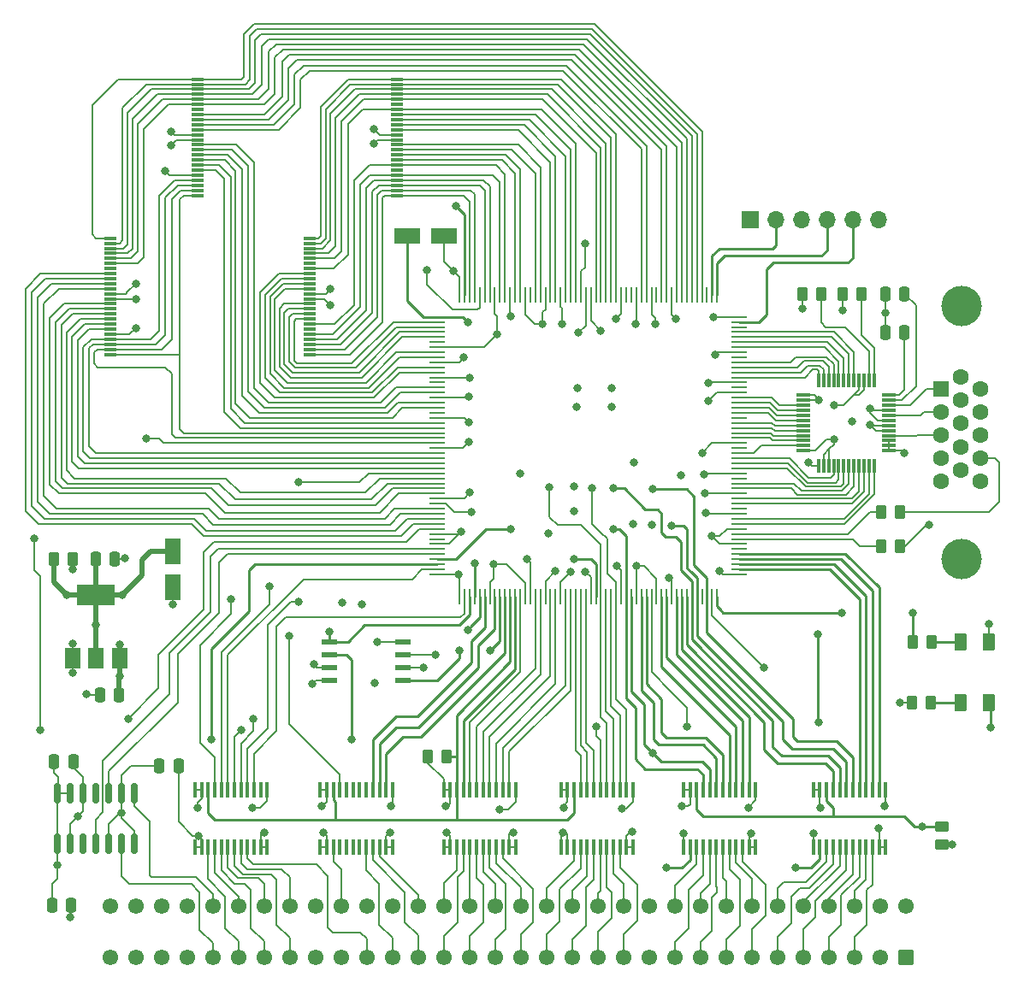
<source format=gbr>
%TF.GenerationSoftware,KiCad,Pcbnew,(6.0.7-rc1-83-g1005f75cdb)*%
%TF.CreationDate,2022-08-17T14:22:35+01:00*%
%TF.ProjectId,GfxFPGAS3,47667846-5047-4415-9333-2e6b69636164,rev?*%
%TF.SameCoordinates,Original*%
%TF.FileFunction,Copper,L1,Top*%
%TF.FilePolarity,Positive*%
%FSLAX46Y46*%
G04 Gerber Fmt 4.6, Leading zero omitted, Abs format (unit mm)*
G04 Created by KiCad (PCBNEW (6.0.7-rc1-83-g1005f75cdb)) date 2022-08-17 14:22:35*
%MOMM*%
%LPD*%
G01*
G04 APERTURE LIST*
G04 Aperture macros list*
%AMRoundRect*
0 Rectangle with rounded corners*
0 $1 Rounding radius*
0 $2 $3 $4 $5 $6 $7 $8 $9 X,Y pos of 4 corners*
0 Add a 4 corners polygon primitive as box body*
4,1,4,$2,$3,$4,$5,$6,$7,$8,$9,$2,$3,0*
0 Add four circle primitives for the rounded corners*
1,1,$1+$1,$2,$3*
1,1,$1+$1,$4,$5*
1,1,$1+$1,$6,$7*
1,1,$1+$1,$8,$9*
0 Add four rect primitives between the rounded corners*
20,1,$1+$1,$2,$3,$4,$5,0*
20,1,$1+$1,$4,$5,$6,$7,0*
20,1,$1+$1,$6,$7,$8,$9,0*
20,1,$1+$1,$8,$9,$2,$3,0*%
G04 Aperture macros list end*
%TA.AperFunction,SMDPad,CuDef*%
%ADD10RoundRect,0.250000X0.250000X0.475000X-0.250000X0.475000X-0.250000X-0.475000X0.250000X-0.475000X0*%
%TD*%
%TA.AperFunction,SMDPad,CuDef*%
%ADD11RoundRect,0.250000X-0.250000X-0.475000X0.250000X-0.475000X0.250000X0.475000X-0.250000X0.475000X0*%
%TD*%
%TA.AperFunction,SMDPad,CuDef*%
%ADD12RoundRect,0.250000X-0.550000X1.050000X-0.550000X-1.050000X0.550000X-1.050000X0.550000X1.050000X0*%
%TD*%
%TA.AperFunction,ComponentPad*%
%ADD13RoundRect,0.249999X0.525001X0.525001X-0.525001X0.525001X-0.525001X-0.525001X0.525001X-0.525001X0*%
%TD*%
%TA.AperFunction,ComponentPad*%
%ADD14C,1.550000*%
%TD*%
%TA.AperFunction,ComponentPad*%
%ADD15C,4.000000*%
%TD*%
%TA.AperFunction,ComponentPad*%
%ADD16R,1.600000X1.600000*%
%TD*%
%TA.AperFunction,ComponentPad*%
%ADD17C,1.600000*%
%TD*%
%TA.AperFunction,SMDPad,CuDef*%
%ADD18RoundRect,0.250000X-0.262500X-0.450000X0.262500X-0.450000X0.262500X0.450000X-0.262500X0.450000X0*%
%TD*%
%TA.AperFunction,SMDPad,CuDef*%
%ADD19RoundRect,0.150000X0.150000X-0.825000X0.150000X0.825000X-0.150000X0.825000X-0.150000X-0.825000X0*%
%TD*%
%TA.AperFunction,SMDPad,CuDef*%
%ADD20R,1.500000X2.000000*%
%TD*%
%TA.AperFunction,SMDPad,CuDef*%
%ADD21R,3.800000X2.000000*%
%TD*%
%TA.AperFunction,SMDPad,CuDef*%
%ADD22R,1.500000X0.280000*%
%TD*%
%TA.AperFunction,SMDPad,CuDef*%
%ADD23R,0.280000X1.500000*%
%TD*%
%TA.AperFunction,SMDPad,CuDef*%
%ADD24R,1.610000X0.580000*%
%TD*%
%TA.AperFunction,SMDPad,CuDef*%
%ADD25R,1.475000X0.300000*%
%TD*%
%TA.AperFunction,SMDPad,CuDef*%
%ADD26R,0.300000X1.475000*%
%TD*%
%TA.AperFunction,SMDPad,CuDef*%
%ADD27R,0.410000X1.570000*%
%TD*%
%TA.AperFunction,SMDPad,CuDef*%
%ADD28R,1.300000X0.300000*%
%TD*%
%TA.AperFunction,SMDPad,CuDef*%
%ADD29RoundRect,0.250000X-1.050000X-0.550000X1.050000X-0.550000X1.050000X0.550000X-1.050000X0.550000X0*%
%TD*%
%TA.AperFunction,SMDPad,CuDef*%
%ADD30RoundRect,0.250000X0.375000X0.625000X-0.375000X0.625000X-0.375000X-0.625000X0.375000X-0.625000X0*%
%TD*%
%TA.AperFunction,ComponentPad*%
%ADD31R,1.700000X1.700000*%
%TD*%
%TA.AperFunction,ComponentPad*%
%ADD32O,1.700000X1.700000*%
%TD*%
%TA.AperFunction,SMDPad,CuDef*%
%ADD33RoundRect,0.250000X0.450000X-0.262500X0.450000X0.262500X-0.450000X0.262500X-0.450000X-0.262500X0*%
%TD*%
%TA.AperFunction,ViaPad*%
%ADD34C,0.800000*%
%TD*%
%TA.AperFunction,Conductor*%
%ADD35C,0.210000*%
%TD*%
%TA.AperFunction,Conductor*%
%ADD36C,0.500000*%
%TD*%
%TA.AperFunction,Conductor*%
%ADD37C,0.250000*%
%TD*%
G04 APERTURE END LIST*
D10*
%TO.P,C101,1*%
%TO.N,+3V3*%
X111094000Y-118727000D03*
%TO.P,C101,2*%
%TO.N,GND*%
X109194000Y-118727000D03*
%TD*%
D11*
%TO.P,C102,1*%
%TO.N,+5V*%
X104450000Y-139600000D03*
%TO.P,C102,2*%
%TO.N,GND*%
X106350000Y-139600000D03*
%TD*%
%TO.P,C104,1*%
%TO.N,+5V*%
X104700000Y-125400000D03*
%TO.P,C104,2*%
%TO.N,GND*%
X106600000Y-125400000D03*
%TD*%
D12*
%TO.P,C105,1*%
%TO.N,+1V2*%
X116444000Y-104527000D03*
%TO.P,C105,2*%
%TO.N,GND*%
X116444000Y-108127000D03*
%TD*%
D11*
%TO.P,C501,1*%
%TO.N,+3V3*%
X186944000Y-79027000D03*
%TO.P,C501,2*%
%TO.N,Net-(C501-Pad2)*%
X188844000Y-79027000D03*
%TD*%
%TO.P,C502,1*%
%TO.N,+3V3*%
X186944000Y-82827000D03*
%TO.P,C502,2*%
%TO.N,Net-(C502-Pad2)*%
X188844000Y-82827000D03*
%TD*%
D13*
%TO.P,J101,A1,+5V*%
%TO.N,+5V*%
X188976000Y-144780000D03*
D14*
%TO.P,J101,A2,GND*%
%TO.N,GND*%
X186436000Y-144780000D03*
%TO.P,J101,A3,D0*%
%TO.N,/CPU_D0*%
X183896000Y-144780000D03*
%TO.P,J101,A4,D2*%
%TO.N,/CPU_D2*%
X181356000Y-144780000D03*
%TO.P,J101,A5,D4*%
%TO.N,/CPU_D4*%
X178816000Y-144780000D03*
%TO.P,J101,A6,D6*%
%TO.N,/CPU_D6*%
X176276000Y-144780000D03*
%TO.P,J101,A7,D8*%
%TO.N,/CPU_D8*%
X173736000Y-144780000D03*
%TO.P,J101,A8,D10*%
%TO.N,/CPU_D10*%
X171196000Y-144780000D03*
%TO.P,J101,A9,D12*%
%TO.N,/CPU_D12*%
X168656000Y-144780000D03*
%TO.P,J101,A10,D14*%
%TO.N,/CPU_D14*%
X166116000Y-144780000D03*
%TO.P,J101,A11,GND*%
%TO.N,GND*%
X163576000Y-144780000D03*
%TO.P,J101,A12,A1*%
%TO.N,/CPU_A1*%
X161036000Y-144780000D03*
%TO.P,J101,A13,A3*%
%TO.N,/CPU_A3*%
X158496000Y-144780000D03*
%TO.P,J101,A14,A5*%
%TO.N,/CPU_A5*%
X155956000Y-144780000D03*
%TO.P,J101,A15,A7*%
%TO.N,/CPU_A7*%
X153416000Y-144780000D03*
%TO.P,J101,A16,A9*%
%TO.N,/CPU_A9*%
X150876000Y-144780000D03*
%TO.P,J101,A17,A11*%
%TO.N,/CPU_A11*%
X148336000Y-144780000D03*
%TO.P,J101,A18,A13*%
%TO.N,/CPU_A13*%
X145796000Y-144780000D03*
%TO.P,J101,A19,A15*%
%TO.N,/CPU_A15*%
X143256000Y-144780000D03*
%TO.P,J101,A20,A17*%
%TO.N,/CPU_A17*%
X140716000Y-144780000D03*
%TO.P,J101,A21,A19*%
%TO.N,/CPU_A19*%
X138176000Y-144780000D03*
%TO.P,J101,A22,~{AS}*%
%TO.N,/~{CPU_AS}*%
X135636000Y-144780000D03*
%TO.P,J101,A23,~{VPA}*%
%TO.N,unconnected-(J101-PadA23)*%
X133096000Y-144780000D03*
%TO.P,J101,A24,+5V*%
%TO.N,+5V*%
X130556000Y-144780000D03*
%TO.P,J101,A25,~{LDS}*%
%TO.N,/~{CPU_LDS}*%
X128016000Y-144780000D03*
%TO.P,J101,A26,R/~{W}*%
%TO.N,/CPU_R~{W}*%
X125476000Y-144780000D03*
%TO.P,J101,A27,~{ID}*%
%TO.N,/~{CPU_REGCS}*%
X122936000Y-144780000D03*
%TO.P,J101,A28,~{IRQ}*%
%TO.N,Net-(J101-PadA28)*%
X120396000Y-144780000D03*
%TO.P,J101,A29,~{BERR}*%
%TO.N,unconnected-(J101-PadA29)*%
X117856000Y-144780000D03*
%TO.P,J101,A30,-12V*%
%TO.N,unconnected-(J101-PadA30)*%
X115316000Y-144780000D03*
%TO.P,J101,A31,+12V*%
%TO.N,unconnected-(J101-PadA31)*%
X112776000Y-144780000D03*
%TO.P,J101,A32,GND*%
%TO.N,GND*%
X110236000Y-144780000D03*
%TO.P,J101,C1,+5V*%
%TO.N,+5V*%
X188976000Y-139700000D03*
%TO.P,J101,C2,5V_STANDBY*%
%TO.N,unconnected-(J101-PadC2)*%
X186436000Y-139700000D03*
%TO.P,J101,C3,D1*%
%TO.N,/CPU_D1*%
X183896000Y-139700000D03*
%TO.P,J101,C4,D3*%
%TO.N,/CPU_D3*%
X181356000Y-139700000D03*
%TO.P,J101,C5,D5*%
%TO.N,/CPU_D5*%
X178816000Y-139700000D03*
%TO.P,J101,C6,D7*%
%TO.N,/CPU_D7*%
X176276000Y-139700000D03*
%TO.P,J101,C7,D9*%
%TO.N,/CPU_D9*%
X173736000Y-139700000D03*
%TO.P,J101,C8,D11*%
%TO.N,/CPU_D11*%
X171196000Y-139700000D03*
%TO.P,J101,C9,D13*%
%TO.N,/CPU_D13*%
X168656000Y-139700000D03*
%TO.P,J101,C10,D15*%
%TO.N,/CPU_D15*%
X166116000Y-139700000D03*
%TO.P,J101,C11,GND*%
%TO.N,GND*%
X163576000Y-139700000D03*
%TO.P,J101,C12,A2*%
%TO.N,/CPU_A2*%
X161036000Y-139700000D03*
%TO.P,J101,C13,A4*%
%TO.N,/CPU_A4*%
X158496000Y-139700000D03*
%TO.P,J101,C14,A6*%
%TO.N,/CPU_A6*%
X155956000Y-139700000D03*
%TO.P,J101,C15,A8*%
%TO.N,/CPU_A8*%
X153416000Y-139700000D03*
%TO.P,J101,C16,A10*%
%TO.N,/CPU_A10*%
X150876000Y-139700000D03*
%TO.P,J101,C17,A12*%
%TO.N,/CPU_A12*%
X148336000Y-139700000D03*
%TO.P,J101,C18,A14*%
%TO.N,/CPU_A14*%
X145796000Y-139700000D03*
%TO.P,J101,C19,A16*%
%TO.N,/CPU_A16*%
X143256000Y-139700000D03*
%TO.P,J101,C20,A18*%
%TO.N,/CPU_A18*%
X140716000Y-139700000D03*
%TO.P,J101,C21,E*%
%TO.N,unconnected-(J101-PadC21)*%
X138176000Y-139700000D03*
%TO.P,J101,C22,~{VMA}*%
%TO.N,unconnected-(J101-PadC22)*%
X135636000Y-139700000D03*
%TO.P,J101,C23,SYS_CLK*%
%TO.N,/CPU_CLK*%
X133096000Y-139700000D03*
%TO.P,J101,C24,GND*%
%TO.N,GND*%
X130556000Y-139700000D03*
%TO.P,J101,C25,~{UDS}*%
%TO.N,/~{CPU_UDS}*%
X128016000Y-139700000D03*
%TO.P,J101,C26,~{RESET}*%
%TO.N,/~{CPU_RESET}*%
X125476000Y-139700000D03*
%TO.P,J101,C27,~{CS}*%
%TO.N,/~{CPU_DATACS}*%
X122936000Y-139700000D03*
%TO.P,J101,C28,~{ACK}*%
%TO.N,Net-(J101-PadC28)*%
X120396000Y-139700000D03*
%TO.P,J101,C29,~{PRD}*%
%TO.N,GND*%
X117856000Y-139700000D03*
%TO.P,J101,C30,+3.3V*%
%TO.N,+3V3*%
X115316000Y-139700000D03*
%TO.P,J101,C31,+12V*%
%TO.N,unconnected-(J101-PadC31)*%
X112776000Y-139700000D03*
%TO.P,J101,C32,GND*%
%TO.N,GND*%
X110236000Y-139700000D03*
%TD*%
D15*
%TO.P,J501,0*%
%TO.N,GND*%
X194470000Y-105260000D03*
X194470000Y-80260000D03*
D16*
%TO.P,J501,1*%
%TO.N,Net-(J501-Pad1)*%
X192420000Y-88445000D03*
D17*
%TO.P,J501,2*%
%TO.N,Net-(J501-Pad2)*%
X192420000Y-90735000D03*
%TO.P,J501,3*%
%TO.N,Net-(J501-Pad3)*%
X192420000Y-93025000D03*
%TO.P,J501,4*%
%TO.N,unconnected-(J501-Pad4)*%
X192420000Y-95315000D03*
%TO.P,J501,5*%
%TO.N,GND*%
X192420000Y-97605000D03*
%TO.P,J501,6*%
X194400000Y-87300000D03*
%TO.P,J501,7*%
X194400000Y-89590000D03*
%TO.P,J501,8*%
X194400000Y-91880000D03*
%TO.P,J501,9*%
%TO.N,unconnected-(J501-Pad9)*%
X194400000Y-94170000D03*
%TO.P,J501,10*%
%TO.N,GND*%
X194400000Y-96460000D03*
%TO.P,J501,11*%
%TO.N,unconnected-(J501-Pad11)*%
X196380000Y-88445000D03*
%TO.P,J501,12*%
%TO.N,unconnected-(J501-Pad12)*%
X196380000Y-90735000D03*
%TO.P,J501,13*%
%TO.N,Net-(J501-Pad13)*%
X196380000Y-93025000D03*
%TO.P,J501,14*%
%TO.N,Net-(J501-Pad14)*%
X196380000Y-95315000D03*
%TO.P,J501,15*%
%TO.N,unconnected-(J501-Pad15)*%
X196380000Y-97605000D03*
%TD*%
D18*
%TO.P,R101,1*%
%TO.N,+1V2*%
X104681500Y-105327000D03*
%TO.P,R101,2*%
%TO.N,GND*%
X106506500Y-105327000D03*
%TD*%
%TO.P,R501,1*%
%TO.N,GND*%
X182719000Y-79027000D03*
%TO.P,R501,2*%
%TO.N,Net-(R501-Pad2)*%
X184544000Y-79027000D03*
%TD*%
%TO.P,R502,1*%
%TO.N,+3V3*%
X178756500Y-79027000D03*
%TO.P,R502,2*%
%TO.N,Net-(R502-Pad2)*%
X180581500Y-79027000D03*
%TD*%
%TO.P,R503,1*%
%TO.N,/FPGA/HSYNC*%
X186544000Y-104027000D03*
%TO.P,R503,2*%
%TO.N,Net-(J501-Pad13)*%
X188369000Y-104027000D03*
%TD*%
%TO.P,R504,1*%
%TO.N,/FPGA/VSYNC*%
X186544000Y-100627000D03*
%TO.P,R504,2*%
%TO.N,Net-(J501-Pad14)*%
X188369000Y-100627000D03*
%TD*%
D19*
%TO.P,U101,1*%
%TO.N,+5V*%
X104990000Y-133475000D03*
%TO.P,U101,2*%
%TO.N,GND*%
X106260000Y-133475000D03*
%TO.P,U101,3*%
%TO.N,unconnected-(U101-Pad3)*%
X107530000Y-133475000D03*
%TO.P,U101,4*%
%TO.N,/~{CPU_IRQ}*%
X108800000Y-133475000D03*
%TO.P,U101,5*%
%TO.N,GND*%
X110070000Y-133475000D03*
%TO.P,U101,6*%
%TO.N,Net-(J101-PadA28)*%
X111340000Y-133475000D03*
%TO.P,U101,7,GND*%
%TO.N,GND*%
X112610000Y-133475000D03*
%TO.P,U101,8*%
%TO.N,Net-(J101-PadC28)*%
X112610000Y-128525000D03*
%TO.P,U101,9*%
%TO.N,GND*%
X111340000Y-128525000D03*
%TO.P,U101,10*%
%TO.N,/~{CPU_DTACK}*%
X110070000Y-128525000D03*
%TO.P,U101,11*%
%TO.N,unconnected-(U101-Pad11)*%
X108800000Y-128525000D03*
%TO.P,U101,12*%
%TO.N,GND*%
X107530000Y-128525000D03*
%TO.P,U101,13*%
%TO.N,+5V*%
X106260000Y-128525000D03*
%TO.P,U101,14,VCC*%
X104990000Y-128525000D03*
%TD*%
D20*
%TO.P,U102,1,GND*%
%TO.N,GND*%
X106544000Y-115127000D03*
D21*
%TO.P,U102,2,VO*%
%TO.N,+1V2*%
X108844000Y-108827000D03*
D20*
X108844000Y-115127000D03*
%TO.P,U102,3,VI*%
%TO.N,+3V3*%
X111144000Y-115127000D03*
%TD*%
D22*
%TO.P,U301,1,PROG_B*%
%TO.N,/FPGA/FPGA_PROGB*%
X142585000Y-81315000D03*
%TO.P,U301,2,IO_L01P_3*%
%TO.N,/FPGA/SRAM_D0*%
X142585000Y-81815000D03*
%TO.P,U301,3,IO_L01N_3*%
%TO.N,/FPGA/SRAM_D1*%
X142585000Y-82315000D03*
%TO.P,U301,4,IO_L02P_3*%
%TO.N,/FPGA/SRAM_D2*%
X142585000Y-82815000D03*
%TO.P,U301,5,IO_L02N_3/VREF*%
%TO.N,/FPGA/SRAM_D3*%
X142585000Y-83315000D03*
%TO.P,U301,6,IP*%
%TO.N,unconnected-(U301-Pad6)*%
X142585000Y-83815000D03*
%TO.P,U301,7,VCCAUX*%
%TO.N,+3V3*%
X142585000Y-84315000D03*
%TO.P,U301,8,IO_L03P_3*%
%TO.N,/FPGA/SRAM_D4*%
X142585000Y-84815000D03*
%TO.P,U301,9,IO_L03N_P*%
%TO.N,/FPGA/SRAM_D5*%
X142585000Y-85315000D03*
%TO.P,U301,10,GND*%
%TO.N,GND*%
X142585000Y-85815000D03*
%TO.P,U301,11,IO_L04P_3*%
%TO.N,/FPGA/SRAM_D6*%
X142585000Y-86315000D03*
%TO.P,U301,12,IO_L03N_3*%
%TO.N,/FPGA/SRAM_D7*%
X142585000Y-86815000D03*
%TO.P,U301,13,VCCINT*%
%TO.N,+1V2*%
X142585000Y-87315000D03*
%TO.P,U301,14,IP*%
%TO.N,unconnected-(U301-Pad14)*%
X142585000Y-87815000D03*
%TO.P,U301,15,IO_L05P_3*%
%TO.N,/FPGA/SRAM_D28*%
X142585000Y-88315000D03*
%TO.P,U301,16,IO_L05N_3*%
%TO.N,/FPGA/SRAM_D29*%
X142585000Y-88815000D03*
%TO.P,U301,17,GND*%
%TO.N,GND*%
X142585000Y-89315000D03*
%TO.P,U301,18,IO_L06P_3*%
%TO.N,/FPGA/SRAM_D30*%
X142585000Y-89815000D03*
%TO.P,U301,19,IO_L06N_3*%
%TO.N,/FPGA/SRAM_D31*%
X142585000Y-90315000D03*
%TO.P,U301,20,IP/VREF_3*%
%TO.N,unconnected-(U301-Pad20)*%
X142585000Y-90815000D03*
%TO.P,U301,21,VCCO_3*%
%TO.N,+3V3*%
X142585000Y-91315000D03*
%TO.P,U301,22,IO_L07P_3/LHCLK0*%
%TO.N,/FPGA/~{SRAM_LB1}*%
X142585000Y-91815000D03*
%TO.P,U301,23,IO_L07N_3/LHCLK1*%
%TO.N,/FPGA/~{SRAM_UB1}*%
X142585000Y-92315000D03*
%TO.P,U301,24,IO_L08P_3/LHCLK2*%
%TO.N,/FPGA/SRAM_A5*%
X142585000Y-92815000D03*
%TO.P,U301,25,IO_L08N_3/LHCLK3/IRDY2*%
%TO.N,/FPGA/SRAM_A6*%
X142585000Y-93315000D03*
%TO.P,U301,26,IP*%
%TO.N,/FPGA/~{RESET}*%
X142585000Y-93815000D03*
%TO.P,U301,27,GND*%
%TO.N,GND*%
X142585000Y-94315000D03*
%TO.P,U301,28,IO_L09P_3/LHCLK3/TRDY2*%
%TO.N,/FPGA/SRAM_A7*%
X142585000Y-94815000D03*
%TO.P,U301,29,IO_L09N_3/LHCLK5*%
%TO.N,/FPGA/SRAM_A8*%
X142585000Y-95315000D03*
%TO.P,U301,30,IO_L10P_3/LHCLK6*%
%TO.N,/FPGA/~{SRAM_UB0}*%
X142585000Y-95815000D03*
%TO.P,U301,31,IO_L10N_3/LHCLK7*%
%TO.N,/FPGA/~{SRAM_LB0}*%
X142585000Y-96315000D03*
%TO.P,U301,32,IP*%
%TO.N,/FPGA/~{UDS}*%
X142585000Y-96815000D03*
%TO.P,U301,33,IO_L11P_3*%
%TO.N,/FPGA/SRAM_D15*%
X142585000Y-97315000D03*
%TO.P,U301,34,IO_L11N_3*%
%TO.N,/FPGA/SRAM_D14*%
X142585000Y-97815000D03*
%TO.P,U301,35,IO_L12P_3*%
%TO.N,/FPGA/SRAM_D13*%
X142585000Y-98315000D03*
%TO.P,U301,36,IO_L12N_3*%
%TO.N,/FPGA/SRAM_D12*%
X142585000Y-98815000D03*
%TO.P,U301,37,GND*%
%TO.N,GND*%
X142585000Y-99315000D03*
%TO.P,U301,38,VCCO_3*%
%TO.N,+3V3*%
X142585000Y-99815000D03*
%TO.P,U301,39,IO_L13P_3*%
%TO.N,/FPGA/SRAM_D11*%
X142585000Y-100315000D03*
%TO.P,U301,40,IO_L13N_3*%
%TO.N,/FPGA/SRAM_D10*%
X142585000Y-100815000D03*
%TO.P,U301,41,IO_L14P_3*%
%TO.N,/FPGA/SRAM_D9*%
X142585000Y-101315000D03*
%TO.P,U301,42,IO_L14N_3*%
%TO.N,/FPGA/SRAM_D8*%
X142585000Y-101815000D03*
%TO.P,U301,43,IP*%
%TO.N,/FPGA/~{LDS}*%
X142585000Y-102315000D03*
%TO.P,U301,44,VCCAUX*%
%TO.N,+3V3*%
X142585000Y-102815000D03*
%TO.P,U301,45,IO/VREF_3*%
%TO.N,unconnected-(U301-Pad45)*%
X142585000Y-103315000D03*
%TO.P,U301,46,VCCO_3*%
%TO.N,+3V3*%
X142585000Y-103815000D03*
%TO.P,U301,47,IO_L15P_3*%
%TO.N,/~{CPU_IRQ}*%
X142585000Y-104315000D03*
%TO.P,U301,48,IO_L15N_3*%
%TO.N,/~{CPU_DTACK}*%
X142585000Y-104815000D03*
%TO.P,U301,49,IO_L16P_3*%
%TO.N,/FPGA/DATA_DIR*%
X142585000Y-105315000D03*
%TO.P,U301,50,IO_L16N_3*%
%TO.N,/FPGA/~{ACCESS_LED}*%
X142585000Y-105815000D03*
%TO.P,U301,51,IP*%
%TO.N,/FPGA/R~{W}*%
X142585000Y-106315000D03*
%TO.P,U301,52,GND*%
%TO.N,GND*%
X142585000Y-106815000D03*
D23*
%TO.P,U301,53,GND*%
X144800000Y-109030000D03*
%TO.P,U301,54,IP*%
%TO.N,/FPGA/~{AS}*%
X145300000Y-109030000D03*
%TO.P,U301,55,IO_L01P_2/CSO_B*%
%TO.N,/FPGA/~{FLASH_CS}*%
X145800000Y-109030000D03*
%TO.P,U301,56,IO_L01N_2/INIT_B*%
%TO.N,/FPGA/FPGA_INITB*%
X146300000Y-109030000D03*
%TO.P,U301,57,IO_L02P_2*%
%TO.N,/FPGA/~{CPU_DATAEN}*%
X146800000Y-109030000D03*
%TO.P,U301,58,IO_L01N_2*%
%TO.N,/FPGA/A19*%
X147300000Y-109030000D03*
%TO.P,U301,59,VCCO_2*%
%TO.N,+3V3*%
X147800000Y-109030000D03*
%TO.P,U301,60,IO_L03P_2/DOUT/BUSY*%
%TO.N,/FPGA/A17*%
X148300000Y-109030000D03*
%TO.P,U301,61,IO_L03N_2/MOSI/CSI_B*%
%TO.N,/FPGA/FLASH_DI*%
X148800000Y-109030000D03*
%TO.P,U301,62,IO_L04P_2*%
%TO.N,/FPGA/A18*%
X149300000Y-109030000D03*
%TO.P,U301,63,IO_L04N_2*%
%TO.N,/FPGA/~{BUSEN}*%
X149800000Y-109030000D03*
%TO.P,U301,64,IO_L05P_2*%
%TO.N,/FPGA/A16*%
X150300000Y-109030000D03*
%TO.P,U301,65,IO_L05N_2*%
%TO.N,/FPGA/A15*%
X150800000Y-109030000D03*
%TO.P,U301,66,VCCAUX*%
%TO.N,+3V3*%
X151300000Y-109030000D03*
%TO.P,U301,67,VCCINT*%
%TO.N,+1V2*%
X151800000Y-109030000D03*
%TO.P,U301,68,IO_L06P_2*%
%TO.N,/FPGA/A14*%
X152300000Y-109030000D03*
%TO.P,U301,69,IO_L06N_2*%
%TO.N,/FPGA/A13*%
X152800000Y-109030000D03*
%TO.P,U301,70,GND*%
%TO.N,GND*%
X153300000Y-109030000D03*
%TO.P,U301,71,IP_L07P_2*%
%TO.N,/FPGA/A12*%
X153800000Y-109030000D03*
%TO.P,U301,72,IP_L07N_2/VREF*%
%TO.N,/FPGA/A11*%
X154300000Y-109030000D03*
%TO.P,U301,73,VCCO_2*%
%TO.N,+3V3*%
X154800000Y-109030000D03*
%TO.P,U301,74,IO_L08P_2/D7/GCLK12*%
%TO.N,/FPGA/A10*%
X155300000Y-109030000D03*
%TO.P,U301,75,IO_L08N_2/DD/GCLK13*%
%TO.N,/FPGA/A9*%
X155800000Y-109030000D03*
%TO.P,U301,76,IO/D5*%
%TO.N,/FPGA/A8*%
X156300000Y-109030000D03*
%TO.P,U301,77,IO_L09P_2/D4/GCLK14*%
%TO.N,/FPGA/A7*%
X156800000Y-109030000D03*
%TO.P,U301,78,IO_L09N_2/D3/GCLK15*%
%TO.N,/FPGA/A6*%
X157300000Y-109030000D03*
%TO.P,U301,79,GND*%
%TO.N,GND*%
X157800000Y-109030000D03*
%TO.P,U301,80,IP_L10P_2/RDWR_B/GCLK0*%
%TO.N,/FPGA/CLK_25MHZ*%
X158300000Y-109030000D03*
%TO.P,U301,81,IP_L10N_2/M2/GCLK1*%
%TO.N,/FPGA/A4*%
X158800000Y-109030000D03*
%TO.P,U301,82,IO_L11P_2/D2/GCLK2*%
%TO.N,/FPGA/A3*%
X159300000Y-109030000D03*
%TO.P,U301,83,IO_L11N_2/D1/GCLK3*%
%TO.N,/FPGA/A2*%
X159800000Y-109030000D03*
%TO.P,U301,84,IO/M1*%
%TO.N,/FPGA/A1*%
X160300000Y-109030000D03*
%TO.P,U301,85,GND*%
%TO.N,GND*%
X160800000Y-109030000D03*
%TO.P,U301,86,IO_12P_2/M0*%
%TO.N,/FPGA/D15*%
X161300000Y-109030000D03*
%TO.P,U301,87,IO_12N_2/DIN/D0*%
%TO.N,/FPGA/D14*%
X161800000Y-109030000D03*
%TO.P,U301,88,VCCO_2*%
%TO.N,+3V3*%
X162300000Y-109030000D03*
%TO.P,U301,89,IO_L13P_2*%
%TO.N,/FPGA/D13*%
X162800000Y-109030000D03*
%TO.P,U301,90,IO_L13N_2*%
%TO.N,/FPGA/D12*%
X163300000Y-109030000D03*
%TO.P,U301,91,IP*%
%TO.N,/FPGA/A5*%
X163800000Y-109030000D03*
%TO.P,U301,92,VCCAUX*%
%TO.N,+3V3*%
X164300000Y-109030000D03*
%TO.P,U301,93,IO_L14P_2/A23*%
%TO.N,/FPGA/D11*%
X164800000Y-109030000D03*
%TO.P,U301,94,IO_L14N_2/A22*%
%TO.N,/FPGA/D10*%
X165300000Y-109030000D03*
%TO.P,U301,95,GND*%
%TO.N,GND*%
X165800000Y-109030000D03*
%TO.P,U301,96,IO_L15P_2/A21*%
%TO.N,/FPGA/D9*%
X166300000Y-109030000D03*
%TO.P,U301,97,IO_L15N_2/A20*%
%TO.N,/FPGA/D8*%
X166800000Y-109030000D03*
%TO.P,U301,98,IO/VREF_2*%
%TO.N,/FPGA/D7*%
X167300000Y-109030000D03*
%TO.P,U301,99,IO_L16P_2/VS2/A19*%
%TO.N,/FPGA/D6*%
X167800000Y-109030000D03*
%TO.P,U301,100,IO_L16N_2/VS1/A18*%
%TO.N,/FPGA/D5*%
X168300000Y-109030000D03*
%TO.P,U301,101,IP*%
%TO.N,unconnected-(U301-Pad101)*%
X168800000Y-109030000D03*
%TO.P,U301,102,IO_L17P_2/VS0/A17*%
%TO.N,/FPGA/D4*%
X169300000Y-109030000D03*
%TO.P,U301,103,IO_L17N_2/CCLK*%
%TO.N,/FPGA/FLASH_CLK*%
X169800000Y-109030000D03*
%TO.P,U301,104,DONE*%
%TO.N,/FPGA/FPGA_DONE*%
X170300000Y-109030000D03*
D22*
%TO.P,U301,105,GND*%
%TO.N,GND*%
X172515000Y-106815000D03*
%TO.P,U301,106,IO_L01P_1/A16*%
%TO.N,/FPGA/D3*%
X172515000Y-106315000D03*
%TO.P,U301,107,IO_L01N_1/A15*%
%TO.N,/FPGA/D2*%
X172515000Y-105815000D03*
%TO.P,U301,108,IO_L02P_1/A14*%
%TO.N,/FPGA/D1*%
X172515000Y-105315000D03*
%TO.P,U301,109,IO_L02N_1/A13*%
%TO.N,/FPGA/D0*%
X172515000Y-104815000D03*
%TO.P,U301,110,IP*%
%TO.N,unconnected-(U301-Pad110)*%
X172515000Y-104315000D03*
%TO.P,U301,111,VCCAUX*%
%TO.N,+3V3*%
X172515000Y-103815000D03*
%TO.P,U301,112,IO_L03P_1*%
%TO.N,/FPGA/HSYNC*%
X172515000Y-103315000D03*
%TO.P,U301,113,IO_L03N_1/VREF*%
%TO.N,/FPGA/VSYNC*%
X172515000Y-102815000D03*
%TO.P,U301,114,VCCO_1*%
%TO.N,+3V3*%
X172515000Y-102315000D03*
%TO.P,U301,115,IO_L04P_1*%
%TO.N,/FPGA/PIXELCLOCK*%
X172515000Y-101815000D03*
%TO.P,U301,116,IO_L04N_1*%
%TO.N,/FPGA/B7*%
X172515000Y-101315000D03*
%TO.P,U301,117,VCCINT*%
%TO.N,+1V2*%
X172515000Y-100815000D03*
%TO.P,U301,118,IP*%
%TO.N,unconnected-(U301-Pad118)*%
X172515000Y-100315000D03*
%TO.P,U301,119,IO_L05P_1/A12*%
%TO.N,/FPGA/B6*%
X172515000Y-99815000D03*
%TO.P,U301,120,IO_L05N_1/A11*%
%TO.N,/FPGA/B5*%
X172515000Y-99315000D03*
%TO.P,U301,121,GND*%
%TO.N,GND*%
X172515000Y-98815000D03*
%TO.P,U301,122,IO_L06P_1*%
%TO.N,/FPGA/B4*%
X172515000Y-98315000D03*
%TO.P,U301,123,IO_L06N_1/VREF_1*%
%TO.N,/FPGA/B3*%
X172515000Y-97815000D03*
%TO.P,U301,124,IP*%
%TO.N,unconnected-(U301-Pad124)*%
X172515000Y-97315000D03*
%TO.P,U301,125,VCCO_1*%
%TO.N,+3V3*%
X172515000Y-96815000D03*
%TO.P,U301,126,IO_L07P_1/A10/RHCLK0*%
%TO.N,/FPGA/B2*%
X172515000Y-96315000D03*
%TO.P,U301,127,IO_L07N_1/A9/RHCLK1*%
%TO.N,/FPGA/B1*%
X172515000Y-95815000D03*
%TO.P,U301,128,IO_L08P_1/A8/RHCLK2*%
%TO.N,/FPGA/B0*%
X172515000Y-95315000D03*
%TO.P,U301,129,IO_L08N_1/A7/RHCLK3/TRDY1*%
%TO.N,/FPGA/~{BLANK}*%
X172515000Y-94815000D03*
%TO.P,U301,130,IP*%
%TO.N,unconnected-(U301-Pad130)*%
X172515000Y-94315000D03*
%TO.P,U301,131,GND*%
%TO.N,GND*%
X172515000Y-93815000D03*
%TO.P,U301,132,IO_L09P_1/A6/RHCLK4/IRDY1*%
%TO.N,/FPGA/G7*%
X172515000Y-93315000D03*
%TO.P,U301,133,IO_L09N_1/A5/RHCLK5*%
%TO.N,/FPGA/G6*%
X172515000Y-92815000D03*
%TO.P,U301,134,IO_L10P_1/A4/RHCLK6*%
%TO.N,/FPGA/G5*%
X172515000Y-92315000D03*
%TO.P,U301,135,IO_L10N_1/A3/RHCLK7*%
%TO.N,/FPGA/G4*%
X172515000Y-91815000D03*
%TO.P,U301,136,IP/VREF_1*%
%TO.N,unconnected-(U301-Pad136)*%
X172515000Y-91315000D03*
%TO.P,U301,137,IO_L11P_1/A2*%
%TO.N,/FPGA/G3*%
X172515000Y-90815000D03*
%TO.P,U301,138,IO_L11N_1/A1*%
%TO.N,/FPGA/G2*%
X172515000Y-90315000D03*
%TO.P,U301,139,IO_L12P_1*%
%TO.N,/FPGA/G1*%
X172515000Y-89815000D03*
%TO.P,U301,140,IO_L12N_1/A0*%
%TO.N,/FPGA/G0*%
X172515000Y-89315000D03*
%TO.P,U301,141,GND*%
%TO.N,GND*%
X172515000Y-88815000D03*
%TO.P,U301,142,IP*%
%TO.N,unconnected-(U301-Pad142)*%
X172515000Y-88315000D03*
%TO.P,U301,143,VCCO_1*%
%TO.N,+3V3*%
X172515000Y-87815000D03*
%TO.P,U301,144,IO_L13P_1*%
%TO.N,/FPGA/R7*%
X172515000Y-87315000D03*
%TO.P,U301,145,IO_L13N_1*%
%TO.N,/FPGA/R6*%
X172515000Y-86815000D03*
%TO.P,U301,146,IO_L14P_1*%
%TO.N,/FPGA/R5*%
X172515000Y-86315000D03*
%TO.P,U301,147,IO_L14N_1*%
%TO.N,/FPGA/R4*%
X172515000Y-85815000D03*
%TO.P,U301,148,IP*%
%TO.N,unconnected-(U301-Pad148)*%
X172515000Y-85315000D03*
%TO.P,U301,149,VCCAUX*%
%TO.N,+3V3*%
X172515000Y-84815000D03*
%TO.P,U301,150,IO_L15P_1/HDC*%
%TO.N,/FPGA/R3*%
X172515000Y-84315000D03*
%TO.P,U301,151,IO_L15N_1/LDC0*%
%TO.N,/FPGA/R2*%
X172515000Y-83815000D03*
%TO.P,U301,152,IO_L16P_1/LDC1*%
%TO.N,/FPGA/R1*%
X172515000Y-83315000D03*
%TO.P,U301,153,IO_L16N_1/LDC2*%
%TO.N,/FPGA/R0*%
X172515000Y-82815000D03*
%TO.P,U301,154,IP*%
%TO.N,unconnected-(U301-Pad154)*%
X172515000Y-82315000D03*
%TO.P,U301,155,TMS*%
%TO.N,Net-(J1-Pad5)*%
X172515000Y-81815000D03*
%TO.P,U301,156,GND*%
%TO.N,GND*%
X172515000Y-81315000D03*
D23*
%TO.P,U301,157,TDO*%
%TO.N,Net-(J1-Pad4)*%
X170300000Y-79100000D03*
%TO.P,U301,158,TCK*%
%TO.N,Net-(J1-Pad2)*%
X169800000Y-79100000D03*
%TO.P,U301,159,IP*%
%TO.N,unconnected-(U301-Pad159)*%
X169300000Y-79100000D03*
%TO.P,U301,160,IO_L01P_0*%
%TO.N,/FPGA/SRAM_A14*%
X168800000Y-79100000D03*
%TO.P,U301,161,IO_L01N_0*%
%TO.N,/FPGA/SRAM_A13*%
X168300000Y-79100000D03*
%TO.P,U301,162,IO_L02P_0*%
%TO.N,/FPGA/SRAM_A12*%
X167800000Y-79100000D03*
%TO.P,U301,163,IO_L02N_0/VREF*%
%TO.N,/FPGA/SRAM_A11*%
X167300000Y-79100000D03*
%TO.P,U301,164,IO_L03P_0*%
%TO.N,/FPGA/SRAM_A10*%
X166800000Y-79100000D03*
%TO.P,U301,165,IO_L03N_0*%
%TO.N,/FPGA/SRAM_A9*%
X166300000Y-79100000D03*
%TO.P,U301,166,VCCAUX*%
%TO.N,+3V3*%
X165800000Y-79100000D03*
%TO.P,U301,167,IO_L04P_0*%
%TO.N,/FPGA/SRAM_D24*%
X165300000Y-79100000D03*
%TO.P,U301,168,IO_L04N_0/VREF_0*%
%TO.N,/FPGA/SRAM_D25*%
X164800000Y-79100000D03*
%TO.P,U301,169,IP*%
%TO.N,unconnected-(U301-Pad169)*%
X164300000Y-79100000D03*
%TO.P,U301,170,VCCINT*%
%TO.N,+1V2*%
X163800000Y-79100000D03*
%TO.P,U301,171,IO_L05P_0*%
%TO.N,/FPGA/SRAM_D26*%
X163300000Y-79100000D03*
%TO.P,U301,172,IO_L05N_0*%
%TO.N,/FPGA/SRAM_D27*%
X162800000Y-79100000D03*
%TO.P,U301,173,GND*%
%TO.N,GND*%
X162300000Y-79100000D03*
%TO.P,U301,174,IP_L06P_0*%
%TO.N,unconnected-(U301-Pad174)*%
X161800000Y-79100000D03*
%TO.P,U301,175,IP_L06N_0*%
%TO.N,unconnected-(U301-Pad175)*%
X161300000Y-79100000D03*
%TO.P,U301,176,VCCO_0*%
%TO.N,+3V3*%
X160800000Y-79100000D03*
%TO.P,U301,177,IO_L07P_0/GCLK4*%
%TO.N,/FPGA/SRAM_A15*%
X160300000Y-79100000D03*
%TO.P,U301,178,IO_L07N_0/GCLK5*%
%TO.N,/FPGA/SRAM_A16*%
X159800000Y-79100000D03*
%TO.P,U301,179,IO/VREF_0*%
%TO.N,/FPGA/SRAM_A17*%
X159300000Y-79100000D03*
%TO.P,U301,180,IO_L08P_0/GCLK6*%
%TO.N,/FPGA/SRAM_A18*%
X158800000Y-79100000D03*
%TO.P,U301,181,IO_L08N_0/GCLK7*%
%TO.N,/FPGA/SRAM_A19*%
X158300000Y-79100000D03*
%TO.P,U301,182,GND*%
%TO.N,GND*%
X157800000Y-79100000D03*
%TO.P,U301,183,IP_L09P_0/GCLK8*%
%TO.N,/FPGA/HOST_CLK*%
X157300000Y-79100000D03*
%TO.P,U301,184,IP_L09N_0/GCLK9*%
%TO.N,/FPGA/~{DATACS}*%
X156800000Y-79100000D03*
%TO.P,U301,185,IO_L10P_0/GCLK10*%
%TO.N,/FPGA/~{SRAM_WE}*%
X156300000Y-79100000D03*
%TO.P,U301,186,IO_L10N_0/GCLK11*%
%TO.N,/FPGA/SRAM_D23*%
X155800000Y-79100000D03*
%TO.P,U301,187,IO*%
%TO.N,/FPGA/SRAM_D22*%
X155300000Y-79100000D03*
%TO.P,U301,188,GND*%
%TO.N,GND*%
X154800000Y-79100000D03*
%TO.P,U301,189,IO_L11P_0*%
%TO.N,/FPGA/SRAM_D21*%
X154300000Y-79100000D03*
%TO.P,U301,190,IO_L11N_0*%
%TO.N,/FPGA/SRAM_D20*%
X153800000Y-79100000D03*
%TO.P,U301,191,VCCO_0*%
%TO.N,+3V3*%
X153300000Y-79100000D03*
%TO.P,U301,192,IO_L12P_0*%
%TO.N,/FPGA/SRAM_D19*%
X152800000Y-79100000D03*
%TO.P,U301,193,IO_L12N_0/VREF_0*%
%TO.N,/FPGA/SRAM_D18*%
X152300000Y-79100000D03*
%TO.P,U301,194,IP*%
%TO.N,unconnected-(U301-Pad194)*%
X151800000Y-79100000D03*
%TO.P,U301,195,VCCAUX*%
%TO.N,+3V3*%
X151300000Y-79100000D03*
%TO.P,U301,196,IO_L13P_0*%
%TO.N,/FPGA/SRAM_D17*%
X150800000Y-79100000D03*
%TO.P,U301,197,IO_L13N_0*%
%TO.N,/FPGA/SRAM_D16*%
X150300000Y-79100000D03*
%TO.P,U301,198,GND*%
%TO.N,GND*%
X149800000Y-79100000D03*
%TO.P,U301,199,IO_L14P_0*%
%TO.N,/FPGA/~{SRAM_CS}*%
X149300000Y-79100000D03*
%TO.P,U301,200,IO_L14N_0/VREF_0*%
%TO.N,/FPGA/SRAM_A0*%
X148800000Y-79100000D03*
%TO.P,U301,201,VCCO_0*%
%TO.N,+3V3*%
X148300000Y-79100000D03*
%TO.P,U301,202,IO_L15P_0*%
%TO.N,/FPGA/SRAM_A1*%
X147800000Y-79100000D03*
%TO.P,U301,203,IO_L15N_0*%
%TO.N,/FPGA/SRAM_A2*%
X147300000Y-79100000D03*
%TO.P,U301,204,IP*%
%TO.N,/FPGA/~{REGCS}*%
X146800000Y-79100000D03*
%TO.P,U301,205,IO_L16P_0*%
%TO.N,/FPGA/SRAM_A3*%
X146300000Y-79100000D03*
%TO.P,U301,206,IO_L16N_0/HSWAP*%
%TO.N,/FPGA/SRAM_A4*%
X145800000Y-79100000D03*
%TO.P,U301,207,TDI*%
%TO.N,Net-(J1-Pad3)*%
X145300000Y-79100000D03*
%TO.P,U301,208,GND*%
%TO.N,GND*%
X144800000Y-79100000D03*
%TD*%
D24*
%TO.P,U302,1,~{CS}*%
%TO.N,/FPGA/~{FLASH_CS}*%
X131960000Y-113490000D03*
%TO.P,U302,2,DO/IO1*%
%TO.N,/FPGA/D14*%
X131960000Y-114760000D03*
%TO.P,U302,3,WP/IO2*%
%TO.N,Net-(R301-Pad2)*%
X131960000Y-116030000D03*
%TO.P,U302,4,GND*%
%TO.N,GND*%
X131960000Y-117300000D03*
%TO.P,U302,5,DI/IO0*%
%TO.N,/FPGA/FLASH_DI*%
X139170000Y-117300000D03*
%TO.P,U302,6,CLK*%
%TO.N,/FPGA/FLASH_CLK*%
X139170000Y-116030000D03*
%TO.P,U302,7,HOLD/IO3*%
%TO.N,Net-(R303-Pad2)*%
X139170000Y-114760000D03*
%TO.P,U302,8,VCC*%
%TO.N,+3V3*%
X139170000Y-113490000D03*
%TD*%
D25*
%TO.P,U501,1,G0*%
%TO.N,GND*%
X178844000Y-89075000D03*
%TO.P,U501,2,G1*%
X178844000Y-89575000D03*
%TO.P,U501,3,G2*%
%TO.N,/FPGA/G0*%
X178844000Y-90075000D03*
%TO.P,U501,4,G3*%
%TO.N,/FPGA/G1*%
X178844000Y-90575000D03*
%TO.P,U501,5,G4*%
%TO.N,/FPGA/G2*%
X178844000Y-91075000D03*
%TO.P,U501,6,G5*%
%TO.N,/FPGA/G3*%
X178844000Y-91575000D03*
%TO.P,U501,7,G6*%
%TO.N,/FPGA/G4*%
X178844000Y-92075000D03*
%TO.P,U501,8,G7*%
%TO.N,/FPGA/G5*%
X178844000Y-92575000D03*
%TO.P,U501,9,G8*%
%TO.N,/FPGA/G6*%
X178844000Y-93075000D03*
%TO.P,U501,10,G9*%
%TO.N,/FPGA/G7*%
X178844000Y-93575000D03*
%TO.P,U501,11,~{BLANK}*%
%TO.N,/FPGA/~{BLANK}*%
X178844000Y-94075000D03*
%TO.P,U501,12,~{SYNC}*%
%TO.N,GND*%
X178844000Y-94575000D03*
D26*
%TO.P,U501,13,VAA*%
%TO.N,+3V3*%
X180332000Y-96063000D03*
%TO.P,U501,14,B0*%
%TO.N,GND*%
X180832000Y-96063000D03*
%TO.P,U501,15,B1*%
X181332000Y-96063000D03*
%TO.P,U501,16,B2*%
%TO.N,/FPGA/B0*%
X181832000Y-96063000D03*
%TO.P,U501,17,B3*%
%TO.N,/FPGA/B1*%
X182332000Y-96063000D03*
%TO.P,U501,18,B4*%
%TO.N,/FPGA/B2*%
X182832000Y-96063000D03*
%TO.P,U501,19,B5*%
%TO.N,/FPGA/B3*%
X183332000Y-96063000D03*
%TO.P,U501,20,B6*%
%TO.N,/FPGA/B4*%
X183832000Y-96063000D03*
%TO.P,U501,21,B7*%
%TO.N,/FPGA/B5*%
X184332000Y-96063000D03*
%TO.P,U501,22,B8*%
%TO.N,/FPGA/B6*%
X184832000Y-96063000D03*
%TO.P,U501,23,B9*%
%TO.N,/FPGA/B7*%
X185332000Y-96063000D03*
%TO.P,U501,24,CLOCK*%
%TO.N,/FPGA/PIXELCLOCK*%
X185832000Y-96063000D03*
D25*
%TO.P,U501,25,GND*%
%TO.N,GND*%
X187320000Y-94575000D03*
%TO.P,U501,26,GND*%
X187320000Y-94075000D03*
%TO.P,U501,27,~{IOB}*%
X187320000Y-93575000D03*
%TO.P,U501,28,IOB*%
%TO.N,Net-(J501-Pad3)*%
X187320000Y-93075000D03*
%TO.P,U501,29,VAA*%
%TO.N,+3V3*%
X187320000Y-92575000D03*
%TO.P,U501,30,VAA*%
X187320000Y-92075000D03*
%TO.P,U501,31,~{IOG}*%
%TO.N,GND*%
X187320000Y-91575000D03*
%TO.P,U501,32,IOG*%
%TO.N,Net-(J501-Pad2)*%
X187320000Y-91075000D03*
%TO.P,U501,33,~{IOR}*%
%TO.N,GND*%
X187320000Y-90575000D03*
%TO.P,U501,34,IOR*%
%TO.N,Net-(J501-Pad1)*%
X187320000Y-90075000D03*
%TO.P,U501,35,COMP*%
%TO.N,Net-(C501-Pad2)*%
X187320000Y-89575000D03*
%TO.P,U501,36,VREF*%
%TO.N,Net-(C502-Pad2)*%
X187320000Y-89075000D03*
D26*
%TO.P,U501,37,RSET*%
%TO.N,Net-(R501-Pad2)*%
X185832000Y-87587000D03*
%TO.P,U501,38,~{PSAVE}*%
%TO.N,Net-(R502-Pad2)*%
X185332000Y-87587000D03*
%TO.P,U501,39,R0*%
%TO.N,GND*%
X184832000Y-87587000D03*
%TO.P,U501,40,R1*%
X184332000Y-87587000D03*
%TO.P,U501,41,R2*%
%TO.N,/FPGA/R0*%
X183832000Y-87587000D03*
%TO.P,U501,42,R3*%
%TO.N,/FPGA/R1*%
X183332000Y-87587000D03*
%TO.P,U501,43,R4*%
%TO.N,/FPGA/R2*%
X182832000Y-87587000D03*
%TO.P,U501,44,R5*%
%TO.N,/FPGA/R3*%
X182332000Y-87587000D03*
%TO.P,U501,45,R6*%
%TO.N,/FPGA/R4*%
X181832000Y-87587000D03*
%TO.P,U501,46,R7*%
%TO.N,/FPGA/R5*%
X181332000Y-87587000D03*
%TO.P,U501,47,R8*%
%TO.N,/FPGA/R6*%
X180832000Y-87587000D03*
%TO.P,U501,48,R9*%
%TO.N,/FPGA/R7*%
X180332000Y-87587000D03*
%TD*%
D27*
%TO.P,U201,1,VCCA*%
%TO.N,+5V*%
X154825000Y-133870000D03*
%TO.P,U201,2,DIR*%
X155475000Y-133870000D03*
%TO.P,U201,3,A1*%
%TO.N,/CPU_A8*%
X156125000Y-133870000D03*
%TO.P,U201,4,A2*%
%TO.N,/CPU_A7*%
X156775000Y-133870000D03*
%TO.P,U201,5,A3*%
%TO.N,/CPU_A6*%
X157425000Y-133870000D03*
%TO.P,U201,6,A4*%
%TO.N,/CPU_A5*%
X158075000Y-133870000D03*
%TO.P,U201,7,A5*%
%TO.N,/CPU_A4*%
X158725000Y-133870000D03*
%TO.P,U201,8,A6*%
%TO.N,/CPU_A3*%
X159375000Y-133870000D03*
%TO.P,U201,9,A7*%
%TO.N,/CPU_A2*%
X160025000Y-133870000D03*
%TO.P,U201,10,A8*%
%TO.N,/CPU_A1*%
X160675000Y-133870000D03*
%TO.P,U201,11,GND*%
%TO.N,GND*%
X161325000Y-133870000D03*
%TO.P,U201,12,GND*%
X161975000Y-133870000D03*
%TO.P,U201,13,GND*%
X161975000Y-128130000D03*
%TO.P,U201,14,B8*%
%TO.N,/FPGA/A1*%
X161325000Y-128130000D03*
%TO.P,U201,15,B7*%
%TO.N,/FPGA/A2*%
X160675000Y-128130000D03*
%TO.P,U201,16,B6*%
%TO.N,/FPGA/A3*%
X160025000Y-128130000D03*
%TO.P,U201,17,B5*%
%TO.N,/FPGA/A4*%
X159375000Y-128130000D03*
%TO.P,U201,18,B4*%
%TO.N,/FPGA/A5*%
X158725000Y-128130000D03*
%TO.P,U201,19,B3*%
%TO.N,/FPGA/A6*%
X158075000Y-128130000D03*
%TO.P,U201,20,B2*%
%TO.N,/FPGA/A7*%
X157425000Y-128130000D03*
%TO.P,U201,21,B1*%
%TO.N,/FPGA/A8*%
X156775000Y-128130000D03*
%TO.P,U201,22,~{OE}*%
%TO.N,/FPGA/~{BUSEN}*%
X156125000Y-128130000D03*
%TO.P,U201,23,VCCB*%
%TO.N,+3V3*%
X155475000Y-128130000D03*
%TO.P,U201,24,VCCB*%
X154825000Y-128130000D03*
%TD*%
%TO.P,U202,1,VCCA*%
%TO.N,+5V*%
X143225000Y-133870000D03*
%TO.P,U202,2,DIR*%
X143875000Y-133870000D03*
%TO.P,U202,3,A1*%
%TO.N,/CPU_A16*%
X144525000Y-133870000D03*
%TO.P,U202,4,A2*%
%TO.N,/CPU_A15*%
X145175000Y-133870000D03*
%TO.P,U202,5,A3*%
%TO.N,/CPU_A14*%
X145825000Y-133870000D03*
%TO.P,U202,6,A4*%
%TO.N,/CPU_A13*%
X146475000Y-133870000D03*
%TO.P,U202,7,A5*%
%TO.N,/CPU_A12*%
X147125000Y-133870000D03*
%TO.P,U202,8,A6*%
%TO.N,/CPU_A11*%
X147775000Y-133870000D03*
%TO.P,U202,9,A7*%
%TO.N,/CPU_A10*%
X148425000Y-133870000D03*
%TO.P,U202,10,A8*%
%TO.N,/CPU_A9*%
X149075000Y-133870000D03*
%TO.P,U202,11,GND*%
%TO.N,GND*%
X149725000Y-133870000D03*
%TO.P,U202,12,GND*%
X150375000Y-133870000D03*
%TO.P,U202,13,GND*%
X150375000Y-128130000D03*
%TO.P,U202,14,B8*%
%TO.N,/FPGA/A9*%
X149725000Y-128130000D03*
%TO.P,U202,15,B7*%
%TO.N,/FPGA/A10*%
X149075000Y-128130000D03*
%TO.P,U202,16,B6*%
%TO.N,/FPGA/A11*%
X148425000Y-128130000D03*
%TO.P,U202,17,B5*%
%TO.N,/FPGA/A12*%
X147775000Y-128130000D03*
%TO.P,U202,18,B4*%
%TO.N,/FPGA/A13*%
X147125000Y-128130000D03*
%TO.P,U202,19,B3*%
%TO.N,/FPGA/A14*%
X146475000Y-128130000D03*
%TO.P,U202,20,B2*%
%TO.N,/FPGA/A15*%
X145825000Y-128130000D03*
%TO.P,U202,21,B1*%
%TO.N,/FPGA/A16*%
X145175000Y-128130000D03*
%TO.P,U202,22,~{OE}*%
%TO.N,/FPGA/~{BUSEN}*%
X144525000Y-128130000D03*
%TO.P,U202,23,VCCB*%
%TO.N,+3V3*%
X143875000Y-128130000D03*
%TO.P,U202,24,VCCB*%
X143225000Y-128130000D03*
%TD*%
%TO.P,U204,1,VCCA*%
%TO.N,+5V*%
X118625000Y-133870000D03*
%TO.P,U204,2,DIR*%
X119275000Y-133870000D03*
%TO.P,U204,3,A1*%
%TO.N,/~{CPU_REGCS}*%
X119925000Y-133870000D03*
%TO.P,U204,4,A2*%
%TO.N,/~{CPU_DATACS}*%
X120575000Y-133870000D03*
%TO.P,U204,5,A3*%
%TO.N,/CPU_R~{W}*%
X121225000Y-133870000D03*
%TO.P,U204,6,A4*%
%TO.N,/~{CPU_RESET}*%
X121875000Y-133870000D03*
%TO.P,U204,7,A5*%
%TO.N,/~{CPU_LDS}*%
X122525000Y-133870000D03*
%TO.P,U204,8,A6*%
%TO.N,/~{CPU_UDS}*%
X123175000Y-133870000D03*
%TO.P,U204,9,A7*%
%TO.N,/~{CPU_AS}*%
X123825000Y-133870000D03*
%TO.P,U204,10,A8*%
%TO.N,unconnected-(U204-Pad10)*%
X124475000Y-133870000D03*
%TO.P,U204,11,GND*%
%TO.N,GND*%
X125125000Y-133870000D03*
%TO.P,U204,12,GND*%
X125775000Y-133870000D03*
%TO.P,U204,13,GND*%
X125775000Y-128130000D03*
%TO.P,U204,14,B8*%
%TO.N,unconnected-(U204-Pad14)*%
X125125000Y-128130000D03*
%TO.P,U204,15,B7*%
%TO.N,/FPGA/~{AS}*%
X124475000Y-128130000D03*
%TO.P,U204,16,B6*%
%TO.N,/FPGA/~{UDS}*%
X123825000Y-128130000D03*
%TO.P,U204,17,B5*%
%TO.N,/FPGA/~{LDS}*%
X123175000Y-128130000D03*
%TO.P,U204,18,B4*%
%TO.N,/FPGA/~{RESET}*%
X122525000Y-128130000D03*
%TO.P,U204,19,B3*%
%TO.N,/FPGA/R~{W}*%
X121875000Y-128130000D03*
%TO.P,U204,20,B2*%
%TO.N,/FPGA/~{DATACS}*%
X121225000Y-128130000D03*
%TO.P,U204,21,B1*%
%TO.N,/FPGA/~{REGCS}*%
X120575000Y-128130000D03*
%TO.P,U204,22,~{OE}*%
%TO.N,/FPGA/~{BUSEN}*%
X119925000Y-128130000D03*
%TO.P,U204,23,VCCB*%
%TO.N,+3V3*%
X119275000Y-128130000D03*
%TO.P,U204,24,VCCB*%
X118625000Y-128130000D03*
%TD*%
%TO.P,U205,1,VCCA*%
%TO.N,+5V*%
X179825000Y-133870000D03*
%TO.P,U205,2,DIR*%
%TO.N,/FPGA/DATA_DIR*%
X180475000Y-133870000D03*
%TO.P,U205,3,A1*%
%TO.N,/CPU_D7*%
X181125000Y-133870000D03*
%TO.P,U205,4,A2*%
%TO.N,/CPU_D6*%
X181775000Y-133870000D03*
%TO.P,U205,5,A3*%
%TO.N,/CPU_D5*%
X182425000Y-133870000D03*
%TO.P,U205,6,A4*%
%TO.N,/CPU_D4*%
X183075000Y-133870000D03*
%TO.P,U205,7,A5*%
%TO.N,/CPU_D3*%
X183725000Y-133870000D03*
%TO.P,U205,8,A6*%
%TO.N,/CPU_D2*%
X184375000Y-133870000D03*
%TO.P,U205,9,A7*%
%TO.N,/CPU_D1*%
X185025000Y-133870000D03*
%TO.P,U205,10,A8*%
%TO.N,/CPU_D0*%
X185675000Y-133870000D03*
%TO.P,U205,11,GND*%
%TO.N,GND*%
X186325000Y-133870000D03*
%TO.P,U205,12,GND*%
X186975000Y-133870000D03*
%TO.P,U205,13,GND*%
X186975000Y-128130000D03*
%TO.P,U205,14,B8*%
%TO.N,/FPGA/D0*%
X186325000Y-128130000D03*
%TO.P,U205,15,B7*%
%TO.N,/FPGA/D1*%
X185675000Y-128130000D03*
%TO.P,U205,16,B6*%
%TO.N,/FPGA/D2*%
X185025000Y-128130000D03*
%TO.P,U205,17,B5*%
%TO.N,/FPGA/D3*%
X184375000Y-128130000D03*
%TO.P,U205,18,B4*%
%TO.N,/FPGA/D4*%
X183725000Y-128130000D03*
%TO.P,U205,19,B3*%
%TO.N,/FPGA/D5*%
X183075000Y-128130000D03*
%TO.P,U205,20,B2*%
%TO.N,/FPGA/D6*%
X182425000Y-128130000D03*
%TO.P,U205,21,B1*%
%TO.N,/FPGA/D7*%
X181775000Y-128130000D03*
%TO.P,U205,22,~{OE}*%
%TO.N,/FPGA/~{CPU_DATAEN}*%
X181125000Y-128130000D03*
%TO.P,U205,23,VCCB*%
%TO.N,+3V3*%
X180475000Y-128130000D03*
%TO.P,U205,24,VCCB*%
X179825000Y-128130000D03*
%TD*%
%TO.P,U206,1,VCCA*%
%TO.N,+5V*%
X166960000Y-133870000D03*
%TO.P,U206,2,DIR*%
%TO.N,/FPGA/DATA_DIR*%
X167610000Y-133870000D03*
%TO.P,U206,3,A1*%
%TO.N,/CPU_D15*%
X168260000Y-133870000D03*
%TO.P,U206,4,A2*%
%TO.N,/CPU_D14*%
X168910000Y-133870000D03*
%TO.P,U206,5,A3*%
%TO.N,/CPU_D13*%
X169560000Y-133870000D03*
%TO.P,U206,6,A4*%
%TO.N,/CPU_D12*%
X170210000Y-133870000D03*
%TO.P,U206,7,A5*%
%TO.N,/CPU_D11*%
X170860000Y-133870000D03*
%TO.P,U206,8,A6*%
%TO.N,/CPU_D10*%
X171510000Y-133870000D03*
%TO.P,U206,9,A7*%
%TO.N,/CPU_D9*%
X172160000Y-133870000D03*
%TO.P,U206,10,A8*%
%TO.N,/CPU_D8*%
X172810000Y-133870000D03*
%TO.P,U206,11,GND*%
%TO.N,GND*%
X173460000Y-133870000D03*
%TO.P,U206,12,GND*%
X174110000Y-133870000D03*
%TO.P,U206,13,GND*%
X174110000Y-128130000D03*
%TO.P,U206,14,B8*%
%TO.N,/FPGA/D8*%
X173460000Y-128130000D03*
%TO.P,U206,15,B7*%
%TO.N,/FPGA/D9*%
X172810000Y-128130000D03*
%TO.P,U206,16,B6*%
%TO.N,/FPGA/D10*%
X172160000Y-128130000D03*
%TO.P,U206,17,B5*%
%TO.N,/FPGA/D11*%
X171510000Y-128130000D03*
%TO.P,U206,18,B4*%
%TO.N,/FPGA/D12*%
X170860000Y-128130000D03*
%TO.P,U206,19,B3*%
%TO.N,/FPGA/D13*%
X170210000Y-128130000D03*
%TO.P,U206,20,B2*%
%TO.N,/FPGA/D14*%
X169560000Y-128130000D03*
%TO.P,U206,21,B1*%
%TO.N,/FPGA/D15*%
X168910000Y-128130000D03*
%TO.P,U206,22,~{OE}*%
%TO.N,/FPGA/~{CPU_DATAEN}*%
X168260000Y-128130000D03*
%TO.P,U206,23,VCCB*%
%TO.N,+3V3*%
X167610000Y-128130000D03*
%TO.P,U206,24,VCCB*%
X166960000Y-128130000D03*
%TD*%
%TO.P,U203,1,VCCA*%
%TO.N,+5V*%
X131025000Y-133870000D03*
%TO.P,U203,2,DIR*%
X131675000Y-133870000D03*
%TO.P,U203,3,A1*%
%TO.N,/CPU_CLK*%
X132325000Y-133870000D03*
%TO.P,U203,4,A2*%
%TO.N,unconnected-(U203-Pad4)*%
X132975000Y-133870000D03*
%TO.P,U203,5,A3*%
%TO.N,unconnected-(U203-Pad5)*%
X133625000Y-133870000D03*
%TO.P,U203,6,A4*%
%TO.N,unconnected-(U203-Pad6)*%
X134275000Y-133870000D03*
%TO.P,U203,7,A5*%
%TO.N,unconnected-(U203-Pad7)*%
X134925000Y-133870000D03*
%TO.P,U203,8,A6*%
%TO.N,/CPU_A19*%
X135575000Y-133870000D03*
%TO.P,U203,9,A7*%
%TO.N,/CPU_A17*%
X136225000Y-133870000D03*
%TO.P,U203,10,A8*%
%TO.N,/CPU_A18*%
X136875000Y-133870000D03*
%TO.P,U203,11,GND*%
%TO.N,GND*%
X137525000Y-133870000D03*
%TO.P,U203,12,GND*%
X138175000Y-133870000D03*
%TO.P,U203,13,GND*%
X138175000Y-128130000D03*
%TO.P,U203,14,B8*%
%TO.N,/FPGA/A18*%
X137525000Y-128130000D03*
%TO.P,U203,15,B7*%
%TO.N,/FPGA/A17*%
X136875000Y-128130000D03*
%TO.P,U203,16,B6*%
%TO.N,/FPGA/A19*%
X136225000Y-128130000D03*
%TO.P,U203,17,B5*%
%TO.N,unconnected-(U203-Pad17)*%
X135575000Y-128130000D03*
%TO.P,U203,18,B4*%
%TO.N,unconnected-(U203-Pad18)*%
X134925000Y-128130000D03*
%TO.P,U203,19,B3*%
%TO.N,unconnected-(U203-Pad19)*%
X134275000Y-128130000D03*
%TO.P,U203,20,B2*%
%TO.N,unconnected-(U203-Pad20)*%
X133625000Y-128130000D03*
%TO.P,U203,21,B1*%
%TO.N,/FPGA/HOST_CLK*%
X132975000Y-128130000D03*
%TO.P,U203,22,~{OE}*%
%TO.N,/FPGA/~{BUSEN}*%
X132325000Y-128130000D03*
%TO.P,U203,23,VCCB*%
%TO.N,+3V3*%
X131675000Y-128130000D03*
%TO.P,U203,24,VCCB*%
X131025000Y-128130000D03*
%TD*%
D11*
%TO.P,C106,1*%
%TO.N,+1V2*%
X108794000Y-105327000D03*
%TO.P,C106,2*%
%TO.N,GND*%
X110694000Y-105327000D03*
%TD*%
D28*
%TO.P,U402,1,A4*%
%TO.N,/FPGA/SRAM_A4*%
X138594000Y-69277000D03*
%TO.P,U402,2,A3*%
%TO.N,/FPGA/SRAM_A3*%
X138594000Y-68777000D03*
%TO.P,U402,3,A2*%
%TO.N,/FPGA/SRAM_A2*%
X138594000Y-68277000D03*
%TO.P,U402,4,A1*%
%TO.N,/FPGA/SRAM_A1*%
X138594000Y-67777000D03*
%TO.P,U402,5,A0*%
%TO.N,/FPGA/SRAM_A0*%
X138594000Y-67277000D03*
%TO.P,U402,6,NC_1*%
%TO.N,unconnected-(U402-Pad6)*%
X138594000Y-66777000D03*
%TO.P,U402,7,~{CS}*%
%TO.N,/FPGA/~{SRAM_CS}*%
X138594000Y-66277000D03*
%TO.P,U402,8,I/O0*%
%TO.N,/FPGA/SRAM_D16*%
X138594000Y-65777000D03*
%TO.P,U402,9,I/O1*%
%TO.N,/FPGA/SRAM_D17*%
X138594000Y-65277000D03*
%TO.P,U402,10,I/O2*%
%TO.N,/FPGA/SRAM_D18*%
X138594000Y-64777000D03*
%TO.P,U402,11,I/O3*%
%TO.N,/FPGA/SRAM_D19*%
X138594000Y-64277000D03*
%TO.P,U402,12,VDD*%
%TO.N,+3V3*%
X138594000Y-63777000D03*
%TO.P,U402,13,VSS*%
%TO.N,GND*%
X138594000Y-63277000D03*
%TO.P,U402,14,I/O4*%
%TO.N,/FPGA/SRAM_D20*%
X138594000Y-62777000D03*
%TO.P,U402,15,I/O5*%
%TO.N,/FPGA/SRAM_D21*%
X138594000Y-62277000D03*
%TO.P,U402,16,I/O6*%
%TO.N,/FPGA/SRAM_D22*%
X138594000Y-61777000D03*
%TO.P,U402,17,I/O7*%
%TO.N,/FPGA/SRAM_D23*%
X138594000Y-61277000D03*
%TO.P,U402,18,~{WE}*%
%TO.N,/FPGA/~{SRAM_WE}*%
X138594000Y-60777000D03*
%TO.P,U402,19,NC_2*%
%TO.N,unconnected-(U402-Pad19)*%
X138594000Y-60277000D03*
%TO.P,U402,20,A19*%
%TO.N,/FPGA/SRAM_A19*%
X138594000Y-59777000D03*
%TO.P,U402,21,A18*%
%TO.N,/FPGA/SRAM_A18*%
X138594000Y-59277000D03*
%TO.P,U402,22,A17*%
%TO.N,/FPGA/SRAM_A17*%
X138594000Y-58777000D03*
%TO.P,U402,23,A16*%
%TO.N,/FPGA/SRAM_A16*%
X138594000Y-58277000D03*
%TO.P,U402,24,A15*%
%TO.N,/FPGA/SRAM_A15*%
X138594000Y-57777000D03*
%TO.P,U402,25,A14*%
%TO.N,/FPGA/SRAM_A14*%
X118894000Y-57777000D03*
%TO.P,U402,26,A13*%
%TO.N,/FPGA/SRAM_A13*%
X118894000Y-58277000D03*
%TO.P,U402,27,A12*%
%TO.N,/FPGA/SRAM_A12*%
X118894000Y-58777000D03*
%TO.P,U402,28,A11*%
%TO.N,/FPGA/SRAM_A11*%
X118894000Y-59277000D03*
%TO.P,U402,29,A10*%
%TO.N,/FPGA/SRAM_A10*%
X118894000Y-59777000D03*
%TO.P,U402,30,A9*%
%TO.N,/FPGA/SRAM_A9*%
X118894000Y-60277000D03*
%TO.P,U402,31,NC_3*%
%TO.N,unconnected-(U402-Pad31)*%
X118894000Y-60777000D03*
%TO.P,U402,32,I/O8*%
%TO.N,/FPGA/SRAM_D24*%
X118894000Y-61277000D03*
%TO.P,U402,33,I/O9*%
%TO.N,/FPGA/SRAM_D25*%
X118894000Y-61777000D03*
%TO.P,U402,34,I/O10*%
%TO.N,/FPGA/SRAM_D26*%
X118894000Y-62277000D03*
%TO.P,U402,35,I/O11*%
%TO.N,/FPGA/SRAM_D27*%
X118894000Y-62777000D03*
%TO.P,U402,36,VDD*%
%TO.N,+3V3*%
X118894000Y-63277000D03*
%TO.P,U402,37,VSS*%
%TO.N,GND*%
X118894000Y-63777000D03*
%TO.P,U402,38,I/O12*%
%TO.N,/FPGA/SRAM_D28*%
X118894000Y-64277000D03*
%TO.P,U402,39,I/O13*%
%TO.N,/FPGA/SRAM_D29*%
X118894000Y-64777000D03*
%TO.P,U402,40,I/O14*%
%TO.N,/FPGA/SRAM_D30*%
X118894000Y-65277000D03*
%TO.P,U402,41,I/O15*%
%TO.N,/FPGA/SRAM_D31*%
X118894000Y-65777000D03*
%TO.P,U402,42,~{LB}*%
%TO.N,/FPGA/~{SRAM_LB1}*%
X118894000Y-66277000D03*
%TO.P,U402,43,~{UB}*%
%TO.N,/FPGA/~{SRAM_UB1}*%
X118894000Y-66777000D03*
%TO.P,U402,44,~{OE}*%
%TO.N,GND*%
X118894000Y-67277000D03*
%TO.P,U402,45,A8*%
%TO.N,/FPGA/SRAM_A8*%
X118894000Y-67777000D03*
%TO.P,U402,46,A7*%
%TO.N,/FPGA/SRAM_A7*%
X118894000Y-68277000D03*
%TO.P,U402,47,A6*%
%TO.N,/FPGA/SRAM_A6*%
X118894000Y-68777000D03*
%TO.P,U402,48,A5*%
%TO.N,/FPGA/SRAM_A5*%
X118894000Y-69277000D03*
%TD*%
%TO.P,U401,1,A4*%
%TO.N,/FPGA/SRAM_A4*%
X129944000Y-85027000D03*
%TO.P,U401,2,A3*%
%TO.N,/FPGA/SRAM_A3*%
X129944000Y-84527000D03*
%TO.P,U401,3,A2*%
%TO.N,/FPGA/SRAM_A2*%
X129944000Y-84027000D03*
%TO.P,U401,4,A1*%
%TO.N,/FPGA/SRAM_A1*%
X129944000Y-83527000D03*
%TO.P,U401,5,A0*%
%TO.N,/FPGA/SRAM_A0*%
X129944000Y-83027000D03*
%TO.P,U401,6,NC_1*%
%TO.N,unconnected-(U401-Pad6)*%
X129944000Y-82527000D03*
%TO.P,U401,7,~{CS}*%
%TO.N,/FPGA/~{SRAM_CS}*%
X129944000Y-82027000D03*
%TO.P,U401,8,I/O0*%
%TO.N,/FPGA/SRAM_D0*%
X129944000Y-81527000D03*
%TO.P,U401,9,I/O1*%
%TO.N,/FPGA/SRAM_D1*%
X129944000Y-81027000D03*
%TO.P,U401,10,I/O2*%
%TO.N,/FPGA/SRAM_D2*%
X129944000Y-80527000D03*
%TO.P,U401,11,I/O3*%
%TO.N,/FPGA/SRAM_D3*%
X129944000Y-80027000D03*
%TO.P,U401,12,VDD*%
%TO.N,+3V3*%
X129944000Y-79527000D03*
%TO.P,U401,13,VSS*%
%TO.N,GND*%
X129944000Y-79027000D03*
%TO.P,U401,14,I/O4*%
%TO.N,/FPGA/SRAM_D4*%
X129944000Y-78527000D03*
%TO.P,U401,15,I/O5*%
%TO.N,/FPGA/SRAM_D5*%
X129944000Y-78027000D03*
%TO.P,U401,16,I/O6*%
%TO.N,/FPGA/SRAM_D6*%
X129944000Y-77527000D03*
%TO.P,U401,17,I/O7*%
%TO.N,/FPGA/SRAM_D7*%
X129944000Y-77027000D03*
%TO.P,U401,18,~{WE}*%
%TO.N,/FPGA/~{SRAM_WE}*%
X129944000Y-76527000D03*
%TO.P,U401,19,NC_2*%
%TO.N,unconnected-(U401-Pad19)*%
X129944000Y-76027000D03*
%TO.P,U401,20,A19*%
%TO.N,/FPGA/SRAM_A19*%
X129944000Y-75527000D03*
%TO.P,U401,21,A18*%
%TO.N,/FPGA/SRAM_A18*%
X129944000Y-75027000D03*
%TO.P,U401,22,A17*%
%TO.N,/FPGA/SRAM_A17*%
X129944000Y-74527000D03*
%TO.P,U401,23,A16*%
%TO.N,/FPGA/SRAM_A16*%
X129944000Y-74027000D03*
%TO.P,U401,24,A15*%
%TO.N,/FPGA/SRAM_A15*%
X129944000Y-73527000D03*
%TO.P,U401,25,A14*%
%TO.N,/FPGA/SRAM_A14*%
X110244000Y-73527000D03*
%TO.P,U401,26,A13*%
%TO.N,/FPGA/SRAM_A13*%
X110244000Y-74027000D03*
%TO.P,U401,27,A12*%
%TO.N,/FPGA/SRAM_A12*%
X110244000Y-74527000D03*
%TO.P,U401,28,A11*%
%TO.N,/FPGA/SRAM_A11*%
X110244000Y-75027000D03*
%TO.P,U401,29,A10*%
%TO.N,/FPGA/SRAM_A10*%
X110244000Y-75527000D03*
%TO.P,U401,30,A9*%
%TO.N,/FPGA/SRAM_A9*%
X110244000Y-76027000D03*
%TO.P,U401,31,NC_3*%
%TO.N,unconnected-(U401-Pad31)*%
X110244000Y-76527000D03*
%TO.P,U401,32,I/O8*%
%TO.N,/FPGA/SRAM_D8*%
X110244000Y-77027000D03*
%TO.P,U401,33,I/O9*%
%TO.N,/FPGA/SRAM_D9*%
X110244000Y-77527000D03*
%TO.P,U401,34,I/O10*%
%TO.N,/FPGA/SRAM_D10*%
X110244000Y-78027000D03*
%TO.P,U401,35,I/O11*%
%TO.N,/FPGA/SRAM_D11*%
X110244000Y-78527000D03*
%TO.P,U401,36,VDD*%
%TO.N,+3V3*%
X110244000Y-79027000D03*
%TO.P,U401,37,VSS*%
%TO.N,GND*%
X110244000Y-79527000D03*
%TO.P,U401,38,I/O12*%
%TO.N,/FPGA/SRAM_D12*%
X110244000Y-80027000D03*
%TO.P,U401,39,I/O13*%
%TO.N,/FPGA/SRAM_D13*%
X110244000Y-80527000D03*
%TO.P,U401,40,I/O14*%
%TO.N,/FPGA/SRAM_D14*%
X110244000Y-81027000D03*
%TO.P,U401,41,I/O15*%
%TO.N,/FPGA/SRAM_D15*%
X110244000Y-81527000D03*
%TO.P,U401,42,~{LB}*%
%TO.N,/FPGA/~{SRAM_LB0}*%
X110244000Y-82027000D03*
%TO.P,U401,43,~{UB}*%
%TO.N,/FPGA/~{SRAM_UB0}*%
X110244000Y-82527000D03*
%TO.P,U401,44,~{OE}*%
%TO.N,GND*%
X110244000Y-83027000D03*
%TO.P,U401,45,A8*%
%TO.N,/FPGA/SRAM_A8*%
X110244000Y-83527000D03*
%TO.P,U401,46,A7*%
%TO.N,/FPGA/SRAM_A7*%
X110244000Y-84027000D03*
%TO.P,U401,47,A6*%
%TO.N,/FPGA/SRAM_A6*%
X110244000Y-84527000D03*
%TO.P,U401,48,A5*%
%TO.N,/FPGA/SRAM_A5*%
X110244000Y-85027000D03*
%TD*%
D29*
%TO.P,C1,1*%
%TO.N,/FPGA/FPGA_PROGB*%
X139644000Y-73327000D03*
%TO.P,C1,2*%
%TO.N,GND*%
X143244000Y-73327000D03*
%TD*%
D30*
%TO.P,D2,1,K*%
%TO.N,/FPGA/~{ACCESS_LED}*%
X197200000Y-119500000D03*
%TO.P,D2,2,A*%
%TO.N,Net-(D2-Pad2)*%
X194400000Y-119500000D03*
%TD*%
D31*
%TO.P,J1,1,Pin_1*%
%TO.N,+3V3*%
X173544000Y-71727000D03*
D32*
%TO.P,J1,2,Pin_2*%
%TO.N,Net-(J1-Pad2)*%
X176084000Y-71727000D03*
%TO.P,J1,3,Pin_3*%
%TO.N,Net-(J1-Pad3)*%
X178624000Y-71727000D03*
%TO.P,J1,4,Pin_4*%
%TO.N,Net-(J1-Pad4)*%
X181164000Y-71727000D03*
%TO.P,J1,5,Pin_5*%
%TO.N,Net-(J1-Pad5)*%
X183704000Y-71727000D03*
%TO.P,J1,6,Pin_6*%
%TO.N,GND*%
X186244000Y-71727000D03*
%TD*%
D30*
%TO.P,D1,1,K*%
%TO.N,GND*%
X197200000Y-113500000D03*
%TO.P,D1,2,A*%
%TO.N,Net-(D1-Pad2)*%
X194400000Y-113500000D03*
%TD*%
D10*
%TO.P,C103,1*%
%TO.N,+5V*%
X117000000Y-125800000D03*
%TO.P,C103,2*%
%TO.N,GND*%
X115100000Y-125800000D03*
%TD*%
D18*
%TO.P,R12,1*%
%TO.N,+3V3*%
X189575000Y-119500000D03*
%TO.P,R12,2*%
%TO.N,Net-(D2-Pad2)*%
X191400000Y-119500000D03*
%TD*%
%TO.P,R7,1*%
%TO.N,+3V3*%
X141675000Y-124900000D03*
%TO.P,R7,2*%
%TO.N,/FPGA/~{BUSEN}*%
X143500000Y-124900000D03*
%TD*%
%TO.P,R2,1*%
%TO.N,/FPGA/FPGA_DONE*%
X189675000Y-113500000D03*
%TO.P,R2,2*%
%TO.N,Net-(D1-Pad2)*%
X191500000Y-113500000D03*
%TD*%
D33*
%TO.P,R8,1*%
%TO.N,+3V3*%
X192500000Y-133600000D03*
%TO.P,R8,2*%
%TO.N,/FPGA/~{CPU_DATAEN}*%
X192500000Y-131775000D03*
%TD*%
D34*
%TO.N,GND*%
X106500000Y-113700000D03*
X161900000Y-132300000D03*
X115644000Y-66827000D03*
X132044000Y-78527000D03*
X107050000Y-130750000D03*
X149844000Y-81227000D03*
X112744000Y-82427000D03*
X138000000Y-129800000D03*
X156100000Y-100600000D03*
X106500000Y-116600000D03*
X163800000Y-101900000D03*
X160400000Y-106000000D03*
X148800000Y-130100000D03*
X169444000Y-89627000D03*
X111340000Y-130440000D03*
X157250000Y-106550000D03*
X188844000Y-94827000D03*
X180344000Y-89527000D03*
X170544000Y-106527000D03*
X185444000Y-90427000D03*
X169944000Y-81327000D03*
X186300000Y-132000000D03*
X125500000Y-132400000D03*
X156100000Y-98100000D03*
X162244000Y-82027000D03*
X160900000Y-130000000D03*
X154300000Y-106500000D03*
X135150000Y-109750000D03*
X144744000Y-106827000D03*
X106544000Y-106327000D03*
X116444000Y-109827000D03*
X173700000Y-132500000D03*
X182744000Y-80627000D03*
X111644000Y-105227000D03*
X169100000Y-98800000D03*
X136344000Y-62727000D03*
X145844000Y-98727000D03*
X159850500Y-90233500D03*
X181844000Y-93427000D03*
X112744000Y-79527000D03*
X145744000Y-89227000D03*
X130200000Y-117700000D03*
X150100000Y-132400000D03*
X107900000Y-118700000D03*
X145744000Y-93727000D03*
X173400000Y-129900000D03*
X145244000Y-85327000D03*
X124300000Y-129900000D03*
X168800000Y-94800000D03*
X137900000Y-132400000D03*
X154944000Y-82027000D03*
X158800000Y-82700000D03*
X156350500Y-90233500D03*
X106300000Y-140800000D03*
X165544000Y-107127000D03*
X150800000Y-96800000D03*
X181844000Y-90027000D03*
X197200000Y-111700000D03*
X144194000Y-76777000D03*
X116244000Y-64327000D03*
X186900000Y-129800000D03*
%TO.N,+3V3*%
X155100000Y-129900000D03*
X159844000Y-88327000D03*
X136400000Y-117600000D03*
X188400000Y-119500000D03*
X143450000Y-129800000D03*
X155800000Y-106600000D03*
X148144000Y-105827000D03*
X153560000Y-102740000D03*
X179344000Y-95727000D03*
X132044000Y-80127000D03*
X116244000Y-62927000D03*
X183694000Y-91677000D03*
X162000000Y-101800000D03*
X111144000Y-113727000D03*
X136344000Y-64127000D03*
X131200000Y-129800000D03*
X169744000Y-103027000D03*
X185444000Y-92027000D03*
X148544000Y-83027000D03*
X156450500Y-88333500D03*
X145944000Y-100627000D03*
X170144000Y-85027000D03*
X136625000Y-113475000D03*
X145744000Y-91727000D03*
X111144000Y-116927000D03*
X153044000Y-82027000D03*
X145000000Y-102600000D03*
X162300000Y-106000000D03*
X133150000Y-109650000D03*
X166800000Y-129800000D03*
X186944000Y-80927000D03*
X193600000Y-133600000D03*
X162100000Y-95700000D03*
X112744000Y-78027000D03*
X160244000Y-81527000D03*
X166700000Y-97000000D03*
X180500000Y-129900000D03*
X118900000Y-129900000D03*
X166244000Y-81527000D03*
X178744000Y-80527000D03*
X169444000Y-87827000D03*
X169000000Y-96900000D03*
%TO.N,+5V*%
X167000000Y-132500000D03*
X131300000Y-132400000D03*
X143500000Y-132400000D03*
X119000000Y-132700000D03*
X179800000Y-132500000D03*
X104990000Y-135590000D03*
X155000000Y-132400000D03*
%TO.N,+1V2*%
X108844000Y-111827000D03*
X111444000Y-108827000D03*
X151500000Y-105300000D03*
X105944000Y-108827000D03*
X169200000Y-100700000D03*
X145844000Y-87327000D03*
X164144000Y-82027000D03*
%TO.N,Net-(J501-Pad13)*%
X191300000Y-101900000D03*
%TO.N,Net-(R301-Pad2)*%
X130400000Y-115750000D03*
%TO.N,/FPGA/~{FLASH_CS}*%
X131950000Y-112500000D03*
%TO.N,Net-(R303-Pad2)*%
X142400000Y-114750000D03*
%TO.N,/FPGA/~{CPU_DATAEN}*%
X145600000Y-112300000D03*
X190625000Y-131775000D03*
%TO.N,/FPGA/HOST_CLK*%
X156600000Y-82900000D03*
X127950000Y-112950000D03*
%TO.N,/FPGA/~{LDS}*%
X112000000Y-121100000D03*
X124400000Y-121100000D03*
%TO.N,/FPGA/~{UDS}*%
X128900000Y-109550000D03*
X128900000Y-97700000D03*
%TO.N,/FPGA/~{RESET}*%
X123200000Y-122200000D03*
X103300000Y-122200000D03*
X113800000Y-93400000D03*
X102700000Y-103300000D03*
%TO.N,/FPGA/~{REGCS}*%
X141600000Y-76700000D03*
X122150000Y-109300000D03*
%TO.N,/FPGA/~{DATACS}*%
X126000000Y-108000000D03*
X157200000Y-74100000D03*
%TO.N,/FPGA/A1*%
X157900000Y-98300000D03*
%TO.N,/FPGA/A4*%
X153700000Y-98200000D03*
%TO.N,/FPGA/A5*%
X167300000Y-121900000D03*
X158300000Y-121900000D03*
%TO.N,/FPGA/DATA_DIR*%
X180350000Y-121500000D03*
X149850000Y-102350000D03*
X178100000Y-135900000D03*
X180300000Y-112750000D03*
X165300000Y-135900000D03*
%TO.N,/FPGA/FPGA_PROGB*%
X145644000Y-81827000D03*
%TO.N,/FPGA/~{ACCESS_LED}*%
X197350000Y-122000000D03*
X120250000Y-123200000D03*
%TO.N,/FPGA/FPGA_INITB*%
X146344000Y-105727000D03*
%TO.N,/FPGA/CLK_25MHZ*%
X156100000Y-105300000D03*
%TO.N,/FPGA/FPGA_DONE*%
X189700000Y-110600000D03*
X182600000Y-110600000D03*
%TO.N,/FPGA/FLASH_DI*%
X144750000Y-114400000D03*
X147800000Y-114400000D03*
%TO.N,/FPGA/FLASH_CLK*%
X141200000Y-116050000D03*
X174950000Y-116050000D03*
%TO.N,Net-(J1-Pad3)*%
X144444000Y-70327000D03*
%TO.N,/FPGA/D6*%
X160000000Y-98300000D03*
%TO.N,/FPGA/D5*%
X165800000Y-102000000D03*
%TO.N,/FPGA/D4*%
X163900000Y-98400000D03*
%TO.N,/FPGA/D15*%
X160000000Y-102300000D03*
%TO.N,/FPGA/D14*%
X134100000Y-123150000D03*
X163950000Y-124550000D03*
%TD*%
D35*
%TO.N,GND*%
X111340000Y-130940000D02*
X111340000Y-130440000D01*
X138175000Y-129325000D02*
X138175000Y-128130000D01*
X157800000Y-107100000D02*
X157250000Y-106550000D01*
X150100000Y-132400000D02*
X149850000Y-132400000D01*
X131544000Y-79027000D02*
X132044000Y-78527000D01*
X184344000Y-89027000D02*
X183844000Y-89027000D01*
X160800000Y-106400000D02*
X160400000Y-106000000D01*
X138000000Y-129800000D02*
X138000000Y-129500000D01*
X111340000Y-126760000D02*
X112300000Y-125800000D01*
X154944000Y-82027000D02*
X154944000Y-80427000D01*
X174110000Y-129190000D02*
X174110000Y-128130000D01*
X165800000Y-107383000D02*
X165544000Y-107127000D01*
X186192000Y-91575000D02*
X185444000Y-90827000D01*
X106600000Y-126000000D02*
X106600000Y-125400000D01*
X186325000Y-133870000D02*
X186325000Y-132025000D01*
X142585000Y-99315000D02*
X145256000Y-99315000D01*
X173700000Y-132500000D02*
X173460000Y-132740000D01*
X186900000Y-129800000D02*
X186900000Y-129500000D01*
X186900000Y-129500000D02*
X187000000Y-129400000D01*
X149844000Y-81227000D02*
X149800000Y-80883000D01*
X187320000Y-94575000D02*
X188592000Y-94575000D01*
X181332000Y-94439000D02*
X181360500Y-94410500D01*
X149850000Y-132400000D02*
X149725000Y-132525000D01*
X110244000Y-79527000D02*
X112744000Y-79527000D01*
X106350000Y-140750000D02*
X106300000Y-140800000D01*
X106350000Y-139600000D02*
X106350000Y-140750000D01*
X144800000Y-109030000D02*
X144800000Y-106883000D01*
X157800000Y-109030000D02*
X157800000Y-107100000D01*
X187320000Y-90575000D02*
X185592000Y-90575000D01*
X162300000Y-81971000D02*
X162244000Y-82027000D01*
X161325000Y-132725000D02*
X161325000Y-133870000D01*
X138594000Y-63277000D02*
X136894000Y-63277000D01*
X150375000Y-129325000D02*
X150100000Y-129600000D01*
X184832000Y-88539000D02*
X184344000Y-89027000D01*
X182719000Y-79027000D02*
X182719000Y-80602000D01*
X184832000Y-87587000D02*
X184832000Y-88539000D01*
X187320000Y-94575000D02*
X187320000Y-93575000D01*
X186975000Y-133870000D02*
X186325000Y-133870000D01*
X106544000Y-116556000D02*
X106500000Y-116600000D01*
X111340000Y-130260000D02*
X111340000Y-130140000D01*
X107530000Y-130270000D02*
X107530000Y-128525000D01*
X172515000Y-93815000D02*
X169785000Y-93815000D01*
X161975000Y-133870000D02*
X161325000Y-133870000D01*
X110244000Y-83027000D02*
X112144000Y-83027000D01*
X142585000Y-85815000D02*
X144756000Y-85815000D01*
X106260000Y-131540000D02*
X107050000Y-130750000D01*
X145156000Y-94315000D02*
X145744000Y-93727000D01*
X188592000Y-94575000D02*
X188844000Y-94827000D01*
X169785000Y-93815000D02*
X168800000Y-94800000D01*
X149600000Y-130100000D02*
X148800000Y-130100000D01*
X112610000Y-133475000D02*
X112610000Y-132210000D01*
X183844000Y-89027000D02*
X183841750Y-89024750D01*
X153300000Y-109030000D02*
X153300000Y-107500000D01*
X110070000Y-133475000D02*
X110070000Y-131530000D01*
X130600000Y-117300000D02*
X130200000Y-117700000D01*
X165800000Y-109030000D02*
X165800000Y-107383000D01*
X116094000Y-67277000D02*
X115644000Y-66827000D01*
X144800000Y-79100000D02*
X144800000Y-77383000D01*
X106544000Y-115127000D02*
X106544000Y-116556000D01*
X169444000Y-89627000D02*
X170256000Y-88815000D01*
X183841750Y-89024750D02*
X182839500Y-90027000D01*
X118894000Y-63777000D02*
X116794000Y-63777000D01*
X197200000Y-113500000D02*
X197200000Y-111700000D01*
X160900000Y-130000000D02*
X161300000Y-130000000D01*
X162300000Y-79100000D02*
X162300000Y-81971000D01*
X186325000Y-132025000D02*
X186300000Y-132000000D01*
X187000000Y-129400000D02*
X186975000Y-129375000D01*
X116794000Y-63777000D02*
X116244000Y-64327000D01*
X111544000Y-105327000D02*
X111644000Y-105227000D01*
X110694000Y-105327000D02*
X111544000Y-105327000D01*
X129944000Y-79027000D02*
X131544000Y-79027000D01*
X173400000Y-129900000D02*
X174110000Y-129190000D01*
X145656000Y-89315000D02*
X145744000Y-89227000D01*
X111340000Y-129960000D02*
X111340000Y-130440000D01*
X112610000Y-132210000D02*
X111340000Y-130940000D01*
X125775000Y-128130000D02*
X125775000Y-129225000D01*
X179892000Y-89075000D02*
X180344000Y-89527000D01*
X180296000Y-89575000D02*
X180344000Y-89527000D01*
X144800000Y-106883000D02*
X144744000Y-106827000D01*
X142585000Y-89315000D02*
X145656000Y-89315000D01*
X125775000Y-129225000D02*
X125400000Y-129600000D01*
X125250000Y-132400000D02*
X125125000Y-132525000D01*
X181332000Y-96063000D02*
X181332000Y-94439000D01*
X106506500Y-106289500D02*
X106544000Y-106327000D01*
X112300000Y-125800000D02*
X115100000Y-125800000D01*
X185592000Y-90575000D02*
X185444000Y-90427000D01*
X125125000Y-132525000D02*
X125125000Y-133870000D01*
X150375000Y-133870000D02*
X149725000Y-133870000D01*
X170256000Y-88815000D02*
X172515000Y-88815000D01*
X107530000Y-126930000D02*
X106600000Y-126000000D01*
X170832000Y-106815000D02*
X170544000Y-106527000D01*
X182719000Y-80602000D02*
X182744000Y-80627000D01*
X125400000Y-129600000D02*
X125100000Y-129900000D01*
X106544000Y-115127000D02*
X106544000Y-113744000D01*
X111340000Y-130140000D02*
X111340000Y-129960000D01*
X138000000Y-129500000D02*
X138175000Y-129325000D01*
X184332000Y-87587000D02*
X184332000Y-88534500D01*
X181844000Y-93927000D02*
X181844000Y-93427000D01*
X144732000Y-106815000D02*
X144744000Y-106827000D01*
X184332000Y-88534500D02*
X183841750Y-89024750D01*
X178844000Y-94575000D02*
X179996000Y-94575000D01*
X125100000Y-129900000D02*
X124300000Y-129900000D01*
X144800000Y-77383000D02*
X144194000Y-76777000D01*
X149800000Y-80883000D02*
X149800000Y-79100000D01*
X178844000Y-89575000D02*
X180296000Y-89575000D01*
X111340000Y-129960000D02*
X111340000Y-128525000D01*
X161975000Y-129325000D02*
X161975000Y-128130000D01*
X169956000Y-81315000D02*
X169944000Y-81327000D01*
X186975000Y-129375000D02*
X186975000Y-128130000D01*
X160800000Y-109030000D02*
X160800000Y-106400000D01*
X181144000Y-93427000D02*
X181844000Y-93427000D01*
X107530000Y-128525000D02*
X107530000Y-126930000D01*
X143244000Y-75827000D02*
X143244000Y-73327000D01*
X154944000Y-80427000D02*
X154800000Y-80283000D01*
X112144000Y-83027000D02*
X112744000Y-82427000D01*
X157800000Y-81700000D02*
X158800000Y-82700000D01*
X106544000Y-113744000D02*
X106500000Y-113700000D01*
X150375000Y-128130000D02*
X150375000Y-129325000D01*
X131960000Y-117300000D02*
X130600000Y-117300000D01*
X107050000Y-130750000D02*
X107530000Y-130270000D01*
X137525000Y-133870000D02*
X138175000Y-133870000D01*
X106506500Y-105327000D02*
X106506500Y-106289500D01*
X150100000Y-129600000D02*
X149600000Y-130100000D01*
X187320000Y-91575000D02*
X186192000Y-91575000D01*
X169115000Y-98815000D02*
X169100000Y-98800000D01*
X161750000Y-132300000D02*
X161325000Y-132725000D01*
X142585000Y-94315000D02*
X145156000Y-94315000D01*
X144194000Y-76777000D02*
X143244000Y-75827000D01*
X125500000Y-132400000D02*
X125250000Y-132400000D01*
X172515000Y-98815000D02*
X169115000Y-98815000D01*
X157800000Y-79100000D02*
X157800000Y-81700000D01*
X172515000Y-81315000D02*
X169956000Y-81315000D01*
X137900000Y-132400000D02*
X137525000Y-132775000D01*
X145256000Y-99315000D02*
X145844000Y-98727000D01*
X118894000Y-67277000D02*
X116094000Y-67277000D01*
X149725000Y-132525000D02*
X149725000Y-133870000D01*
X107927000Y-118727000D02*
X107900000Y-118700000D01*
X173460000Y-133870000D02*
X174110000Y-133870000D01*
X179996000Y-94575000D02*
X181144000Y-93427000D01*
X180832000Y-96063000D02*
X180832000Y-94939000D01*
X172515000Y-106815000D02*
X170832000Y-106815000D01*
X181360500Y-94410500D02*
X181844000Y-93927000D01*
X109194000Y-118727000D02*
X107927000Y-118727000D01*
X178844000Y-89075000D02*
X179892000Y-89075000D01*
X154800000Y-80283000D02*
X154800000Y-79100000D01*
X136894000Y-63277000D02*
X136344000Y-62727000D01*
X153300000Y-107500000D02*
X154300000Y-106500000D01*
X182839500Y-90027000D02*
X181844000Y-90027000D01*
X185444000Y-90827000D02*
X185444000Y-90427000D01*
X180832000Y-94939000D02*
X181360500Y-94410500D01*
X116444000Y-108127000D02*
X116444000Y-109827000D01*
X144756000Y-85815000D02*
X145244000Y-85327000D01*
X173460000Y-132740000D02*
X173460000Y-133870000D01*
X137525000Y-132775000D02*
X137525000Y-133870000D01*
X161300000Y-130000000D02*
X161975000Y-129325000D01*
X125775000Y-133870000D02*
X125125000Y-133870000D01*
X142585000Y-106815000D02*
X144732000Y-106815000D01*
X161900000Y-132300000D02*
X161750000Y-132300000D01*
X111340000Y-130440000D02*
X111340000Y-130140000D01*
X111340000Y-128525000D02*
X111340000Y-126760000D01*
X106260000Y-133475000D02*
X106260000Y-131540000D01*
X110070000Y-131530000D02*
X111340000Y-130260000D01*
%TO.N,+3V3*%
X142585000Y-99815000D02*
X143432000Y-99815000D01*
X165800000Y-79100000D02*
X165800000Y-81083000D01*
X178756500Y-79027000D02*
X178756500Y-80514500D01*
D36*
X111094000Y-118727000D02*
X111094000Y-116977000D01*
D35*
X187320000Y-92575000D02*
X185992000Y-92575000D01*
X116594000Y-63277000D02*
X116244000Y-62927000D01*
X145332000Y-91315000D02*
X145744000Y-91727000D01*
X143550000Y-129800000D02*
X143875000Y-129475000D01*
X145000000Y-102600000D02*
X143785000Y-103815000D01*
X152244000Y-82027000D02*
X153044000Y-82027000D01*
X172515000Y-87815000D02*
X169556000Y-87815000D01*
X187320000Y-92075000D02*
X185492000Y-92075000D01*
X129944000Y-79527000D02*
X131444000Y-79527000D01*
X180475000Y-128130000D02*
X179825000Y-128130000D01*
X110244000Y-79027000D02*
X111744000Y-79027000D01*
X136640000Y-113490000D02*
X136625000Y-113475000D01*
X165800000Y-81083000D02*
X166244000Y-81527000D01*
X143225000Y-128130000D02*
X143875000Y-128130000D01*
X171256000Y-102315000D02*
X170544000Y-103027000D01*
X142585000Y-84315000D02*
X147256000Y-84315000D01*
X136694000Y-63777000D02*
X136344000Y-64127000D01*
X144785000Y-102815000D02*
X142585000Y-102815000D01*
X154800000Y-107600000D02*
X155800000Y-106600000D01*
X185992000Y-92575000D02*
X185444000Y-92027000D01*
X142585000Y-91315000D02*
X145332000Y-91315000D01*
X164300000Y-107250000D02*
X163050000Y-106000000D01*
X118625000Y-128130000D02*
X119275000Y-128130000D01*
X166800000Y-129800000D02*
X167420000Y-129800000D01*
X172515000Y-103815000D02*
X170532000Y-103815000D01*
X151300000Y-107683000D02*
X149444000Y-105827000D01*
X155100000Y-129900000D02*
X155100000Y-129750000D01*
X172515000Y-96815000D02*
X169085000Y-96815000D01*
X160800000Y-79100000D02*
X160800000Y-80971000D01*
X147256000Y-84315000D02*
X148544000Y-83027000D01*
X170544000Y-103027000D02*
X169744000Y-103027000D01*
X186944000Y-80927000D02*
X186944000Y-79027000D01*
X180332000Y-96063000D02*
X179680000Y-96063000D01*
X170532000Y-103815000D02*
X169744000Y-103027000D01*
X131675000Y-129325000D02*
X131675000Y-128130000D01*
X151300000Y-79100000D02*
X151300000Y-81083000D01*
X164300000Y-109030000D02*
X164300000Y-107250000D01*
X148544000Y-81227000D02*
X148544000Y-83027000D01*
X144244000Y-100627000D02*
X145944000Y-100627000D01*
X163050000Y-106000000D02*
X162300000Y-106000000D01*
X153044000Y-80827000D02*
X153044000Y-82027000D01*
X118900000Y-129900000D02*
X118900000Y-129400000D01*
X111944000Y-78827000D02*
X112744000Y-78027000D01*
X143785000Y-103815000D02*
X142585000Y-103815000D01*
X148300000Y-80983000D02*
X148544000Y-81227000D01*
X160800000Y-80971000D02*
X160244000Y-81527000D01*
X148144000Y-107227000D02*
X148144000Y-105827000D01*
X143875000Y-129475000D02*
X143875000Y-128130000D01*
X167610000Y-129610000D02*
X167610000Y-128130000D01*
D36*
X111144000Y-116927000D02*
X111144000Y-115127000D01*
D35*
X162300000Y-109030000D02*
X162300000Y-106000000D01*
X118894000Y-63277000D02*
X116594000Y-63277000D01*
X169556000Y-87815000D02*
X169544000Y-87827000D01*
X185492000Y-92075000D02*
X185444000Y-92027000D01*
X172515000Y-102315000D02*
X171256000Y-102315000D01*
X154825000Y-128130000D02*
X155475000Y-128130000D01*
X149444000Y-105827000D02*
X148144000Y-105827000D01*
X138594000Y-63777000D02*
X136694000Y-63777000D01*
X139170000Y-113490000D02*
X136640000Y-113490000D01*
X172515000Y-84815000D02*
X170356000Y-84815000D01*
X143225000Y-128130000D02*
X143225000Y-127075000D01*
X147800000Y-109030000D02*
X147800000Y-107571000D01*
X151300000Y-109030000D02*
X151300000Y-107683000D01*
X143450000Y-129800000D02*
X143550000Y-129800000D01*
X131200000Y-129800000D02*
X131675000Y-129325000D01*
X180475000Y-129875000D02*
X180475000Y-128130000D01*
X153300000Y-79100000D02*
X153300000Y-80571000D01*
X147800000Y-107571000D02*
X148144000Y-107227000D01*
X153300000Y-80571000D02*
X153044000Y-80827000D01*
X118900000Y-129400000D02*
X119275000Y-129025000D01*
X166960000Y-128130000D02*
X167610000Y-128130000D01*
X148300000Y-79100000D02*
X148300000Y-80983000D01*
X178756500Y-80514500D02*
X178744000Y-80527000D01*
X131444000Y-79527000D02*
X132044000Y-80127000D01*
D36*
X111144000Y-115127000D02*
X111144000Y-113727000D01*
D35*
X155100000Y-129750000D02*
X155475000Y-129375000D01*
X143432000Y-99815000D02*
X143944000Y-100327000D01*
X145000000Y-102600000D02*
X144785000Y-102815000D01*
X141675000Y-125525000D02*
X141675000Y-124900000D01*
X151300000Y-81083000D02*
X152244000Y-82027000D01*
X189575000Y-119500000D02*
X188400000Y-119500000D01*
X143225000Y-127075000D02*
X141675000Y-125525000D01*
X169544000Y-87827000D02*
X169444000Y-87827000D01*
X179680000Y-96063000D02*
X179344000Y-95727000D01*
X119275000Y-129025000D02*
X119275000Y-128130000D01*
X167420000Y-129800000D02*
X167610000Y-129610000D01*
X111094000Y-116977000D02*
X111144000Y-116927000D01*
X180500000Y-129900000D02*
X180475000Y-129875000D01*
X111744000Y-79027000D02*
X111944000Y-78827000D01*
X169085000Y-96815000D02*
X169000000Y-96900000D01*
X143944000Y-100327000D02*
X144244000Y-100627000D01*
X170356000Y-84815000D02*
X170144000Y-85027000D01*
X155475000Y-129375000D02*
X155475000Y-128130000D01*
X154800000Y-109030000D02*
X154800000Y-107600000D01*
X131025000Y-128130000D02*
X131675000Y-128130000D01*
X192500000Y-133600000D02*
X193600000Y-133600000D01*
X186944000Y-82827000D02*
X186944000Y-80927000D01*
%TO.N,+5V*%
X155475000Y-132525000D02*
X155475000Y-133870000D01*
X166960000Y-132740000D02*
X166960000Y-133870000D01*
X119275000Y-132975000D02*
X119275000Y-133870000D01*
X104990000Y-133475000D02*
X104990000Y-128525000D01*
X154825000Y-132575000D02*
X155000000Y-132400000D01*
X104990000Y-133475000D02*
X104990000Y-135590000D01*
X167000000Y-132500000D02*
X167000000Y-132700000D01*
X131675000Y-132725000D02*
X131675000Y-133870000D01*
X179800000Y-132500000D02*
X179825000Y-132525000D01*
X104700000Y-126500000D02*
X105100000Y-126900000D01*
X143225000Y-133870000D02*
X143875000Y-133870000D01*
X104700000Y-125400000D02*
X104700000Y-126500000D01*
X104990000Y-136960000D02*
X104990000Y-135590000D01*
X104450000Y-137500000D02*
X104990000Y-136960000D01*
X117000000Y-125800000D02*
X117000000Y-131300000D01*
X179825000Y-132525000D02*
X179825000Y-133870000D01*
X143875000Y-132775000D02*
X143875000Y-133870000D01*
X117000000Y-131300000D02*
X118400000Y-132700000D01*
X155000000Y-132400000D02*
X155350000Y-132400000D01*
X104450000Y-139600000D02*
X104450000Y-137500000D01*
X131025000Y-133870000D02*
X131675000Y-133870000D01*
X167000000Y-132700000D02*
X166960000Y-132740000D01*
X131300000Y-132400000D02*
X131350000Y-132400000D01*
X155350000Y-132400000D02*
X155475000Y-132525000D01*
X119275000Y-133870000D02*
X118625000Y-133870000D01*
X143500000Y-132400000D02*
X143875000Y-132775000D01*
X118400000Y-132700000D02*
X119000000Y-132700000D01*
X106260000Y-128525000D02*
X104990000Y-128525000D01*
X105100000Y-128415000D02*
X104990000Y-128525000D01*
X105100000Y-126900000D02*
X105100000Y-128415000D01*
X119000000Y-132700000D02*
X119275000Y-132975000D01*
X154825000Y-133870000D02*
X154825000Y-132575000D01*
X131350000Y-132400000D02*
X131675000Y-132725000D01*
D36*
%TO.N,+1V2*%
X108844000Y-105377000D02*
X108844000Y-107227000D01*
X113344000Y-106927000D02*
X113344000Y-105427000D01*
X105944000Y-108827000D02*
X108844000Y-108827000D01*
D35*
X164144000Y-81427000D02*
X163800000Y-81083000D01*
X108794000Y-105327000D02*
X108844000Y-105377000D01*
D36*
X108844000Y-115127000D02*
X108844000Y-111827000D01*
X104681500Y-105327000D02*
X104681500Y-107564500D01*
X108844000Y-107227000D02*
X108844000Y-108827000D01*
X111444000Y-108827000D02*
X113344000Y-106927000D01*
D35*
X151800000Y-109030000D02*
X151800000Y-105600000D01*
X163800000Y-81083000D02*
X163800000Y-79100000D01*
X145832000Y-87315000D02*
X145844000Y-87327000D01*
D36*
X108844000Y-111827000D02*
X108844000Y-108827000D01*
D35*
X169315000Y-100815000D02*
X169200000Y-100700000D01*
X164144000Y-82027000D02*
X164144000Y-81427000D01*
D36*
X114244000Y-104527000D02*
X116444000Y-104527000D01*
D35*
X172515000Y-100815000D02*
X169315000Y-100815000D01*
D36*
X108844000Y-108827000D02*
X111444000Y-108827000D01*
D35*
X151800000Y-105600000D02*
X151500000Y-105300000D01*
X142585000Y-87315000D02*
X145832000Y-87315000D01*
D36*
X104681500Y-107564500D02*
X105944000Y-108827000D01*
X113344000Y-105427000D02*
X114244000Y-104527000D01*
D35*
%TO.N,Net-(C501-Pad2)*%
X187320000Y-89575000D02*
X188596000Y-89575000D01*
X190000000Y-80183000D02*
X188844000Y-79027000D01*
X190000000Y-88171000D02*
X190000000Y-80183000D01*
X188596000Y-89575000D02*
X190000000Y-88171000D01*
%TO.N,Net-(C502-Pad2)*%
X188844000Y-88527000D02*
X188844000Y-82827000D01*
X187320000Y-89075000D02*
X188296000Y-89075000D01*
X188296000Y-89075000D02*
X188844000Y-88527000D01*
%TO.N,Net-(J101-PadC28)*%
X114100000Y-131300000D02*
X112610000Y-129810000D01*
X120396000Y-139700000D02*
X120396000Y-138477959D01*
X112610000Y-129810000D02*
X112610000Y-128525000D01*
X114100000Y-136600000D02*
X114100000Y-131300000D01*
X118718041Y-136800000D02*
X114300000Y-136800000D01*
X114300000Y-136800000D02*
X114100000Y-136600000D01*
X120396000Y-138477959D02*
X118718041Y-136800000D01*
%TO.N,/~{CPU_DATACS}*%
X122936000Y-139700000D02*
X122936000Y-138744000D01*
X122936000Y-138744000D02*
X120575000Y-136383000D01*
X120575000Y-136383000D02*
X120575000Y-133870000D01*
%TO.N,/~{CPU_RESET}*%
X124882520Y-136880520D02*
X122850520Y-136880520D01*
X125476000Y-137474000D02*
X124882520Y-136880520D01*
X121875000Y-135905000D02*
X121875000Y-133870000D01*
X122850520Y-136880520D02*
X121875000Y-135905000D01*
X125476000Y-139700000D02*
X125476000Y-137474000D01*
%TO.N,/~{CPU_UDS}*%
X128016000Y-139700000D02*
X128016000Y-136839000D01*
X123175000Y-135427000D02*
X123175000Y-133870000D01*
X123786000Y-136038000D02*
X123175000Y-135427000D01*
X127215000Y-136038000D02*
X123786000Y-136038000D01*
X128016000Y-136839000D02*
X127215000Y-136038000D01*
%TO.N,/CPU_CLK*%
X132325000Y-133870000D02*
X132325000Y-135306000D01*
X132325000Y-135306000D02*
X133096000Y-136077000D01*
X133096000Y-136077000D02*
X133096000Y-139700000D01*
%TO.N,/CPU_A18*%
X136875000Y-134776000D02*
X140716000Y-138617000D01*
X140716000Y-138617000D02*
X140716000Y-139700000D01*
X136875000Y-133870000D02*
X136875000Y-134776000D01*
%TO.N,/CPU_A16*%
X144525000Y-136127000D02*
X143256000Y-137396000D01*
X143256000Y-137396000D02*
X143256000Y-139700000D01*
X144525000Y-133870000D02*
X144525000Y-136127000D01*
%TO.N,/CPU_A14*%
X145825000Y-133870000D02*
X145825000Y-139671000D01*
X145825000Y-139671000D02*
X145796000Y-139700000D01*
%TO.N,/CPU_A12*%
X147125000Y-133870000D02*
X147125000Y-136263000D01*
X148336000Y-137474000D02*
X148336000Y-139700000D01*
X147125000Y-136263000D02*
X148336000Y-137474000D01*
%TO.N,/CPU_A10*%
X148425000Y-135404000D02*
X150876000Y-137855000D01*
X150876000Y-137855000D02*
X150876000Y-139700000D01*
X148425000Y-133870000D02*
X148425000Y-135404000D01*
%TO.N,/CPU_A8*%
X153416000Y-137884000D02*
X153416000Y-139700000D01*
X156125000Y-133870000D02*
X156125000Y-135175000D01*
X156125000Y-135175000D02*
X153416000Y-137884000D01*
%TO.N,/CPU_A6*%
X155956000Y-138158000D02*
X155956000Y-139700000D01*
X157425000Y-136689000D02*
X155956000Y-138158000D01*
X157425000Y-133870000D02*
X157425000Y-136689000D01*
%TO.N,/CPU_A4*%
X158725000Y-138183000D02*
X158496000Y-138412000D01*
X158725000Y-133870000D02*
X158725000Y-138183000D01*
X158496000Y-138412000D02*
X158496000Y-139700000D01*
%TO.N,/CPU_A2*%
X160025000Y-136463000D02*
X161036000Y-137474000D01*
X161036000Y-137474000D02*
X161036000Y-139700000D01*
X160025000Y-133870000D02*
X160025000Y-136463000D01*
%TO.N,/CPU_D15*%
X166116000Y-137650000D02*
X166116000Y-139700000D01*
X168260000Y-133870000D02*
X168260000Y-135506000D01*
X168260000Y-135506000D02*
X166116000Y-137650000D01*
%TO.N,/CPU_D13*%
X168656000Y-138412000D02*
X168656000Y-139700000D01*
X169560000Y-137508000D02*
X168656000Y-138412000D01*
X169560000Y-133870000D02*
X169560000Y-137508000D01*
%TO.N,/CPU_D11*%
X171196000Y-139700000D02*
X171196000Y-137220000D01*
X170860000Y-136884000D02*
X170860000Y-133870000D01*
X171196000Y-137220000D02*
X170860000Y-136884000D01*
%TO.N,/CPU_D9*%
X173736000Y-136966000D02*
X173736000Y-139700000D01*
X172160000Y-133870000D02*
X172160000Y-135390000D01*
X172160000Y-135390000D02*
X173736000Y-136966000D01*
%TO.N,/CPU_D7*%
X176276000Y-137904000D02*
X176872000Y-137308000D01*
X181125000Y-135275000D02*
X181125000Y-133870000D01*
X176276000Y-139700000D02*
X176276000Y-137904000D01*
X176872000Y-137308000D02*
X179092000Y-137308000D01*
X179092000Y-137308000D02*
X181125000Y-135275000D01*
%TO.N,/CPU_D5*%
X178816000Y-139284000D02*
X182425000Y-135675000D01*
X178816000Y-139700000D02*
X178816000Y-139284000D01*
X182425000Y-135675000D02*
X182425000Y-133870000D01*
%TO.N,/CPU_D3*%
X183725000Y-136575000D02*
X181356000Y-138944000D01*
X181356000Y-138944000D02*
X181356000Y-139700000D01*
X183725000Y-133870000D02*
X183725000Y-136575000D01*
%TO.N,/CPU_D1*%
X183896000Y-138158000D02*
X183896000Y-139700000D01*
X185025000Y-133870000D02*
X185025000Y-137029000D01*
X185025000Y-137029000D02*
X183896000Y-138158000D01*
%TO.N,Net-(J101-PadA28)*%
X111340000Y-136740000D02*
X112100000Y-137500000D01*
X111340000Y-133475000D02*
X111340000Y-136740000D01*
X119087000Y-142007000D02*
X120396000Y-143316000D01*
X118263000Y-137500000D02*
X119087000Y-138324000D01*
X120396000Y-143316000D02*
X120396000Y-144780000D01*
X112100000Y-137500000D02*
X118263000Y-137500000D01*
X119087000Y-138324000D02*
X119087000Y-142007000D01*
%TO.N,/~{CPU_REGCS}*%
X121627000Y-138705000D02*
X121627000Y-141880000D01*
X119925000Y-137003000D02*
X121627000Y-138705000D01*
X119925000Y-133870000D02*
X119925000Y-137003000D01*
X121627000Y-141880000D02*
X122936000Y-143189000D01*
X122936000Y-143189000D02*
X122936000Y-144780000D01*
%TO.N,/CPU_R~{W}*%
X125476000Y-143189000D02*
X125476000Y-144780000D01*
X121225000Y-133870000D02*
X121225000Y-136144000D01*
X122516000Y-137435000D02*
X123532000Y-137435000D01*
X124167000Y-138070000D02*
X124167000Y-141880000D01*
X124167000Y-141880000D02*
X125476000Y-143189000D01*
X123532000Y-137435000D02*
X124167000Y-138070000D01*
X121225000Y-136144000D02*
X122516000Y-137435000D01*
%TO.N,/~{CPU_LDS}*%
X126199000Y-136546000D02*
X126707000Y-137054000D01*
X122525000Y-135666000D02*
X123405000Y-136546000D01*
X126707000Y-141499000D02*
X128016000Y-142808000D01*
X128016000Y-142808000D02*
X128016000Y-144780000D01*
X126707000Y-137054000D02*
X126707000Y-141499000D01*
X123405000Y-136546000D02*
X126199000Y-136546000D01*
X122525000Y-133870000D02*
X122525000Y-135666000D01*
%TO.N,/~{CPU_AS}*%
X132295000Y-142261000D02*
X134962000Y-142261000D01*
X123825000Y-133870000D02*
X123825000Y-134934000D01*
X124421000Y-135530000D02*
X130644000Y-135530000D01*
X134962000Y-142261000D02*
X135636000Y-142935000D01*
X130644000Y-135530000D02*
X131787000Y-136673000D01*
X131787000Y-136673000D02*
X131787000Y-141753000D01*
X135636000Y-142935000D02*
X135636000Y-144780000D01*
X123825000Y-134934000D02*
X124421000Y-135530000D01*
X131787000Y-141753000D02*
X132295000Y-142261000D01*
%TO.N,/CPU_A19*%
X135575000Y-136143000D02*
X136867000Y-137435000D01*
X135575000Y-133870000D02*
X135575000Y-136143000D01*
X138176000Y-142808000D02*
X138176000Y-144780000D01*
X136867000Y-141499000D02*
X138176000Y-142808000D01*
X136867000Y-137435000D02*
X136867000Y-141499000D01*
%TO.N,/CPU_A17*%
X140716000Y-142554000D02*
X140716000Y-144780000D01*
X139407000Y-141245000D02*
X140716000Y-142554000D01*
X136225000Y-133870000D02*
X136225000Y-135142000D01*
X136225000Y-135142000D02*
X139407000Y-138324000D01*
X139407000Y-138324000D02*
X139407000Y-141245000D01*
%TO.N,/CPU_A15*%
X144614000Y-141245000D02*
X143256000Y-142603000D01*
X145175000Y-133870000D02*
X145175000Y-136239000D01*
X143256000Y-142603000D02*
X143256000Y-144780000D01*
X145175000Y-136239000D02*
X144614000Y-136800000D01*
X144614000Y-136800000D02*
X144614000Y-141245000D01*
%TO.N,/CPU_A13*%
X147154000Y-137562000D02*
X147154000Y-141245000D01*
X147154000Y-141245000D02*
X145796000Y-142603000D01*
X146475000Y-136883000D02*
X147154000Y-137562000D01*
X145796000Y-142603000D02*
X145796000Y-144780000D01*
X146475000Y-133870000D02*
X146475000Y-136883000D01*
%TO.N,/CPU_A11*%
X147775000Y-135897000D02*
X149340511Y-137462511D01*
X149340511Y-141979489D02*
X148336000Y-142984000D01*
X149340511Y-137462511D02*
X149340511Y-141979489D01*
X147775000Y-133870000D02*
X147775000Y-135897000D01*
X148336000Y-142984000D02*
X148336000Y-144780000D01*
%TO.N,/CPU_A9*%
X152107000Y-137943000D02*
X149075000Y-134911000D01*
X152107000Y-141245000D02*
X152107000Y-137943000D01*
X150876000Y-144780000D02*
X150876000Y-142476000D01*
X150876000Y-142476000D02*
X152107000Y-141245000D01*
X149075000Y-134911000D02*
X149075000Y-133870000D01*
%TO.N,/CPU_A7*%
X154700000Y-141200000D02*
X153416000Y-142484000D01*
X154700000Y-138000000D02*
X154700000Y-141200000D01*
X153416000Y-142484000D02*
X153416000Y-144780000D01*
X156775000Y-133870000D02*
X156775000Y-135925000D01*
X156775000Y-135925000D02*
X154700000Y-138000000D01*
%TO.N,/CPU_A5*%
X158075000Y-137055000D02*
X157314000Y-137816000D01*
X157314000Y-141626000D02*
X155956000Y-142984000D01*
X155956000Y-142984000D02*
X155956000Y-144780000D01*
X158075000Y-133870000D02*
X158075000Y-137055000D01*
X157314000Y-137816000D02*
X157314000Y-141626000D01*
%TO.N,/CPU_A3*%
X159854000Y-140864000D02*
X158496000Y-142222000D01*
X159375000Y-133870000D02*
X159375000Y-137845000D01*
X159375000Y-137845000D02*
X159854000Y-138324000D01*
X158496000Y-142222000D02*
X158496000Y-144780000D01*
X159854000Y-138324000D02*
X159854000Y-140864000D01*
%TO.N,/CPU_A1*%
X162394000Y-141118000D02*
X161036000Y-142476000D01*
X161036000Y-142476000D02*
X161036000Y-144780000D01*
X162394000Y-137562000D02*
X162394000Y-141118000D01*
X160675000Y-133870000D02*
X160675000Y-135843000D01*
X160675000Y-135843000D02*
X162394000Y-137562000D01*
%TO.N,/CPU_D14*%
X167474000Y-138070000D02*
X167474000Y-141880000D01*
X168910000Y-136634000D02*
X167474000Y-138070000D01*
X166116000Y-143238000D02*
X167474000Y-141880000D01*
X166116000Y-144780000D02*
X166116000Y-143238000D01*
X168910000Y-133870000D02*
X168910000Y-136634000D01*
%TO.N,/CPU_D12*%
X170268000Y-138324000D02*
X169760000Y-138832000D01*
X170210000Y-133870000D02*
X170210000Y-137758000D01*
X170210000Y-137758000D02*
X170268000Y-137816000D01*
X169760000Y-142134000D02*
X168656000Y-143238000D01*
X169760000Y-138832000D02*
X169760000Y-142134000D01*
X168656000Y-143238000D02*
X168656000Y-144780000D01*
X170268000Y-137816000D02*
X170268000Y-138324000D01*
%TO.N,/CPU_D10*%
X172554000Y-137054000D02*
X172554000Y-141626000D01*
X171510000Y-136010000D02*
X172554000Y-137054000D01*
X171510000Y-133870000D02*
X171510000Y-136010000D01*
X171196000Y-142984000D02*
X171196000Y-144780000D01*
X172554000Y-141626000D02*
X171196000Y-142984000D01*
%TO.N,/CPU_D8*%
X172810000Y-135278000D02*
X172810000Y-133870000D01*
X175094000Y-137562000D02*
X172810000Y-135278000D01*
X175094000Y-140610000D02*
X175094000Y-137562000D01*
X173736000Y-144780000D02*
X173736000Y-141968000D01*
X173736000Y-141968000D02*
X175094000Y-140610000D01*
%TO.N,/CPU_D6*%
X176276000Y-142730000D02*
X176276000Y-144780000D01*
X181775000Y-135525000D02*
X179400000Y-137900000D01*
X179400000Y-137900000D02*
X178500000Y-137900000D01*
X178500000Y-137900000D02*
X177634000Y-138766000D01*
X177634000Y-138766000D02*
X177634000Y-141372000D01*
X177634000Y-141372000D02*
X176276000Y-142730000D01*
X181775000Y-133870000D02*
X181775000Y-135525000D01*
%TO.N,/CPU_D4*%
X180047000Y-140737000D02*
X178816000Y-141968000D01*
X178816000Y-141968000D02*
X178816000Y-144780000D01*
X183075000Y-136125000D02*
X180047000Y-139153000D01*
X183075000Y-133870000D02*
X183075000Y-136125000D01*
X180047000Y-139153000D02*
X180047000Y-140737000D01*
%TO.N,/CPU_D2*%
X184375000Y-136825000D02*
X182587000Y-138613000D01*
X182587000Y-141499000D02*
X181356000Y-142730000D01*
X181356000Y-142730000D02*
X181356000Y-144780000D01*
X184375000Y-133870000D02*
X184375000Y-136825000D01*
X182587000Y-138613000D02*
X182587000Y-141499000D01*
%TO.N,/CPU_D0*%
X185127000Y-138070000D02*
X185127000Y-141499000D01*
X183896000Y-142730000D02*
X183896000Y-144780000D01*
X185127000Y-141499000D02*
X183896000Y-142730000D01*
X185675000Y-133870000D02*
X185675000Y-137522000D01*
X185675000Y-137522000D02*
X185127000Y-138070000D01*
%TO.N,Net-(J501-Pad14)*%
X197815000Y-95315000D02*
X196380000Y-95315000D01*
X197173000Y-100627000D02*
X198200000Y-99600000D01*
X188369000Y-100627000D02*
X197173000Y-100627000D01*
X198200000Y-95700000D02*
X197815000Y-95315000D01*
X198200000Y-99600000D02*
X198200000Y-95700000D01*
%TO.N,Net-(J501-Pad13)*%
X191000000Y-101900000D02*
X191300000Y-101900000D01*
X190000000Y-102900000D02*
X191000000Y-101900000D01*
X188873000Y-104027000D02*
X190000000Y-102900000D01*
X188369000Y-104027000D02*
X188873000Y-104027000D01*
%TO.N,Net-(J501-Pad3)*%
X190025000Y-93075000D02*
X187320000Y-93075000D01*
X192420000Y-93025000D02*
X190075000Y-93025000D01*
X190075000Y-93025000D02*
X190025000Y-93075000D01*
%TO.N,Net-(J501-Pad2)*%
X187320000Y-91075000D02*
X190425000Y-91075000D01*
X190765000Y-90735000D02*
X192420000Y-90735000D01*
X190425000Y-91075000D02*
X190765000Y-90735000D01*
%TO.N,Net-(J501-Pad1)*%
X189425000Y-90075000D02*
X191055000Y-88445000D01*
X187320000Y-90075000D02*
X189425000Y-90075000D01*
X191055000Y-88445000D02*
X192420000Y-88445000D01*
%TO.N,Net-(R301-Pad2)*%
X130680000Y-116030000D02*
X130400000Y-115750000D01*
X131960000Y-116030000D02*
X130680000Y-116030000D01*
D37*
%TO.N,/FPGA/~{FLASH_CS}*%
X133740000Y-113490000D02*
X131960000Y-113490000D01*
X135400000Y-111850000D02*
X133750000Y-113500000D01*
X145800000Y-110807433D02*
X144757433Y-111850000D01*
X131950000Y-113480000D02*
X131960000Y-113490000D01*
X144757433Y-111850000D02*
X135400000Y-111850000D01*
X133750000Y-113500000D02*
X133740000Y-113490000D01*
X131950000Y-112500000D02*
X131950000Y-113480000D01*
X145800000Y-109030000D02*
X145800000Y-110807433D01*
D35*
%TO.N,Net-(R303-Pad2)*%
X139170000Y-114760000D02*
X142390000Y-114760000D01*
X142390000Y-114760000D02*
X142400000Y-114750000D01*
%TO.N,Net-(R502-Pad2)*%
X180581500Y-81864500D02*
X180581500Y-79027000D01*
X182944000Y-82327000D02*
X181044000Y-82327000D01*
X185332000Y-84715000D02*
X182944000Y-82327000D01*
X185332000Y-87587000D02*
X185332000Y-84715000D01*
X181044000Y-82327000D02*
X180581500Y-81864500D01*
%TO.N,/FPGA/HSYNC*%
X183732000Y-103315000D02*
X184444000Y-104027000D01*
X184444000Y-104027000D02*
X186544000Y-104027000D01*
X172515000Y-103315000D02*
X183732000Y-103315000D01*
%TO.N,/FPGA/VSYNC*%
X183256000Y-102815000D02*
X185444000Y-100627000D01*
X185444000Y-100627000D02*
X186544000Y-100627000D01*
X172515000Y-102815000D02*
X183256000Y-102815000D01*
%TO.N,/~{CPU_DTACK}*%
X121000000Y-110600000D02*
X116900000Y-114700000D01*
X116900000Y-119500000D02*
X110070000Y-126330000D01*
X121835000Y-104815000D02*
X121000000Y-105650000D01*
X110070000Y-126330000D02*
X110070000Y-128525000D01*
X116900000Y-114700000D02*
X116900000Y-119500000D01*
X121000000Y-105650000D02*
X121000000Y-110600000D01*
X142585000Y-104815000D02*
X121835000Y-104815000D01*
%TO.N,/~{CPU_IRQ}*%
X116100000Y-114600000D02*
X116100000Y-118700000D01*
X142585000Y-104315000D02*
X120885000Y-104315000D01*
X109500000Y-130400000D02*
X108800000Y-131100000D01*
X116100000Y-118700000D02*
X109500000Y-125300000D01*
X108800000Y-131100000D02*
X108800000Y-133475000D01*
X120125000Y-105075000D02*
X120125000Y-110575000D01*
X109500000Y-125300000D02*
X109500000Y-130400000D01*
X120885000Y-104315000D02*
X120125000Y-105075000D01*
X120125000Y-110575000D02*
X116100000Y-114600000D01*
D37*
%TO.N,/FPGA/~{CPU_DATAEN}*%
X181800000Y-129950000D02*
X181800000Y-130800000D01*
X146000000Y-111900000D02*
X145600000Y-112300000D01*
X168260000Y-130090000D02*
X168260000Y-128130000D01*
X168950000Y-130800000D02*
X168250000Y-130100000D01*
X192500000Y-131775000D02*
X190625000Y-131775000D01*
X181125000Y-129275000D02*
X181800000Y-129950000D01*
X190625000Y-131775000D02*
X189825000Y-131775000D01*
X181800000Y-130800000D02*
X168950000Y-130800000D01*
X146800000Y-111100000D02*
X146000000Y-111900000D01*
X189825000Y-131775000D02*
X188850000Y-130800000D01*
X188850000Y-130800000D02*
X181800000Y-130800000D01*
X168250000Y-130100000D02*
X168260000Y-130090000D01*
X181125000Y-128130000D02*
X181125000Y-129275000D01*
X146800000Y-109030000D02*
X146800000Y-111100000D01*
%TO.N,/FPGA/~{BUSEN}*%
X156125000Y-128130000D02*
X156125000Y-130475000D01*
X144525000Y-124975000D02*
X144525000Y-128130000D01*
X156125000Y-130475000D02*
X155500000Y-131100000D01*
X132500000Y-131100000D02*
X120600000Y-131100000D01*
X144525000Y-131075000D02*
X144500000Y-131100000D01*
X119925000Y-130425000D02*
X120600000Y-131100000D01*
X132500000Y-129340000D02*
X132500000Y-131100000D01*
X132325000Y-129165000D02*
X132500000Y-129340000D01*
X144500000Y-131100000D02*
X132500000Y-131100000D01*
X149800000Y-115500000D02*
X144525000Y-120775000D01*
X155500000Y-131100000D02*
X144500000Y-131100000D01*
X132325000Y-128130000D02*
X132325000Y-129165000D01*
X119925000Y-128130000D02*
X119925000Y-130425000D01*
X143500000Y-124900000D02*
X144450000Y-124900000D01*
X144450000Y-124900000D02*
X144525000Y-124975000D01*
X144525000Y-128130000D02*
X144525000Y-131075000D01*
X149800000Y-109030000D02*
X149800000Y-115500000D01*
X144525000Y-120775000D02*
X144525000Y-124975000D01*
D35*
%TO.N,/FPGA/HOST_CLK*%
X132975000Y-126675000D02*
X132975000Y-128130000D01*
X127950000Y-121650000D02*
X132975000Y-126675000D01*
X127950000Y-112950000D02*
X127950000Y-121650000D01*
X157300000Y-82200000D02*
X156600000Y-82900000D01*
X157300000Y-79100000D02*
X157300000Y-82200000D01*
%TO.N,/FPGA/~{LDS}*%
X120500000Y-103600000D02*
X139500000Y-103600000D01*
X123175000Y-128130000D02*
X123175000Y-123575000D01*
X115000000Y-118100000D02*
X115000000Y-114800000D01*
X123175000Y-123575000D02*
X124400000Y-122350000D01*
X119475000Y-104625000D02*
X120500000Y-103600000D01*
X139500000Y-103600000D02*
X140785000Y-102315000D01*
X124400000Y-122350000D02*
X124400000Y-121100000D01*
X119475000Y-110325000D02*
X119475000Y-104625000D01*
X112000000Y-121100000D02*
X115000000Y-118100000D01*
X140785000Y-102315000D02*
X142585000Y-102315000D01*
X115000000Y-114800000D02*
X119475000Y-110325000D01*
%TO.N,/FPGA/~{UDS}*%
X128900000Y-109550000D02*
X128100000Y-109550000D01*
X125800000Y-111850000D02*
X125800000Y-122100000D01*
X125800000Y-122100000D02*
X123825000Y-124075000D01*
X142585000Y-96815000D02*
X135785000Y-96815000D01*
X128100000Y-109550000D02*
X125800000Y-111850000D01*
X135785000Y-96815000D02*
X134900000Y-97700000D01*
X134900000Y-97700000D02*
X128900000Y-97700000D01*
X123825000Y-124075000D02*
X123825000Y-128130000D01*
%TO.N,/FPGA/R~{W}*%
X141065000Y-106335000D02*
X140100000Y-107300000D01*
X142585000Y-106315000D02*
X141065000Y-106315000D01*
X141065000Y-106315000D02*
X141065000Y-106335000D01*
X129350000Y-107300000D02*
X121875000Y-114775000D01*
X140100000Y-107300000D02*
X129350000Y-107300000D01*
X121875000Y-114775000D02*
X121875000Y-128130000D01*
%TO.N,/FPGA/~{AS}*%
X126700000Y-112000000D02*
X126700000Y-122350000D01*
X127600000Y-111100000D02*
X126700000Y-112000000D01*
X144900000Y-111100000D02*
X127600000Y-111100000D01*
X145300000Y-109030000D02*
X145300000Y-110700000D01*
X124475000Y-124575000D02*
X124475000Y-128130000D01*
X145300000Y-110700000D02*
X144900000Y-111100000D01*
X126700000Y-122350000D02*
X124475000Y-124575000D01*
%TO.N,/FPGA/~{RESET}*%
X122525000Y-126675000D02*
X122525000Y-128130000D01*
X122525000Y-122875000D02*
X123200000Y-122200000D01*
X115100000Y-93400000D02*
X113800000Y-93400000D01*
X103300000Y-122200000D02*
X103300000Y-107000000D01*
X115515000Y-93815000D02*
X115100000Y-93400000D01*
X122525000Y-126675000D02*
X122525000Y-122875000D01*
X102800000Y-106500000D02*
X102700000Y-106400000D01*
X102700000Y-106400000D02*
X102700000Y-103300000D01*
X142585000Y-93815000D02*
X115515000Y-93815000D01*
X103300000Y-107000000D02*
X102800000Y-106500000D01*
%TO.N,/FPGA/~{REGCS}*%
X122200000Y-110750000D02*
X119100000Y-113850000D01*
X144100000Y-80600000D02*
X146600000Y-80600000D01*
X119100000Y-117300000D02*
X119100000Y-123500000D01*
X122200000Y-109350000D02*
X122200000Y-110750000D01*
X141600000Y-78100000D02*
X144100000Y-80600000D01*
X122150000Y-109300000D02*
X122200000Y-109350000D01*
X119100000Y-123500000D02*
X120575000Y-124975000D01*
X146800000Y-80400000D02*
X146800000Y-79100000D01*
X119100000Y-113850000D02*
X119100000Y-117300000D01*
X120575000Y-128130000D02*
X120575000Y-124975000D01*
X146600000Y-80600000D02*
X146800000Y-80400000D01*
X141600000Y-76700000D02*
X141600000Y-78100000D01*
%TO.N,/FPGA/~{DATACS}*%
X156800000Y-76800000D02*
X156800000Y-79100000D01*
X157200000Y-74100000D02*
X157200000Y-76400000D01*
X157200000Y-76400000D02*
X156800000Y-76800000D01*
X121225000Y-114525000D02*
X121225000Y-128130000D01*
X126000000Y-109750000D02*
X121225000Y-114525000D01*
X126000000Y-108000000D02*
X126000000Y-109750000D01*
%TO.N,/FPGA/A1*%
X160300000Y-119200000D02*
X160300000Y-109030000D01*
X159400000Y-106700000D02*
X159400000Y-106200000D01*
X158800000Y-102700000D02*
X157900000Y-101800000D01*
X160300000Y-107600000D02*
X159800000Y-107100000D01*
X159800000Y-107100000D02*
X159400000Y-106700000D01*
X159400000Y-106200000D02*
X159400000Y-103300000D01*
X161325000Y-120225000D02*
X160300000Y-119200000D01*
X160300000Y-109030000D02*
X160300000Y-107600000D01*
X161325000Y-128130000D02*
X161325000Y-120225000D01*
X159400000Y-103300000D02*
X158800000Y-102700000D01*
X157900000Y-101800000D02*
X157900000Y-98300000D01*
%TO.N,/FPGA/A2*%
X160675000Y-128130000D02*
X160675000Y-120775000D01*
X160675000Y-120775000D02*
X159800000Y-119900000D01*
X159800000Y-119900000D02*
X159800000Y-109030000D01*
%TO.N,/FPGA/A3*%
X159300000Y-109030000D02*
X159300000Y-120400000D01*
X159300000Y-120400000D02*
X160025000Y-121125000D01*
X160025000Y-121125000D02*
X160025000Y-128130000D01*
%TO.N,/FPGA/A4*%
X158800000Y-109030000D02*
X158800000Y-103900000D01*
X158300000Y-103400000D02*
X156800000Y-101900000D01*
X159375000Y-128130000D02*
X159375000Y-121575000D01*
X158800000Y-121000000D02*
X158800000Y-109030000D01*
X156000000Y-101900000D02*
X154500000Y-101900000D01*
X158800000Y-103900000D02*
X158300000Y-103400000D01*
X153800000Y-101200000D02*
X153700000Y-101100000D01*
X159375000Y-121575000D02*
X158800000Y-121000000D01*
X156800000Y-101900000D02*
X156000000Y-101900000D01*
X153700000Y-101100000D02*
X153700000Y-98200000D01*
X154500000Y-101900000D02*
X153800000Y-101200000D01*
%TO.N,/FPGA/A5*%
X158725000Y-123225000D02*
X158300000Y-122800000D01*
X158300000Y-122800000D02*
X158300000Y-121900000D01*
X158725000Y-128130000D02*
X158725000Y-123225000D01*
X165700000Y-118400000D02*
X167300000Y-120000000D01*
X167300000Y-120000000D02*
X167300000Y-121900000D01*
X163800000Y-116500000D02*
X165700000Y-118400000D01*
X163800000Y-109030000D02*
X163800000Y-116500000D01*
%TO.N,/FPGA/A6*%
X157300000Y-123500000D02*
X158075000Y-124275000D01*
X157300000Y-109030000D02*
X157300000Y-123500000D01*
X158075000Y-124275000D02*
X158075000Y-128130000D01*
%TO.N,/FPGA/A7*%
X157425000Y-128130000D02*
X157425000Y-124425000D01*
X156800000Y-123800000D02*
X156800000Y-109030000D01*
X157425000Y-124425000D02*
X156800000Y-123800000D01*
D37*
%TO.N,/FPGA/DATA_DIR*%
X165300000Y-135900000D02*
X166800000Y-135900000D01*
X180300000Y-121450000D02*
X180350000Y-121500000D01*
X180300000Y-135200000D02*
X179600000Y-135900000D01*
X147450000Y-102350000D02*
X144485000Y-105315000D01*
X180475000Y-135025000D02*
X180300000Y-135200000D01*
X179600000Y-135900000D02*
X178400000Y-135900000D01*
X166800000Y-135900000D02*
X167610000Y-135090000D01*
X167610000Y-135090000D02*
X167610000Y-133870000D01*
X144485000Y-105315000D02*
X142585000Y-105315000D01*
X178400000Y-135900000D02*
X178100000Y-135900000D01*
X180300000Y-112750000D02*
X180300000Y-121450000D01*
X180475000Y-133870000D02*
X180475000Y-135025000D01*
X149850000Y-102350000D02*
X147450000Y-102350000D01*
D35*
%TO.N,/FPGA/A8*%
X156775000Y-124775000D02*
X156300000Y-124300000D01*
X156775000Y-128130000D02*
X156775000Y-124775000D01*
X156300000Y-124300000D02*
X156300000Y-109030000D01*
%TO.N,/FPGA/A9*%
X155800000Y-109030000D02*
X155800000Y-118300000D01*
X149725000Y-124375000D02*
X149725000Y-128130000D01*
X155800000Y-118300000D02*
X149725000Y-124375000D01*
%TO.N,/FPGA/A10*%
X155300000Y-109030000D02*
X155300000Y-117800000D01*
X155300000Y-117800000D02*
X149075000Y-124025000D01*
X149075000Y-124025000D02*
X149075000Y-128130000D01*
%TO.N,/FPGA/A11*%
X154300000Y-109030000D02*
X154300000Y-117700000D01*
X148425000Y-123575000D02*
X148425000Y-128130000D01*
X154300000Y-117700000D02*
X148425000Y-123575000D01*
%TO.N,/FPGA/A12*%
X153800000Y-116900000D02*
X147775000Y-122925000D01*
X153800000Y-109030000D02*
X153800000Y-116900000D01*
X147775000Y-122925000D02*
X147775000Y-128130000D01*
%TO.N,/FPGA/A13*%
X152800000Y-109030000D02*
X152800000Y-116700000D01*
X152800000Y-116700000D02*
X147125000Y-122375000D01*
X147125000Y-122375000D02*
X147125000Y-128130000D01*
%TO.N,/FPGA/A14*%
X152300000Y-109030000D02*
X152300000Y-116100000D01*
X146475000Y-121925000D02*
X146475000Y-128130000D01*
X152300000Y-116100000D02*
X146475000Y-121925000D01*
%TO.N,/FPGA/A15*%
X150800000Y-109030000D02*
X150800000Y-116500000D01*
X150800000Y-116500000D02*
X145825000Y-121475000D01*
X145825000Y-121475000D02*
X145825000Y-128130000D01*
D37*
%TO.N,/FPGA/FPGA_PROGB*%
X142585000Y-81315000D02*
X145132000Y-81315000D01*
X142585000Y-81315000D02*
X141232000Y-81315000D01*
X139644000Y-79727000D02*
X139644000Y-73327000D01*
X141232000Y-81315000D02*
X139644000Y-79727000D01*
X145132000Y-81315000D02*
X145644000Y-81827000D01*
%TO.N,Net-(D1-Pad2)*%
X194400000Y-113500000D02*
X191500000Y-113500000D01*
%TO.N,/FPGA/~{ACCESS_LED}*%
X124100000Y-106250000D02*
X123950000Y-106400000D01*
X122150000Y-112250000D02*
X120250000Y-114150000D01*
X197350000Y-122000000D02*
X197350000Y-119650000D01*
X142585000Y-105815000D02*
X124535000Y-105815000D01*
X123950000Y-106400000D02*
X123950000Y-109450000D01*
X123950000Y-109450000D02*
X123950000Y-110450000D01*
X197350000Y-119650000D02*
X197200000Y-119500000D01*
X120250000Y-114150000D02*
X120250000Y-123200000D01*
X124535000Y-105815000D02*
X124100000Y-106250000D01*
X123950000Y-110450000D02*
X122150000Y-112250000D01*
%TO.N,/FPGA/FPGA_INITB*%
X146300000Y-109030000D02*
X146300000Y-105771000D01*
X146300000Y-105771000D02*
X146344000Y-105727000D01*
%TO.N,/FPGA/CLK_25MHZ*%
X157800000Y-105300000D02*
X156100000Y-105300000D01*
X158000000Y-105500000D02*
X157800000Y-105300000D01*
X158300000Y-105800000D02*
X158000000Y-105500000D01*
X158300000Y-109030000D02*
X158300000Y-105800000D01*
%TO.N,/FPGA/FPGA_DONE*%
X170300000Y-109030000D02*
X170300000Y-110000000D01*
X189700000Y-110600000D02*
X189700000Y-113475000D01*
X170600000Y-110300000D02*
X170900000Y-110600000D01*
X189700000Y-113475000D02*
X189675000Y-113500000D01*
X170300000Y-110000000D02*
X170600000Y-110300000D01*
X170900000Y-110600000D02*
X182600000Y-110600000D01*
%TO.N,/FPGA/FLASH_DI*%
X148800000Y-113400000D02*
X147800000Y-114400000D01*
X142550000Y-117300000D02*
X139170000Y-117300000D01*
X144750000Y-115100000D02*
X142550000Y-117300000D01*
X148800000Y-109030000D02*
X148800000Y-113400000D01*
X144750000Y-114400000D02*
X144750000Y-115100000D01*
%TO.N,Net-(J1-Pad5)*%
X172515000Y-81815000D02*
X174456000Y-81815000D01*
X174456000Y-81815000D02*
X175144000Y-81127000D01*
X183244000Y-75927000D02*
X183704000Y-75467000D01*
X175844000Y-75927000D02*
X183244000Y-75927000D01*
X175144000Y-76627000D02*
X175844000Y-75927000D01*
X183704000Y-75467000D02*
X183704000Y-71727000D01*
X175144000Y-81127000D02*
X175144000Y-76627000D01*
%TO.N,Net-(J1-Pad4)*%
X170300000Y-79100000D02*
X170300000Y-75971000D01*
X180644000Y-75227000D02*
X181164000Y-74707000D01*
X181164000Y-74707000D02*
X181164000Y-71727000D01*
X170300000Y-75971000D02*
X171044000Y-75227000D01*
X171044000Y-75227000D02*
X180644000Y-75227000D01*
%TO.N,Net-(J1-Pad2)*%
X170544000Y-74527000D02*
X175744000Y-74527000D01*
X176084000Y-74187000D02*
X176084000Y-71727000D01*
X175744000Y-74527000D02*
X176084000Y-74187000D01*
X169800000Y-75271000D02*
X170544000Y-74527000D01*
X169800000Y-79100000D02*
X169800000Y-75271000D01*
D35*
%TO.N,/FPGA/FLASH_CLK*%
X139170000Y-116030000D02*
X141180000Y-116030000D01*
X174950000Y-116050000D02*
X169800000Y-110900000D01*
X169800000Y-110900000D02*
X169800000Y-109030000D01*
X141180000Y-116030000D02*
X141200000Y-116050000D01*
%TO.N,/FPGA/SRAM_A5*%
X117494000Y-69277000D02*
X118894000Y-69277000D01*
X117144000Y-69627000D02*
X117494000Y-69277000D01*
X117144000Y-78027000D02*
X117144000Y-85027000D01*
X117144000Y-78027000D02*
X117144000Y-69627000D01*
X114244000Y-85027000D02*
X112944000Y-85027000D01*
X117532000Y-92815000D02*
X121932000Y-92815000D01*
X117144000Y-85027000D02*
X117144000Y-92427000D01*
X117144000Y-92427000D02*
X117532000Y-92815000D01*
X114244000Y-85027000D02*
X117144000Y-85027000D01*
X142585000Y-92815000D02*
X121932000Y-92815000D01*
X110244000Y-85027000D02*
X112944000Y-85027000D01*
%TO.N,/FPGA/SRAM_A6*%
X116715000Y-93315000D02*
X116300000Y-92900000D01*
X116300000Y-92900000D02*
X116300000Y-86900000D01*
X108644000Y-85944000D02*
X108644000Y-84827000D01*
X109000000Y-86300000D02*
X108644000Y-85944000D01*
X116300000Y-86900000D02*
X115700000Y-86300000D01*
X116344000Y-83527000D02*
X116344000Y-69627000D01*
X116344000Y-69627000D02*
X117194000Y-68777000D01*
X115700000Y-86300000D02*
X109000000Y-86300000D01*
X108644000Y-84827000D02*
X108944000Y-84527000D01*
X108944000Y-84527000D02*
X110244000Y-84527000D01*
X110244000Y-84527000D02*
X115344000Y-84527000D01*
X115344000Y-84527000D02*
X116344000Y-83527000D01*
X117194000Y-68777000D02*
X118894000Y-68777000D01*
X142585000Y-93315000D02*
X116715000Y-93315000D01*
%TO.N,/FPGA/SRAM_A7*%
X108844000Y-84027000D02*
X110244000Y-84027000D01*
X115644000Y-83127000D02*
X115644000Y-69527000D01*
X108144000Y-94127000D02*
X108144000Y-84427000D01*
X108544000Y-84027000D02*
X108844000Y-84027000D01*
X108744000Y-84027000D02*
X108844000Y-84027000D01*
X114744000Y-84027000D02*
X115644000Y-83127000D01*
X115644000Y-69527000D02*
X116894000Y-68277000D01*
X116894000Y-68277000D02*
X118894000Y-68277000D01*
X108832000Y-94815000D02*
X108144000Y-94127000D01*
X108144000Y-84427000D02*
X108544000Y-84027000D01*
X110244000Y-84027000D02*
X114744000Y-84027000D01*
X142585000Y-94815000D02*
X108832000Y-94815000D01*
%TO.N,/FPGA/SRAM_A8*%
X115044000Y-69327000D02*
X116594000Y-67777000D01*
X142585000Y-95315000D02*
X108232000Y-95315000D01*
X116594000Y-67777000D02*
X118894000Y-67777000D01*
X114244000Y-83527000D02*
X115044000Y-82727000D01*
X107544000Y-84327000D02*
X108344000Y-83527000D01*
X108232000Y-95315000D02*
X107544000Y-94627000D01*
X115044000Y-82727000D02*
X115044000Y-69327000D01*
X107544000Y-94627000D02*
X107544000Y-84327000D01*
X108344000Y-83527000D02*
X110244000Y-83527000D01*
X110244000Y-83527000D02*
X114244000Y-83527000D01*
%TO.N,/FPGA/~{SRAM_UB0}*%
X107044000Y-95127000D02*
X107044000Y-83627000D01*
X107732000Y-95815000D02*
X107044000Y-95127000D01*
X108144000Y-82527000D02*
X110244000Y-82527000D01*
X142585000Y-95815000D02*
X107732000Y-95815000D01*
X107044000Y-83627000D02*
X108144000Y-82527000D01*
%TO.N,/FPGA/~{SRAM_LB0}*%
X107744000Y-82027000D02*
X110244000Y-82027000D01*
X142585000Y-96315000D02*
X107132000Y-96315000D01*
X106444000Y-83327000D02*
X107744000Y-82027000D01*
X106444000Y-95627000D02*
X106444000Y-83327000D01*
X107132000Y-96315000D02*
X106444000Y-95627000D01*
%TO.N,/FPGA/SRAM_A9*%
X126544000Y-59227000D02*
X126544000Y-55627000D01*
X113544000Y-62727000D02*
X115994000Y-60277000D01*
X156644000Y-54827000D02*
X166300000Y-64483000D01*
X166300000Y-64483000D02*
X166300000Y-79100000D01*
X110244000Y-76027000D02*
X112944000Y-76027000D01*
X118894000Y-60277000D02*
X125494000Y-60277000D01*
X125494000Y-60277000D02*
X126544000Y-59227000D01*
X112944000Y-76027000D02*
X113544000Y-75427000D01*
X126544000Y-55627000D02*
X127344000Y-54827000D01*
X113544000Y-75427000D02*
X113544000Y-62727000D01*
X115994000Y-60277000D02*
X118894000Y-60277000D01*
X127344000Y-54827000D02*
X156644000Y-54827000D01*
%TO.N,/FPGA/SRAM_A10*%
X112244000Y-75527000D02*
X112944000Y-74827000D01*
X126644000Y-54327000D02*
X157044000Y-54327000D01*
X115394000Y-59777000D02*
X118894000Y-59777000D01*
X125944000Y-58727000D02*
X125944000Y-55027000D01*
X166800000Y-64083000D02*
X166800000Y-79100000D01*
X110244000Y-75527000D02*
X112244000Y-75527000D01*
X124894000Y-59777000D02*
X125944000Y-58727000D01*
X112944000Y-62227000D02*
X115394000Y-59777000D01*
X125944000Y-55027000D02*
X126644000Y-54327000D01*
X112944000Y-74827000D02*
X112944000Y-62227000D01*
X118894000Y-59777000D02*
X124894000Y-59777000D01*
X157044000Y-54327000D02*
X166800000Y-64083000D01*
%TO.N,/FPGA/SRAM_A11*%
X125244000Y-58327000D02*
X125244000Y-54527000D01*
X114894000Y-59277000D02*
X118894000Y-59277000D01*
X124294000Y-59277000D02*
X125244000Y-58327000D01*
X118894000Y-59277000D02*
X124294000Y-59277000D01*
X157444000Y-53827000D02*
X167300000Y-63683000D01*
X167300000Y-63683000D02*
X167300000Y-79100000D01*
X112444000Y-74527000D02*
X112444000Y-61727000D01*
X125944000Y-53827000D02*
X157444000Y-53827000D01*
X110244000Y-75027000D02*
X111944000Y-75027000D01*
X112444000Y-61727000D02*
X114894000Y-59277000D01*
X111944000Y-75027000D02*
X112444000Y-74527000D01*
X125244000Y-54527000D02*
X125944000Y-53827000D01*
%TO.N,/FPGA/SRAM_A12*%
X123944000Y-58777000D02*
X118894000Y-58777000D01*
X167800000Y-63383000D02*
X157744000Y-53327000D01*
X114294000Y-58777000D02*
X118894000Y-58777000D01*
X124544000Y-53927000D02*
X124544000Y-58177000D01*
X110244000Y-74527000D02*
X111544000Y-74527000D01*
X111944000Y-74127000D02*
X111944000Y-61127000D01*
X111944000Y-61127000D02*
X114294000Y-58777000D01*
X124544000Y-58177000D02*
X123944000Y-58777000D01*
X125144000Y-53327000D02*
X124544000Y-53927000D01*
X167800000Y-79100000D02*
X167800000Y-63383000D01*
X111544000Y-74527000D02*
X111944000Y-74127000D01*
X157744000Y-53327000D02*
X125144000Y-53327000D01*
%TO.N,/FPGA/SRAM_A13*%
X124044000Y-57827000D02*
X123594000Y-58277000D01*
X111444000Y-73727000D02*
X111444000Y-60627000D01*
X111444000Y-60627000D02*
X113794000Y-58277000D01*
X124717082Y-52827000D02*
X124044000Y-53500082D01*
X110244000Y-74027000D02*
X111144000Y-74027000D01*
X111144000Y-74027000D02*
X111444000Y-73727000D01*
X124044000Y-53500082D02*
X124044000Y-57827000D01*
X113794000Y-58277000D02*
X118894000Y-58277000D01*
X168300000Y-63183000D02*
X157944000Y-52827000D01*
X168300000Y-79100000D02*
X168300000Y-63183000D01*
X157944000Y-52827000D02*
X124717082Y-52827000D01*
X123594000Y-58277000D02*
X118894000Y-58277000D01*
%TO.N,/FPGA/SRAM_A14*%
X123444000Y-57527000D02*
X123194000Y-57777000D01*
X158144000Y-52327000D02*
X124444000Y-52327000D01*
X123194000Y-57777000D02*
X118894000Y-57777000D01*
X108444000Y-60327000D02*
X110994000Y-57777000D01*
X123444000Y-53327000D02*
X123444000Y-57527000D01*
X110244000Y-73527000D02*
X108844000Y-73527000D01*
X168800000Y-62983000D02*
X158144000Y-52327000D01*
X108444000Y-73127000D02*
X108444000Y-60327000D01*
X110994000Y-57777000D02*
X118894000Y-57777000D01*
X108844000Y-73527000D02*
X108444000Y-73127000D01*
X124444000Y-52327000D02*
X123444000Y-53327000D01*
X168800000Y-79100000D02*
X168800000Y-62983000D01*
%TO.N,/FPGA/SRAM_A15*%
X131044000Y-73327000D02*
X131044000Y-60527000D01*
X130844000Y-73527000D02*
X131044000Y-73327000D01*
X131044000Y-60527000D02*
X133794000Y-57777000D01*
X129944000Y-73527000D02*
X130844000Y-73527000D01*
X138594000Y-57777000D02*
X154894000Y-57777000D01*
X133794000Y-57777000D02*
X138594000Y-57777000D01*
X160300000Y-63183000D02*
X160300000Y-79100000D01*
X154894000Y-57777000D02*
X160300000Y-63183000D01*
%TO.N,/FPGA/SRAM_A16*%
X131044000Y-74027000D02*
X131544000Y-73527000D01*
X129944000Y-74027000D02*
X131044000Y-74027000D01*
X131544000Y-73527000D02*
X131544000Y-60727000D01*
X138594000Y-58277000D02*
X154494000Y-58277000D01*
X154494000Y-58277000D02*
X159800000Y-63583000D01*
X159800000Y-63583000D02*
X159800000Y-79100000D01*
X133994000Y-58277000D02*
X138594000Y-58277000D01*
X131544000Y-60727000D02*
X133994000Y-58277000D01*
%TO.N,/FPGA/SRAM_A17*%
X159300000Y-64183000D02*
X159300000Y-79100000D01*
X134494000Y-58777000D02*
X138594000Y-58777000D01*
X153894000Y-58777000D02*
X159300000Y-64183000D01*
X132044000Y-73727000D02*
X132044000Y-61227000D01*
X138594000Y-58777000D02*
X153894000Y-58777000D01*
X132044000Y-61227000D02*
X134494000Y-58777000D01*
X129944000Y-74527000D02*
X131244000Y-74527000D01*
X131244000Y-74527000D02*
X132044000Y-73727000D01*
%TO.N,/FPGA/SRAM_A18*%
X132544000Y-61627000D02*
X134894000Y-59277000D01*
X158800000Y-64583000D02*
X158800000Y-79100000D01*
X134894000Y-59277000D02*
X138594000Y-59277000D01*
X132544000Y-74327000D02*
X132544000Y-61627000D01*
X131844000Y-75027000D02*
X132544000Y-74327000D01*
X153494000Y-59277000D02*
X158800000Y-64583000D01*
X138594000Y-59277000D02*
X153494000Y-59277000D01*
X129944000Y-75027000D02*
X131844000Y-75027000D01*
%TO.N,/FPGA/SRAM_A19*%
X129944000Y-75527000D02*
X132444000Y-75527000D01*
X152994000Y-59777000D02*
X158300000Y-65083000D01*
X132444000Y-75527000D02*
X133144000Y-74827000D01*
X133144000Y-74827000D02*
X133144000Y-61927000D01*
X135294000Y-59777000D02*
X138594000Y-59777000D01*
X138594000Y-59777000D02*
X152994000Y-59777000D01*
X158300000Y-65083000D02*
X158300000Y-79100000D01*
X133144000Y-61927000D02*
X135294000Y-59777000D01*
%TO.N,/FPGA/~{SRAM_CS}*%
X135894000Y-66277000D02*
X138594000Y-66277000D01*
X129944000Y-82027000D02*
X132444000Y-82027000D01*
X134344000Y-67827000D02*
X135894000Y-66277000D01*
X132444000Y-82027000D02*
X134344000Y-80127000D01*
X134344000Y-80127000D02*
X134344000Y-67827000D01*
X149300000Y-67183000D02*
X149300000Y-79100000D01*
X148394000Y-66277000D02*
X149300000Y-67183000D01*
X138594000Y-66277000D02*
X148394000Y-66277000D01*
%TO.N,/FPGA/SRAM_A0*%
X132244000Y-83027000D02*
X134944000Y-80327000D01*
X135894000Y-67277000D02*
X138594000Y-67277000D01*
X129944000Y-83027000D02*
X132244000Y-83027000D01*
X134944000Y-80327000D02*
X134944000Y-68227000D01*
X134944000Y-68227000D02*
X135894000Y-67277000D01*
X148094000Y-67277000D02*
X138594000Y-67277000D01*
X148800000Y-67983000D02*
X148094000Y-67277000D01*
X148800000Y-79100000D02*
X148800000Y-67983000D01*
%TO.N,/FPGA/SRAM_A1*%
X129944000Y-83527000D02*
X132644000Y-83527000D01*
X132644000Y-83527000D02*
X135544000Y-80627000D01*
X135544000Y-80627000D02*
X135544000Y-68527000D01*
X135544000Y-68527000D02*
X136294000Y-67777000D01*
X136294000Y-67777000D02*
X138594000Y-67777000D01*
X138594000Y-67777000D02*
X147194000Y-67777000D01*
X147194000Y-67777000D02*
X147800000Y-68383000D01*
X147800000Y-68383000D02*
X147800000Y-79100000D01*
%TO.N,/FPGA/SRAM_A2*%
X133044000Y-84027000D02*
X136144000Y-80927000D01*
X136144000Y-80927000D02*
X136144000Y-68927000D01*
X129944000Y-84027000D02*
X133044000Y-84027000D01*
X136144000Y-68927000D02*
X136794000Y-68277000D01*
X136794000Y-68277000D02*
X138594000Y-68277000D01*
X147300000Y-68783000D02*
X147300000Y-79100000D01*
X138594000Y-68277000D02*
X146794000Y-68277000D01*
X146794000Y-68277000D02*
X147300000Y-68783000D01*
%TO.N,/FPGA/SRAM_A3*%
X133444000Y-84527000D02*
X136644000Y-81327000D01*
X137094000Y-68777000D02*
X138594000Y-68777000D01*
X136644000Y-69227000D02*
X137094000Y-68777000D01*
X129944000Y-84527000D02*
X133444000Y-84527000D01*
X136644000Y-81327000D02*
X136644000Y-69227000D01*
X145894000Y-68777000D02*
X138594000Y-68777000D01*
X146300000Y-69183000D02*
X145894000Y-68777000D01*
X146300000Y-79100000D02*
X146300000Y-69183000D01*
%TO.N,/FPGA/SRAM_A4*%
X129944000Y-85027000D02*
X133944000Y-85027000D01*
X133944000Y-85027000D02*
X137144000Y-81827000D01*
X137144000Y-81827000D02*
X137144000Y-69527000D01*
X137394000Y-69277000D02*
X138594000Y-69277000D01*
X137144000Y-69527000D02*
X137394000Y-69277000D01*
X145194000Y-69277000D02*
X138594000Y-69277000D01*
X145800000Y-69883000D02*
X145194000Y-69277000D01*
X145800000Y-79100000D02*
X145800000Y-69883000D01*
%TO.N,/FPGA/~{SRAM_UB1}*%
X121544000Y-90727000D02*
X123132000Y-92315000D01*
X118894000Y-66777000D02*
X120694000Y-66777000D01*
X142585000Y-92315000D02*
X124956000Y-92315000D01*
X123132000Y-92315000D02*
X124956000Y-92315000D01*
X121544000Y-67627000D02*
X121544000Y-90727000D01*
X120694000Y-66777000D02*
X121544000Y-67627000D01*
%TO.N,/FPGA/~{SRAM_LB1}*%
X122144000Y-67427000D02*
X122144000Y-90427000D01*
X120994000Y-66277000D02*
X122144000Y-67427000D01*
X118894000Y-66277000D02*
X120994000Y-66277000D01*
X122144000Y-90427000D02*
X123532000Y-91815000D01*
X123532000Y-91815000D02*
X142585000Y-91815000D01*
%TO.N,/FPGA/R7*%
X179744000Y-86527000D02*
X178956000Y-87315000D01*
X178956000Y-87315000D02*
X172515000Y-87315000D01*
X180144000Y-86527000D02*
X179744000Y-86527000D01*
X180332000Y-86715000D02*
X180144000Y-86527000D01*
X180332000Y-87587000D02*
X180332000Y-86715000D01*
%TO.N,/FPGA/R6*%
X178556000Y-86815000D02*
X179244000Y-86127000D01*
X180444000Y-86127000D02*
X180832000Y-86515000D01*
X179244000Y-86127000D02*
X180444000Y-86127000D01*
X180832000Y-86515000D02*
X180832000Y-87587000D01*
X172515000Y-86815000D02*
X178556000Y-86815000D01*
%TO.N,/FPGA/R5*%
X181332000Y-86215000D02*
X181332000Y-87587000D01*
X178944000Y-85627000D02*
X180744000Y-85627000D01*
X172515000Y-86315000D02*
X178256000Y-86315000D01*
X180744000Y-85627000D02*
X181332000Y-86215000D01*
X178256000Y-86315000D02*
X178944000Y-85627000D01*
%TO.N,/FPGA/R4*%
X172515000Y-85815000D02*
X177556000Y-85815000D01*
X178078520Y-85292480D02*
X181109480Y-85292480D01*
X177556000Y-85815000D02*
X178078520Y-85292480D01*
X181832000Y-86015000D02*
X181832000Y-87587000D01*
X181109480Y-85292480D02*
X181832000Y-86015000D01*
%TO.N,/FPGA/R3*%
X182332000Y-85715000D02*
X182332000Y-87587000D01*
X172515000Y-84315000D02*
X180932000Y-84315000D01*
X180932000Y-84315000D02*
X182332000Y-85715000D01*
%TO.N,/FPGA/R2*%
X172515000Y-83815000D02*
X181232000Y-83815000D01*
X182832000Y-85415000D02*
X182832000Y-87587000D01*
X181232000Y-83815000D02*
X182832000Y-85415000D01*
%TO.N,/FPGA/R1*%
X172515000Y-83315000D02*
X181632000Y-83315000D01*
X181632000Y-83315000D02*
X183332000Y-85015000D01*
X183332000Y-85015000D02*
X183332000Y-87587000D01*
%TO.N,/FPGA/R0*%
X172515000Y-82815000D02*
X181832000Y-82815000D01*
X183832000Y-84815000D02*
X183832000Y-87587000D01*
X181832000Y-82815000D02*
X183832000Y-84815000D01*
%TO.N,/FPGA/PIXELCLOCK*%
X172515000Y-101815000D02*
X182856000Y-101815000D01*
X182856000Y-101815000D02*
X185832000Y-98839000D01*
X185832000Y-98839000D02*
X185832000Y-96063000D01*
%TO.N,/FPGA/B7*%
X182856000Y-101315000D02*
X185332000Y-98839000D01*
X172515000Y-101315000D02*
X182856000Y-101315000D01*
X185332000Y-98839000D02*
X185332000Y-96063000D01*
%TO.N,/FPGA/B6*%
X182544000Y-99827000D02*
X183617082Y-99827000D01*
X183617082Y-99827000D02*
X184832000Y-98612082D01*
X182532000Y-99815000D02*
X182544000Y-99827000D01*
X184832000Y-98612082D02*
X184832000Y-96063000D01*
X172515000Y-99815000D02*
X182532000Y-99815000D01*
%TO.N,/FPGA/B5*%
X172515000Y-99315000D02*
X183656000Y-99315000D01*
X183656000Y-99315000D02*
X184332000Y-98639000D01*
X184332000Y-98639000D02*
X184332000Y-96063000D01*
%TO.N,/FPGA/B4*%
X183044000Y-98927000D02*
X178244000Y-98927000D01*
X183832000Y-96063000D02*
X183832000Y-98139000D01*
X178244000Y-98927000D02*
X177632000Y-98315000D01*
X183832000Y-98139000D02*
X183044000Y-98927000D01*
X177632000Y-98315000D02*
X172515000Y-98315000D01*
%TO.N,/FPGA/B3*%
X178644000Y-98527000D02*
X177932000Y-97815000D01*
X182644000Y-98527000D02*
X178644000Y-98527000D01*
X183332000Y-96063000D02*
X183332000Y-97839000D01*
X177932000Y-97815000D02*
X172515000Y-97815000D01*
X183332000Y-97839000D02*
X182644000Y-98527000D01*
%TO.N,/FPGA/B2*%
X182544000Y-98127000D02*
X179044000Y-98127000D01*
X179044000Y-98127000D02*
X177232000Y-96315000D01*
X177232000Y-96315000D02*
X172515000Y-96315000D01*
X182832000Y-97839000D02*
X182544000Y-98127000D01*
X182832000Y-96063000D02*
X182832000Y-97839000D01*
%TO.N,/FPGA/B1*%
X177332000Y-95815000D02*
X179244000Y-97727000D01*
X179244000Y-97727000D02*
X182044000Y-97727000D01*
X172515000Y-95815000D02*
X177332000Y-95815000D01*
X182044000Y-97727000D02*
X182332000Y-97439000D01*
X182332000Y-97439000D02*
X182332000Y-96063000D01*
%TO.N,/FPGA/B0*%
X181832000Y-96939000D02*
X181544000Y-97227000D01*
X181544000Y-97227000D02*
X179344000Y-97227000D01*
X179344000Y-97227000D02*
X177432000Y-95315000D01*
X177432000Y-95315000D02*
X172515000Y-95315000D01*
X181832000Y-96063000D02*
X181832000Y-96939000D01*
%TO.N,/FPGA/~{BLANK}*%
X174696000Y-94075000D02*
X178844000Y-94075000D01*
X172515000Y-94815000D02*
X173956000Y-94815000D01*
X173956000Y-94815000D02*
X174696000Y-94075000D01*
%TO.N,/FPGA/G7*%
X175792000Y-93575000D02*
X175532000Y-93315000D01*
X175532000Y-93315000D02*
X172515000Y-93315000D01*
X178844000Y-93575000D02*
X175792000Y-93575000D01*
%TO.N,/FPGA/G6*%
X175892000Y-93075000D02*
X178844000Y-93075000D01*
X175632000Y-92815000D02*
X175892000Y-93075000D01*
X172515000Y-92815000D02*
X175632000Y-92815000D01*
%TO.N,/FPGA/G5*%
X178844000Y-92575000D02*
X175992000Y-92575000D01*
X175732000Y-92315000D02*
X172515000Y-92315000D01*
X175992000Y-92575000D02*
X175732000Y-92315000D01*
%TO.N,/FPGA/G4*%
X175732000Y-91815000D02*
X175992000Y-92075000D01*
X172515000Y-91815000D02*
X175732000Y-91815000D01*
X175992000Y-92075000D02*
X178844000Y-92075000D01*
%TO.N,/FPGA/G3*%
X175332000Y-90815000D02*
X172515000Y-90815000D01*
X176092000Y-91575000D02*
X175332000Y-90815000D01*
X178844000Y-91575000D02*
X176092000Y-91575000D01*
%TO.N,/FPGA/G2*%
X175432000Y-90315000D02*
X172515000Y-90315000D01*
X178844000Y-91075000D02*
X176192000Y-91075000D01*
X176192000Y-91075000D02*
X175432000Y-90315000D01*
%TO.N,/FPGA/G1*%
X172515000Y-89815000D02*
X175532000Y-89815000D01*
X175532000Y-89815000D02*
X176292000Y-90575000D01*
X176292000Y-90575000D02*
X178844000Y-90575000D01*
%TO.N,/FPGA/G0*%
X175732000Y-89315000D02*
X172515000Y-89315000D01*
X176492000Y-90075000D02*
X175732000Y-89315000D01*
X178844000Y-90075000D02*
X176492000Y-90075000D01*
%TO.N,Net-(R501-Pad2)*%
X185832000Y-84415000D02*
X184544000Y-83127000D01*
X185832000Y-87587000D02*
X185832000Y-84415000D01*
X184544000Y-83127000D02*
X184544000Y-79027000D01*
D37*
%TO.N,Net-(J1-Pad3)*%
X145300000Y-71183000D02*
X144444000Y-70327000D01*
X145300000Y-79100000D02*
X145300000Y-71183000D01*
D35*
%TO.N,/FPGA/SRAM_D15*%
X121715000Y-97315000D02*
X106732000Y-97315000D01*
X123100000Y-98700000D02*
X121715000Y-97315000D01*
X105944000Y-82827000D02*
X107244000Y-81527000D01*
X135500000Y-98700000D02*
X123100000Y-98700000D01*
X107244000Y-81527000D02*
X110244000Y-81527000D01*
X106732000Y-97315000D02*
X105944000Y-96527000D01*
X105944000Y-96527000D02*
X105944000Y-82827000D01*
X142585000Y-97315000D02*
X136885000Y-97315000D01*
X136885000Y-97315000D02*
X135500000Y-98700000D01*
%TO.N,/FPGA/SRAM_D14*%
X105444000Y-82127000D02*
X106544000Y-81027000D01*
X137685000Y-97815000D02*
X136100000Y-99400000D01*
X106544000Y-81027000D02*
X110244000Y-81027000D01*
X105444000Y-97227000D02*
X105444000Y-82127000D01*
X106032000Y-97815000D02*
X105444000Y-97227000D01*
X142585000Y-97815000D02*
X137685000Y-97815000D01*
X122570000Y-99400000D02*
X120985000Y-97815000D01*
X136100000Y-99400000D02*
X122570000Y-99400000D01*
X120985000Y-97815000D02*
X106032000Y-97815000D01*
%TO.N,/FPGA/SRAM_D13*%
X121900000Y-100000000D02*
X120215000Y-98315000D01*
X104844000Y-81827000D02*
X106144000Y-80527000D01*
X106144000Y-80527000D02*
X110244000Y-80527000D01*
X138185000Y-98315000D02*
X136500000Y-100000000D01*
X136500000Y-100000000D02*
X121900000Y-100000000D01*
X120215000Y-98315000D02*
X105532000Y-98315000D01*
X104844000Y-97627000D02*
X104844000Y-81827000D01*
X105532000Y-98315000D02*
X104844000Y-97627000D01*
X142585000Y-98315000D02*
X138185000Y-98315000D01*
%TO.N,/FPGA/SRAM_D12*%
X105132000Y-98815000D02*
X104244000Y-97927000D01*
X105644000Y-80027000D02*
X110244000Y-80027000D01*
X104244000Y-81427000D02*
X105644000Y-80027000D01*
X121570000Y-100700000D02*
X119685000Y-98815000D01*
X119685000Y-98815000D02*
X105132000Y-98815000D01*
X136900000Y-100700000D02*
X121570000Y-100700000D01*
X104244000Y-97927000D02*
X104244000Y-81427000D01*
X142585000Y-98815000D02*
X138785000Y-98815000D01*
X138785000Y-98815000D02*
X136900000Y-100700000D01*
%TO.N,/FPGA/SRAM_D11*%
X138385000Y-100315000D02*
X137400000Y-101300000D01*
X137400000Y-101300000D02*
X120970000Y-101300000D01*
X103644000Y-99027000D02*
X103644000Y-80027000D01*
X120970000Y-101300000D02*
X119985000Y-100315000D01*
X105144000Y-78527000D02*
X110244000Y-78527000D01*
X119985000Y-100315000D02*
X104932000Y-100315000D01*
X142585000Y-100315000D02*
X138385000Y-100315000D01*
X104932000Y-100315000D02*
X103644000Y-99027000D01*
X103644000Y-80027000D02*
X105144000Y-78527000D01*
%TO.N,/FPGA/SRAM_D10*%
X104244000Y-100827000D02*
X103044000Y-99627000D01*
X103044000Y-79427000D02*
X104444000Y-78027000D01*
X142585000Y-100815000D02*
X138985000Y-100815000D01*
X119373000Y-100827000D02*
X104244000Y-100827000D01*
X137900000Y-101900000D02*
X120446000Y-101900000D01*
X138985000Y-100815000D02*
X137900000Y-101900000D01*
X103044000Y-99627000D02*
X103044000Y-79427000D01*
X104444000Y-78027000D02*
X110244000Y-78027000D01*
X120446000Y-101900000D02*
X119373000Y-100827000D01*
%TO.N,/FPGA/SRAM_D9*%
X138400000Y-102500000D02*
X119770000Y-102500000D01*
X142585000Y-101315000D02*
X139585000Y-101315000D01*
X103844000Y-77527000D02*
X110244000Y-77527000D01*
X102444000Y-100027000D02*
X102444000Y-78927000D01*
X139585000Y-101315000D02*
X138400000Y-102500000D01*
X118585000Y-101315000D02*
X103732000Y-101315000D01*
X102444000Y-78927000D02*
X103844000Y-77527000D01*
X119770000Y-102500000D02*
X118585000Y-101315000D01*
X103732000Y-101315000D02*
X102444000Y-100027000D01*
%TO.N,/FPGA/SRAM_D8*%
X101844000Y-100527000D02*
X101844000Y-78527000D01*
X101844000Y-78527000D02*
X103344000Y-77027000D01*
X139000000Y-103000000D02*
X119470000Y-103000000D01*
X118285000Y-101815000D02*
X103132000Y-101815000D01*
X140185000Y-101815000D02*
X139000000Y-103000000D01*
X103132000Y-101815000D02*
X101844000Y-100527000D01*
X142585000Y-101815000D02*
X140185000Y-101815000D01*
X119470000Y-103000000D02*
X118285000Y-101815000D01*
X103344000Y-77027000D02*
X110244000Y-77027000D01*
%TO.N,/FPGA/SRAM_D7*%
X136344000Y-89327000D02*
X138856000Y-86815000D01*
X138856000Y-86815000D02*
X142585000Y-86815000D01*
X125044000Y-78927000D02*
X125044000Y-87827000D01*
X126944000Y-77027000D02*
X125044000Y-78927000D01*
X129944000Y-77027000D02*
X126944000Y-77027000D01*
X125044000Y-87827000D02*
X126544000Y-89327000D01*
X126544000Y-89327000D02*
X136344000Y-89327000D01*
%TO.N,/FPGA/SRAM_D6*%
X138656000Y-86315000D02*
X136144000Y-88827000D01*
X125544000Y-79127000D02*
X127144000Y-77527000D01*
X127044000Y-88827000D02*
X125544000Y-87327000D01*
X142585000Y-86315000D02*
X138656000Y-86315000D01*
X125544000Y-87327000D02*
X125544000Y-79127000D01*
X136144000Y-88827000D02*
X127044000Y-88827000D01*
X127144000Y-77527000D02*
X129944000Y-77527000D01*
%TO.N,/FPGA/SRAM_D5*%
X135844000Y-88327000D02*
X127444000Y-88327000D01*
X127444000Y-88327000D02*
X126044000Y-86927000D01*
X142585000Y-85315000D02*
X138856000Y-85315000D01*
X138856000Y-85315000D02*
X135844000Y-88327000D01*
X126044000Y-86927000D02*
X126044000Y-79327000D01*
X126044000Y-79327000D02*
X127344000Y-78027000D01*
X127344000Y-78027000D02*
X129944000Y-78027000D01*
%TO.N,/FPGA/SRAM_D4*%
X135544000Y-87827000D02*
X127744000Y-87827000D01*
X127744000Y-87827000D02*
X126544000Y-86627000D01*
X142585000Y-84815000D02*
X138556000Y-84815000D01*
X126544000Y-86627000D02*
X126544000Y-79527000D01*
X126544000Y-79527000D02*
X127544000Y-78527000D01*
X138556000Y-84815000D02*
X135544000Y-87827000D01*
X127544000Y-78527000D02*
X129944000Y-78527000D01*
%TO.N,/FPGA/SRAM_D3*%
X128094000Y-87327000D02*
X127008990Y-86241990D01*
X142585000Y-83315000D02*
X139156000Y-83315000D01*
X139156000Y-83315000D02*
X135144000Y-87327000D01*
X135144000Y-87327000D02*
X128094000Y-87327000D01*
X127008990Y-86241990D02*
X127008990Y-80462010D01*
X127444000Y-80027000D02*
X129944000Y-80027000D01*
X127008990Y-80462010D02*
X127444000Y-80027000D01*
%TO.N,/FPGA/SRAM_D2*%
X127844000Y-80527000D02*
X129944000Y-80527000D01*
X128244000Y-86827000D02*
X127444000Y-86027000D01*
X127444000Y-86027000D02*
X127444000Y-80927000D01*
X127444000Y-80927000D02*
X127844000Y-80527000D01*
X138856000Y-82815000D02*
X134844000Y-86827000D01*
X142585000Y-82815000D02*
X138856000Y-82815000D01*
X134844000Y-86827000D02*
X128244000Y-86827000D01*
%TO.N,/FPGA/SRAM_D1*%
X128244000Y-81027000D02*
X127944000Y-81327000D01*
X134544000Y-86327000D02*
X138556000Y-82315000D01*
X138556000Y-82315000D02*
X142585000Y-82315000D01*
X127944000Y-81327000D02*
X127944000Y-85727000D01*
X128544000Y-86327000D02*
X134544000Y-86327000D01*
X129944000Y-81027000D02*
X128244000Y-81027000D01*
X127944000Y-85727000D02*
X128544000Y-86327000D01*
%TO.N,/FPGA/SRAM_D0*%
X134144000Y-85927000D02*
X128744000Y-85927000D01*
X128444000Y-81727000D02*
X128644000Y-81527000D01*
X138256000Y-81815000D02*
X134144000Y-85927000D01*
X128744000Y-85927000D02*
X128444000Y-85627000D01*
X142585000Y-81815000D02*
X138256000Y-81815000D01*
X128644000Y-81527000D02*
X129944000Y-81527000D01*
X128444000Y-85627000D02*
X128444000Y-81727000D01*
%TO.N,/FPGA/SRAM_D31*%
X121594000Y-65777000D02*
X122644000Y-66827000D01*
X138144000Y-91327000D02*
X139156000Y-90315000D01*
X118894000Y-65777000D02*
X121594000Y-65777000D01*
X122644000Y-89927000D02*
X124044000Y-91327000D01*
X122644000Y-66827000D02*
X122644000Y-89927000D01*
X139156000Y-90315000D02*
X142585000Y-90315000D01*
X124044000Y-91327000D02*
X138144000Y-91327000D01*
%TO.N,/FPGA/SRAM_D30*%
X123244000Y-89127000D02*
X123244000Y-66674000D01*
X124944000Y-90827000D02*
X123244000Y-89127000D01*
X142585000Y-89815000D02*
X138705000Y-89815000D01*
X138705000Y-89815000D02*
X137693000Y-90827000D01*
X123244000Y-66674000D02*
X121847000Y-65277000D01*
X137693000Y-90827000D02*
X124944000Y-90827000D01*
X121847000Y-65277000D02*
X118894000Y-65277000D01*
%TO.N,/FPGA/SRAM_D29*%
X142585000Y-88815000D02*
X138943000Y-88815000D01*
X123844000Y-66385000D02*
X122236000Y-64777000D01*
X125444000Y-90327000D02*
X123844000Y-88727000D01*
X138943000Y-88815000D02*
X137431000Y-90327000D01*
X122236000Y-64777000D02*
X118894000Y-64777000D01*
X123844000Y-88727000D02*
X123844000Y-66385000D01*
X137431000Y-90327000D02*
X125444000Y-90327000D01*
%TO.N,/FPGA/SRAM_D28*%
X124444000Y-88327000D02*
X125944000Y-89827000D01*
X125944000Y-89827000D02*
X137042000Y-89827000D01*
X118894000Y-64277000D02*
X122694000Y-64277000D01*
X137042000Y-89827000D02*
X138554000Y-88315000D01*
X124444000Y-66027000D02*
X124444000Y-88327000D01*
X122694000Y-64277000D02*
X124444000Y-66027000D01*
X138554000Y-88315000D02*
X142585000Y-88315000D01*
%TO.N,/FPGA/SRAM_D27*%
X129044000Y-60627000D02*
X129044000Y-57827000D01*
X129044000Y-57827000D02*
X129944000Y-56927000D01*
X155044000Y-56927000D02*
X162800000Y-64683000D01*
X162800000Y-64683000D02*
X162800000Y-79100000D01*
X118894000Y-62777000D02*
X126894000Y-62777000D01*
X126894000Y-62777000D02*
X129044000Y-60627000D01*
X129944000Y-56927000D02*
X155044000Y-56927000D01*
%TO.N,/FPGA/SRAM_D26*%
X163300000Y-64383000D02*
X163300000Y-79100000D01*
X128444000Y-57327000D02*
X129344000Y-56427000D01*
X129344000Y-56427000D02*
X155344000Y-56427000D01*
X155344000Y-56427000D02*
X163300000Y-64383000D01*
X126394000Y-62277000D02*
X128444000Y-60227000D01*
X118894000Y-62277000D02*
X126394000Y-62277000D01*
X128444000Y-60227000D02*
X128444000Y-57327000D01*
%TO.N,/FPGA/SRAM_D25*%
X164800000Y-64783000D02*
X164800000Y-79100000D01*
X155844000Y-55827000D02*
X164800000Y-64783000D01*
X127844000Y-59827000D02*
X127844000Y-56727000D01*
X127844000Y-56727000D02*
X128744000Y-55827000D01*
X128744000Y-55827000D02*
X155844000Y-55827000D01*
X118894000Y-61777000D02*
X125894000Y-61777000D01*
X125894000Y-61777000D02*
X127844000Y-59827000D01*
%TO.N,/FPGA/SRAM_D24*%
X118894000Y-61277000D02*
X125494000Y-61277000D01*
X127944000Y-55327000D02*
X156244000Y-55327000D01*
X125494000Y-61277000D02*
X127244000Y-59527000D01*
X127244000Y-56027000D02*
X127944000Y-55327000D01*
X165300000Y-64383000D02*
X165300000Y-79100000D01*
X156244000Y-55327000D02*
X165300000Y-64383000D01*
X127244000Y-59527000D02*
X127244000Y-56027000D01*
%TO.N,/FPGA/SRAM_D23*%
X155800000Y-64783000D02*
X152294000Y-61277000D01*
X155800000Y-79100000D02*
X155800000Y-64783000D01*
X152294000Y-61277000D02*
X138594000Y-61277000D01*
%TO.N,/FPGA/SRAM_D22*%
X151694000Y-61777000D02*
X138594000Y-61777000D01*
X155300000Y-65383000D02*
X151694000Y-61777000D01*
X155300000Y-79100000D02*
X155300000Y-65383000D01*
%TO.N,/FPGA/SRAM_D21*%
X151194000Y-62277000D02*
X154300000Y-65383000D01*
X138594000Y-62277000D02*
X151194000Y-62277000D01*
X154300000Y-65383000D02*
X154300000Y-79100000D01*
%TO.N,/FPGA/SRAM_D20*%
X153800000Y-79100000D02*
X153800000Y-65983000D01*
X150594000Y-62777000D02*
X138594000Y-62777000D01*
X153800000Y-65983000D02*
X150594000Y-62777000D01*
%TO.N,/FPGA/SRAM_D19*%
X152800000Y-66483000D02*
X152800000Y-79100000D01*
X150594000Y-64277000D02*
X152800000Y-66483000D01*
X138594000Y-64277000D02*
X150594000Y-64277000D01*
%TO.N,/FPGA/SRAM_D18*%
X152300000Y-67083000D02*
X149994000Y-64777000D01*
X152300000Y-79100000D02*
X152300000Y-67083000D01*
X149994000Y-64777000D02*
X138594000Y-64777000D01*
%TO.N,/FPGA/SRAM_D17*%
X149394000Y-65277000D02*
X150800000Y-66683000D01*
X150800000Y-66683000D02*
X150800000Y-79100000D01*
X138594000Y-65277000D02*
X149394000Y-65277000D01*
%TO.N,/FPGA/SRAM_D16*%
X150300000Y-67083000D02*
X148994000Y-65777000D01*
X148994000Y-65777000D02*
X138594000Y-65777000D01*
X150300000Y-79100000D02*
X150300000Y-67083000D01*
%TO.N,/FPGA/~{SRAM_WE}*%
X138594000Y-60777000D02*
X152894000Y-60777000D01*
X135194000Y-60777000D02*
X138594000Y-60777000D01*
X152894000Y-60777000D02*
X156300000Y-64183000D01*
X132344000Y-76527000D02*
X133744000Y-75127000D01*
X133744000Y-62227000D02*
X135194000Y-60777000D01*
X133744000Y-75127000D02*
X133744000Y-62227000D01*
X156300000Y-64183000D02*
X156300000Y-79100000D01*
X129944000Y-76527000D02*
X132344000Y-76527000D01*
D37*
%TO.N,/FPGA/D0*%
X183015000Y-104815000D02*
X172515000Y-104815000D01*
X186325000Y-128130000D02*
X186325000Y-108125000D01*
X186325000Y-108125000D02*
X183015000Y-104815000D01*
%TO.N,/FPGA/A16*%
X150300000Y-109030000D02*
X150300000Y-116200000D01*
X145175000Y-121325000D02*
X145175000Y-128130000D01*
X150300000Y-116200000D02*
X145175000Y-121325000D01*
%TO.N,/FPGA/A19*%
X145975000Y-115525000D02*
X145975000Y-113425000D01*
X138500000Y-120900000D02*
X140600000Y-120900000D01*
X145975000Y-113425000D02*
X147300000Y-112100000D01*
X136225000Y-123175000D02*
X138500000Y-120900000D01*
X147300000Y-112100000D02*
X147300000Y-109030000D01*
X136225000Y-128130000D02*
X136225000Y-123175000D01*
X140600000Y-120900000D02*
X145975000Y-115525000D01*
%TO.N,/FPGA/A17*%
X136875000Y-123625000D02*
X138500000Y-122000000D01*
X148264511Y-112235489D02*
X148264511Y-109035489D01*
X148264511Y-109035489D02*
X148270000Y-109030000D01*
X138500000Y-122000000D02*
X140700000Y-122000000D01*
X140700000Y-122000000D02*
X146675000Y-116025000D01*
X146675000Y-116025000D02*
X146675000Y-113825000D01*
X146675000Y-113825000D02*
X148264511Y-112235489D01*
X136875000Y-128130000D02*
X136875000Y-123625000D01*
X148270000Y-109030000D02*
X148300000Y-109030000D01*
%TO.N,/FPGA/A18*%
X149300000Y-114600000D02*
X141000000Y-122900000D01*
X141000000Y-122900000D02*
X139200000Y-122900000D01*
X137525000Y-124575000D02*
X137525000Y-128130000D01*
X149300000Y-109030000D02*
X149300000Y-114600000D01*
X139200000Y-122900000D02*
X137525000Y-124575000D01*
%TO.N,/FPGA/D7*%
X174950000Y-124150000D02*
X174950000Y-121450000D01*
X181775000Y-126275000D02*
X181000000Y-125500000D01*
X167300000Y-113800000D02*
X167300000Y-109030000D01*
X181775000Y-128130000D02*
X181775000Y-126275000D01*
X176300000Y-125500000D02*
X174950000Y-124150000D01*
X181000000Y-125500000D02*
X176300000Y-125500000D01*
X174950000Y-121450000D02*
X167300000Y-113800000D01*
%TO.N,/FPGA/D6*%
X167800000Y-107500000D02*
X166700000Y-106400000D01*
X163200000Y-100400000D02*
X161100000Y-98300000D01*
X167800000Y-109030000D02*
X167800000Y-107500000D01*
X166700000Y-103600000D02*
X166200000Y-103100000D01*
X182425000Y-125925000D02*
X181300000Y-124800000D01*
X164400000Y-100400000D02*
X163200000Y-100400000D01*
X164800000Y-100800000D02*
X164400000Y-100400000D01*
X176700000Y-124800000D02*
X175800000Y-123900000D01*
X164800000Y-102700000D02*
X164800000Y-100800000D01*
X166700000Y-106400000D02*
X166700000Y-103600000D01*
X167800000Y-113300000D02*
X167800000Y-109030000D01*
X166200000Y-103100000D02*
X165200000Y-103100000D01*
X175800000Y-123900000D02*
X175800000Y-121300000D01*
X181300000Y-124800000D02*
X176700000Y-124800000D01*
X165200000Y-103100000D02*
X164800000Y-102700000D01*
X161100000Y-98300000D02*
X160000000Y-98300000D01*
X175800000Y-121300000D02*
X167800000Y-113300000D01*
X182425000Y-128130000D02*
X182425000Y-125925000D01*
%TO.N,/FPGA/D5*%
X168300000Y-109030000D02*
X168300000Y-107200000D01*
X167700000Y-106600000D02*
X167300000Y-106200000D01*
X167300000Y-105800000D02*
X167300000Y-102300000D01*
X183075000Y-125375000D02*
X183075000Y-128130000D01*
X167300000Y-106200000D02*
X167300000Y-105800000D01*
X177700000Y-124100000D02*
X181800000Y-124100000D01*
X176800000Y-121400000D02*
X176800000Y-123200000D01*
X167000000Y-102000000D02*
X165800000Y-102000000D01*
X176800000Y-123200000D02*
X177700000Y-124100000D01*
X167300000Y-102300000D02*
X167000000Y-102000000D01*
X168300000Y-112900000D02*
X176800000Y-121400000D01*
X168300000Y-109030000D02*
X168300000Y-112900000D01*
X181800000Y-124100000D02*
X183075000Y-125375000D01*
X168300000Y-107200000D02*
X167700000Y-106600000D01*
%TO.N,/FPGA/D4*%
X169300000Y-109030000D02*
X169300000Y-107200000D01*
X183725000Y-124925000D02*
X183725000Y-128130000D01*
X167300000Y-98400000D02*
X163900000Y-98400000D01*
X178200000Y-123300000D02*
X182100000Y-123300000D01*
X182100000Y-123300000D02*
X183725000Y-124925000D01*
X169300000Y-112600000D02*
X177800000Y-121100000D01*
X177800000Y-122900000D02*
X178200000Y-123300000D01*
X168000000Y-99100000D02*
X167300000Y-98400000D01*
X169300000Y-109030000D02*
X169300000Y-112600000D01*
X169300000Y-107200000D02*
X168000000Y-105900000D01*
X168000000Y-105900000D02*
X168000000Y-99100000D01*
X177800000Y-121100000D02*
X177800000Y-122900000D01*
%TO.N,/FPGA/D3*%
X172515000Y-106315000D02*
X181415000Y-106315000D01*
X184375000Y-109275000D02*
X184375000Y-128130000D01*
X181415000Y-106315000D02*
X184375000Y-109275000D01*
%TO.N,/FPGA/D2*%
X181915000Y-105815000D02*
X172515000Y-105815000D01*
X185025000Y-108925000D02*
X181915000Y-105815000D01*
X185025000Y-128130000D02*
X185025000Y-108925000D01*
%TO.N,/FPGA/D1*%
X172515000Y-105315000D02*
X182515000Y-105315000D01*
X185675000Y-108475000D02*
X185675000Y-128130000D01*
X182515000Y-105315000D02*
X185675000Y-108475000D01*
%TO.N,/FPGA/D15*%
X162200000Y-120000000D02*
X162200000Y-125150000D01*
X161300000Y-119100000D02*
X162200000Y-120000000D01*
X161300000Y-109030000D02*
X161300000Y-103000000D01*
X160600000Y-102300000D02*
X160000000Y-102300000D01*
X161300000Y-109030000D02*
X161300000Y-119100000D01*
X160800000Y-102500000D02*
X160600000Y-102300000D01*
X168910000Y-126660000D02*
X168910000Y-128130000D01*
X168350000Y-126100000D02*
X168910000Y-126660000D01*
X161300000Y-103000000D02*
X160800000Y-102500000D01*
X163150000Y-126100000D02*
X168350000Y-126100000D01*
X162200000Y-125150000D02*
X163150000Y-126100000D01*
%TO.N,/FPGA/D14*%
X163100000Y-123700000D02*
X163950000Y-124550000D01*
X164800000Y-125400000D02*
X168850000Y-125400000D01*
X133610000Y-114760000D02*
X134100000Y-115250000D01*
X134100000Y-115250000D02*
X134100000Y-123150000D01*
X168850000Y-125400000D02*
X169560000Y-126110000D01*
X169560000Y-126110000D02*
X169560000Y-128130000D01*
X131960000Y-114760000D02*
X133610000Y-114760000D01*
X163950000Y-124550000D02*
X164800000Y-125400000D01*
X161800000Y-118400000D02*
X163100000Y-119700000D01*
X163100000Y-119700000D02*
X163100000Y-123700000D01*
X161800000Y-109030000D02*
X161800000Y-118400000D01*
%TO.N,/FPGA/D13*%
X164000000Y-123200000D02*
X164500000Y-123700000D01*
X164500000Y-123700000D02*
X168900000Y-123700000D01*
X168900000Y-123700000D02*
X170210000Y-125010000D01*
X164000000Y-119500000D02*
X164000000Y-123200000D01*
X162800000Y-109030000D02*
X162800000Y-118300000D01*
X170210000Y-125010000D02*
X170210000Y-128130000D01*
X162800000Y-118300000D02*
X164000000Y-119500000D01*
%TO.N,/FPGA/D12*%
X165300000Y-123000000D02*
X164800000Y-122500000D01*
X164800000Y-119200000D02*
X163300000Y-117700000D01*
X170860000Y-124660000D02*
X169200000Y-123000000D01*
X164800000Y-122500000D02*
X164800000Y-119200000D01*
X169200000Y-123000000D02*
X165300000Y-123000000D01*
X170860000Y-128130000D02*
X170860000Y-124660000D01*
X163300000Y-117700000D02*
X163300000Y-109030000D01*
%TO.N,/FPGA/D11*%
X171510000Y-122710000D02*
X164800000Y-116000000D01*
X171510000Y-128130000D02*
X171510000Y-122710000D01*
X164800000Y-116000000D02*
X164800000Y-109030000D01*
%TO.N,/FPGA/D10*%
X172160000Y-121860000D02*
X172160000Y-128130000D01*
X165300000Y-109030000D02*
X165300000Y-115000000D01*
X165300000Y-115000000D02*
X172160000Y-121860000D01*
%TO.N,/FPGA/D9*%
X166300000Y-114800000D02*
X172810000Y-121310000D01*
X166300000Y-109030000D02*
X166300000Y-114800000D01*
X172810000Y-121310000D02*
X172810000Y-128130000D01*
%TO.N,/FPGA/D8*%
X166800000Y-109030000D02*
X166800000Y-114300000D01*
X173460000Y-120960000D02*
X173460000Y-128130000D01*
X166800000Y-114300000D02*
X173460000Y-120960000D01*
%TO.N,Net-(D2-Pad2)*%
X191400000Y-119500000D02*
X194400000Y-119500000D01*
%TD*%
M02*

</source>
